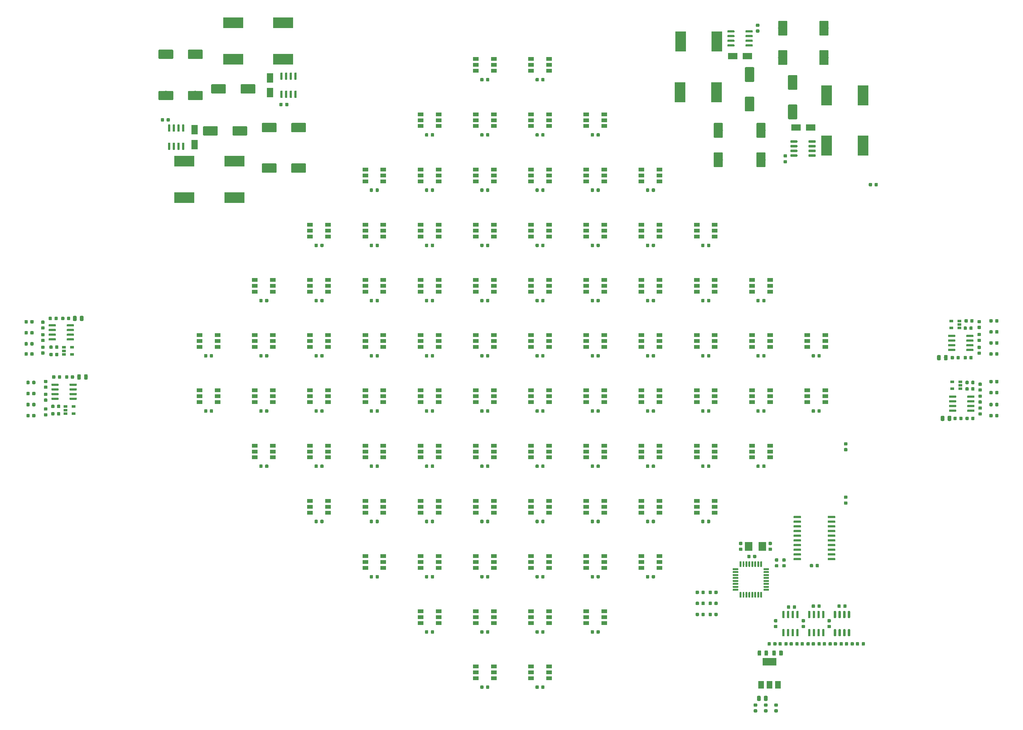
<source format=gbr>
G04 #@! TF.GenerationSoftware,KiCad,Pcbnew,(5.1.4)-1*
G04 #@! TF.CreationDate,2020-09-07T21:37:50+01:00*
G04 #@! TF.ProjectId,led-board,6c65642d-626f-4617-9264-2e6b69636164,rev?*
G04 #@! TF.SameCoordinates,Original*
G04 #@! TF.FileFunction,Paste,Top*
G04 #@! TF.FilePolarity,Positive*
%FSLAX46Y46*%
G04 Gerber Fmt 4.6, Leading zero omitted, Abs format (unit mm)*
G04 Created by KiCad (PCBNEW (5.1.4)-1) date 2020-09-07 21:37:50*
%MOMM*%
%LPD*%
G04 APERTURE LIST*
%ADD10R,1.060000X0.650000*%
%ADD11C,0.100000*%
%ADD12C,0.600000*%
%ADD13R,5.400000X2.900000*%
%ADD14C,2.500000*%
%ADD15C,0.875000*%
%ADD16R,1.500000X1.000000*%
%ADD17R,1.800000X2.500000*%
%ADD18R,2.500000X1.800000*%
%ADD19C,0.975000*%
%ADD20R,2.900000X5.400000*%
%ADD21R,1.500000X2.000000*%
%ADD22R,3.800000X2.000000*%
%ADD23R,2.000000X2.400000*%
%ADD24C,0.500000*%
G04 APERTURE END LIST*
D10*
X91150000Y-155300000D03*
X91150000Y-156250000D03*
X91150000Y-157200000D03*
X93350000Y-157200000D03*
X93350000Y-155300000D03*
D11*
G36*
X337564703Y-139605722D02*
G01*
X337579264Y-139607882D01*
X337593543Y-139611459D01*
X337607403Y-139616418D01*
X337620710Y-139622712D01*
X337633336Y-139630280D01*
X337645159Y-139639048D01*
X337656066Y-139648934D01*
X337665952Y-139659841D01*
X337674720Y-139671664D01*
X337682288Y-139684290D01*
X337688582Y-139697597D01*
X337693541Y-139711457D01*
X337697118Y-139725736D01*
X337699278Y-139740297D01*
X337700000Y-139755000D01*
X337700000Y-140055000D01*
X337699278Y-140069703D01*
X337697118Y-140084264D01*
X337693541Y-140098543D01*
X337688582Y-140112403D01*
X337682288Y-140125710D01*
X337674720Y-140138336D01*
X337665952Y-140150159D01*
X337656066Y-140161066D01*
X337645159Y-140170952D01*
X337633336Y-140179720D01*
X337620710Y-140187288D01*
X337607403Y-140193582D01*
X337593543Y-140198541D01*
X337579264Y-140202118D01*
X337564703Y-140204278D01*
X337550000Y-140205000D01*
X335900000Y-140205000D01*
X335885297Y-140204278D01*
X335870736Y-140202118D01*
X335856457Y-140198541D01*
X335842597Y-140193582D01*
X335829290Y-140187288D01*
X335816664Y-140179720D01*
X335804841Y-140170952D01*
X335793934Y-140161066D01*
X335784048Y-140150159D01*
X335775280Y-140138336D01*
X335767712Y-140125710D01*
X335761418Y-140112403D01*
X335756459Y-140098543D01*
X335752882Y-140084264D01*
X335750722Y-140069703D01*
X335750000Y-140055000D01*
X335750000Y-139755000D01*
X335750722Y-139740297D01*
X335752882Y-139725736D01*
X335756459Y-139711457D01*
X335761418Y-139697597D01*
X335767712Y-139684290D01*
X335775280Y-139671664D01*
X335784048Y-139659841D01*
X335793934Y-139648934D01*
X335804841Y-139639048D01*
X335816664Y-139630280D01*
X335829290Y-139622712D01*
X335842597Y-139616418D01*
X335856457Y-139611459D01*
X335870736Y-139607882D01*
X335885297Y-139605722D01*
X335900000Y-139605000D01*
X337550000Y-139605000D01*
X337564703Y-139605722D01*
X337564703Y-139605722D01*
G37*
D12*
X336725000Y-139905000D03*
D11*
G36*
X337564703Y-138335722D02*
G01*
X337579264Y-138337882D01*
X337593543Y-138341459D01*
X337607403Y-138346418D01*
X337620710Y-138352712D01*
X337633336Y-138360280D01*
X337645159Y-138369048D01*
X337656066Y-138378934D01*
X337665952Y-138389841D01*
X337674720Y-138401664D01*
X337682288Y-138414290D01*
X337688582Y-138427597D01*
X337693541Y-138441457D01*
X337697118Y-138455736D01*
X337699278Y-138470297D01*
X337700000Y-138485000D01*
X337700000Y-138785000D01*
X337699278Y-138799703D01*
X337697118Y-138814264D01*
X337693541Y-138828543D01*
X337688582Y-138842403D01*
X337682288Y-138855710D01*
X337674720Y-138868336D01*
X337665952Y-138880159D01*
X337656066Y-138891066D01*
X337645159Y-138900952D01*
X337633336Y-138909720D01*
X337620710Y-138917288D01*
X337607403Y-138923582D01*
X337593543Y-138928541D01*
X337579264Y-138932118D01*
X337564703Y-138934278D01*
X337550000Y-138935000D01*
X335900000Y-138935000D01*
X335885297Y-138934278D01*
X335870736Y-138932118D01*
X335856457Y-138928541D01*
X335842597Y-138923582D01*
X335829290Y-138917288D01*
X335816664Y-138909720D01*
X335804841Y-138900952D01*
X335793934Y-138891066D01*
X335784048Y-138880159D01*
X335775280Y-138868336D01*
X335767712Y-138855710D01*
X335761418Y-138842403D01*
X335756459Y-138828543D01*
X335752882Y-138814264D01*
X335750722Y-138799703D01*
X335750000Y-138785000D01*
X335750000Y-138485000D01*
X335750722Y-138470297D01*
X335752882Y-138455736D01*
X335756459Y-138441457D01*
X335761418Y-138427597D01*
X335767712Y-138414290D01*
X335775280Y-138401664D01*
X335784048Y-138389841D01*
X335793934Y-138378934D01*
X335804841Y-138369048D01*
X335816664Y-138360280D01*
X335829290Y-138352712D01*
X335842597Y-138346418D01*
X335856457Y-138341459D01*
X335870736Y-138337882D01*
X335885297Y-138335722D01*
X335900000Y-138335000D01*
X337550000Y-138335000D01*
X337564703Y-138335722D01*
X337564703Y-138335722D01*
G37*
D12*
X336725000Y-138635000D03*
D11*
G36*
X337564703Y-137065722D02*
G01*
X337579264Y-137067882D01*
X337593543Y-137071459D01*
X337607403Y-137076418D01*
X337620710Y-137082712D01*
X337633336Y-137090280D01*
X337645159Y-137099048D01*
X337656066Y-137108934D01*
X337665952Y-137119841D01*
X337674720Y-137131664D01*
X337682288Y-137144290D01*
X337688582Y-137157597D01*
X337693541Y-137171457D01*
X337697118Y-137185736D01*
X337699278Y-137200297D01*
X337700000Y-137215000D01*
X337700000Y-137515000D01*
X337699278Y-137529703D01*
X337697118Y-137544264D01*
X337693541Y-137558543D01*
X337688582Y-137572403D01*
X337682288Y-137585710D01*
X337674720Y-137598336D01*
X337665952Y-137610159D01*
X337656066Y-137621066D01*
X337645159Y-137630952D01*
X337633336Y-137639720D01*
X337620710Y-137647288D01*
X337607403Y-137653582D01*
X337593543Y-137658541D01*
X337579264Y-137662118D01*
X337564703Y-137664278D01*
X337550000Y-137665000D01*
X335900000Y-137665000D01*
X335885297Y-137664278D01*
X335870736Y-137662118D01*
X335856457Y-137658541D01*
X335842597Y-137653582D01*
X335829290Y-137647288D01*
X335816664Y-137639720D01*
X335804841Y-137630952D01*
X335793934Y-137621066D01*
X335784048Y-137610159D01*
X335775280Y-137598336D01*
X335767712Y-137585710D01*
X335761418Y-137572403D01*
X335756459Y-137558543D01*
X335752882Y-137544264D01*
X335750722Y-137529703D01*
X335750000Y-137515000D01*
X335750000Y-137215000D01*
X335750722Y-137200297D01*
X335752882Y-137185736D01*
X335756459Y-137171457D01*
X335761418Y-137157597D01*
X335767712Y-137144290D01*
X335775280Y-137131664D01*
X335784048Y-137119841D01*
X335793934Y-137108934D01*
X335804841Y-137099048D01*
X335816664Y-137090280D01*
X335829290Y-137082712D01*
X335842597Y-137076418D01*
X335856457Y-137071459D01*
X335870736Y-137067882D01*
X335885297Y-137065722D01*
X335900000Y-137065000D01*
X337550000Y-137065000D01*
X337564703Y-137065722D01*
X337564703Y-137065722D01*
G37*
D12*
X336725000Y-137365000D03*
D11*
G36*
X337564703Y-135795722D02*
G01*
X337579264Y-135797882D01*
X337593543Y-135801459D01*
X337607403Y-135806418D01*
X337620710Y-135812712D01*
X337633336Y-135820280D01*
X337645159Y-135829048D01*
X337656066Y-135838934D01*
X337665952Y-135849841D01*
X337674720Y-135861664D01*
X337682288Y-135874290D01*
X337688582Y-135887597D01*
X337693541Y-135901457D01*
X337697118Y-135915736D01*
X337699278Y-135930297D01*
X337700000Y-135945000D01*
X337700000Y-136245000D01*
X337699278Y-136259703D01*
X337697118Y-136274264D01*
X337693541Y-136288543D01*
X337688582Y-136302403D01*
X337682288Y-136315710D01*
X337674720Y-136328336D01*
X337665952Y-136340159D01*
X337656066Y-136351066D01*
X337645159Y-136360952D01*
X337633336Y-136369720D01*
X337620710Y-136377288D01*
X337607403Y-136383582D01*
X337593543Y-136388541D01*
X337579264Y-136392118D01*
X337564703Y-136394278D01*
X337550000Y-136395000D01*
X335900000Y-136395000D01*
X335885297Y-136394278D01*
X335870736Y-136392118D01*
X335856457Y-136388541D01*
X335842597Y-136383582D01*
X335829290Y-136377288D01*
X335816664Y-136369720D01*
X335804841Y-136360952D01*
X335793934Y-136351066D01*
X335784048Y-136340159D01*
X335775280Y-136328336D01*
X335767712Y-136315710D01*
X335761418Y-136302403D01*
X335756459Y-136288543D01*
X335752882Y-136274264D01*
X335750722Y-136259703D01*
X335750000Y-136245000D01*
X335750000Y-135945000D01*
X335750722Y-135930297D01*
X335752882Y-135915736D01*
X335756459Y-135901457D01*
X335761418Y-135887597D01*
X335767712Y-135874290D01*
X335775280Y-135861664D01*
X335784048Y-135849841D01*
X335793934Y-135838934D01*
X335804841Y-135829048D01*
X335816664Y-135820280D01*
X335829290Y-135812712D01*
X335842597Y-135806418D01*
X335856457Y-135801459D01*
X335870736Y-135797882D01*
X335885297Y-135795722D01*
X335900000Y-135795000D01*
X337550000Y-135795000D01*
X337564703Y-135795722D01*
X337564703Y-135795722D01*
G37*
D12*
X336725000Y-136095000D03*
D11*
G36*
X332614703Y-135795722D02*
G01*
X332629264Y-135797882D01*
X332643543Y-135801459D01*
X332657403Y-135806418D01*
X332670710Y-135812712D01*
X332683336Y-135820280D01*
X332695159Y-135829048D01*
X332706066Y-135838934D01*
X332715952Y-135849841D01*
X332724720Y-135861664D01*
X332732288Y-135874290D01*
X332738582Y-135887597D01*
X332743541Y-135901457D01*
X332747118Y-135915736D01*
X332749278Y-135930297D01*
X332750000Y-135945000D01*
X332750000Y-136245000D01*
X332749278Y-136259703D01*
X332747118Y-136274264D01*
X332743541Y-136288543D01*
X332738582Y-136302403D01*
X332732288Y-136315710D01*
X332724720Y-136328336D01*
X332715952Y-136340159D01*
X332706066Y-136351066D01*
X332695159Y-136360952D01*
X332683336Y-136369720D01*
X332670710Y-136377288D01*
X332657403Y-136383582D01*
X332643543Y-136388541D01*
X332629264Y-136392118D01*
X332614703Y-136394278D01*
X332600000Y-136395000D01*
X330950000Y-136395000D01*
X330935297Y-136394278D01*
X330920736Y-136392118D01*
X330906457Y-136388541D01*
X330892597Y-136383582D01*
X330879290Y-136377288D01*
X330866664Y-136369720D01*
X330854841Y-136360952D01*
X330843934Y-136351066D01*
X330834048Y-136340159D01*
X330825280Y-136328336D01*
X330817712Y-136315710D01*
X330811418Y-136302403D01*
X330806459Y-136288543D01*
X330802882Y-136274264D01*
X330800722Y-136259703D01*
X330800000Y-136245000D01*
X330800000Y-135945000D01*
X330800722Y-135930297D01*
X330802882Y-135915736D01*
X330806459Y-135901457D01*
X330811418Y-135887597D01*
X330817712Y-135874290D01*
X330825280Y-135861664D01*
X330834048Y-135849841D01*
X330843934Y-135838934D01*
X330854841Y-135829048D01*
X330866664Y-135820280D01*
X330879290Y-135812712D01*
X330892597Y-135806418D01*
X330906457Y-135801459D01*
X330920736Y-135797882D01*
X330935297Y-135795722D01*
X330950000Y-135795000D01*
X332600000Y-135795000D01*
X332614703Y-135795722D01*
X332614703Y-135795722D01*
G37*
D12*
X331775000Y-136095000D03*
D11*
G36*
X332614703Y-137065722D02*
G01*
X332629264Y-137067882D01*
X332643543Y-137071459D01*
X332657403Y-137076418D01*
X332670710Y-137082712D01*
X332683336Y-137090280D01*
X332695159Y-137099048D01*
X332706066Y-137108934D01*
X332715952Y-137119841D01*
X332724720Y-137131664D01*
X332732288Y-137144290D01*
X332738582Y-137157597D01*
X332743541Y-137171457D01*
X332747118Y-137185736D01*
X332749278Y-137200297D01*
X332750000Y-137215000D01*
X332750000Y-137515000D01*
X332749278Y-137529703D01*
X332747118Y-137544264D01*
X332743541Y-137558543D01*
X332738582Y-137572403D01*
X332732288Y-137585710D01*
X332724720Y-137598336D01*
X332715952Y-137610159D01*
X332706066Y-137621066D01*
X332695159Y-137630952D01*
X332683336Y-137639720D01*
X332670710Y-137647288D01*
X332657403Y-137653582D01*
X332643543Y-137658541D01*
X332629264Y-137662118D01*
X332614703Y-137664278D01*
X332600000Y-137665000D01*
X330950000Y-137665000D01*
X330935297Y-137664278D01*
X330920736Y-137662118D01*
X330906457Y-137658541D01*
X330892597Y-137653582D01*
X330879290Y-137647288D01*
X330866664Y-137639720D01*
X330854841Y-137630952D01*
X330843934Y-137621066D01*
X330834048Y-137610159D01*
X330825280Y-137598336D01*
X330817712Y-137585710D01*
X330811418Y-137572403D01*
X330806459Y-137558543D01*
X330802882Y-137544264D01*
X330800722Y-137529703D01*
X330800000Y-137515000D01*
X330800000Y-137215000D01*
X330800722Y-137200297D01*
X330802882Y-137185736D01*
X330806459Y-137171457D01*
X330811418Y-137157597D01*
X330817712Y-137144290D01*
X330825280Y-137131664D01*
X330834048Y-137119841D01*
X330843934Y-137108934D01*
X330854841Y-137099048D01*
X330866664Y-137090280D01*
X330879290Y-137082712D01*
X330892597Y-137076418D01*
X330906457Y-137071459D01*
X330920736Y-137067882D01*
X330935297Y-137065722D01*
X330950000Y-137065000D01*
X332600000Y-137065000D01*
X332614703Y-137065722D01*
X332614703Y-137065722D01*
G37*
D12*
X331775000Y-137365000D03*
D11*
G36*
X332614703Y-138335722D02*
G01*
X332629264Y-138337882D01*
X332643543Y-138341459D01*
X332657403Y-138346418D01*
X332670710Y-138352712D01*
X332683336Y-138360280D01*
X332695159Y-138369048D01*
X332706066Y-138378934D01*
X332715952Y-138389841D01*
X332724720Y-138401664D01*
X332732288Y-138414290D01*
X332738582Y-138427597D01*
X332743541Y-138441457D01*
X332747118Y-138455736D01*
X332749278Y-138470297D01*
X332750000Y-138485000D01*
X332750000Y-138785000D01*
X332749278Y-138799703D01*
X332747118Y-138814264D01*
X332743541Y-138828543D01*
X332738582Y-138842403D01*
X332732288Y-138855710D01*
X332724720Y-138868336D01*
X332715952Y-138880159D01*
X332706066Y-138891066D01*
X332695159Y-138900952D01*
X332683336Y-138909720D01*
X332670710Y-138917288D01*
X332657403Y-138923582D01*
X332643543Y-138928541D01*
X332629264Y-138932118D01*
X332614703Y-138934278D01*
X332600000Y-138935000D01*
X330950000Y-138935000D01*
X330935297Y-138934278D01*
X330920736Y-138932118D01*
X330906457Y-138928541D01*
X330892597Y-138923582D01*
X330879290Y-138917288D01*
X330866664Y-138909720D01*
X330854841Y-138900952D01*
X330843934Y-138891066D01*
X330834048Y-138880159D01*
X330825280Y-138868336D01*
X330817712Y-138855710D01*
X330811418Y-138842403D01*
X330806459Y-138828543D01*
X330802882Y-138814264D01*
X330800722Y-138799703D01*
X330800000Y-138785000D01*
X330800000Y-138485000D01*
X330800722Y-138470297D01*
X330802882Y-138455736D01*
X330806459Y-138441457D01*
X330811418Y-138427597D01*
X330817712Y-138414290D01*
X330825280Y-138401664D01*
X330834048Y-138389841D01*
X330843934Y-138378934D01*
X330854841Y-138369048D01*
X330866664Y-138360280D01*
X330879290Y-138352712D01*
X330892597Y-138346418D01*
X330906457Y-138341459D01*
X330920736Y-138337882D01*
X330935297Y-138335722D01*
X330950000Y-138335000D01*
X332600000Y-138335000D01*
X332614703Y-138335722D01*
X332614703Y-138335722D01*
G37*
D12*
X331775000Y-138635000D03*
D11*
G36*
X332614703Y-139605722D02*
G01*
X332629264Y-139607882D01*
X332643543Y-139611459D01*
X332657403Y-139616418D01*
X332670710Y-139622712D01*
X332683336Y-139630280D01*
X332695159Y-139639048D01*
X332706066Y-139648934D01*
X332715952Y-139659841D01*
X332724720Y-139671664D01*
X332732288Y-139684290D01*
X332738582Y-139697597D01*
X332743541Y-139711457D01*
X332747118Y-139725736D01*
X332749278Y-139740297D01*
X332750000Y-139755000D01*
X332750000Y-140055000D01*
X332749278Y-140069703D01*
X332747118Y-140084264D01*
X332743541Y-140098543D01*
X332738582Y-140112403D01*
X332732288Y-140125710D01*
X332724720Y-140138336D01*
X332715952Y-140150159D01*
X332706066Y-140161066D01*
X332695159Y-140170952D01*
X332683336Y-140179720D01*
X332670710Y-140187288D01*
X332657403Y-140193582D01*
X332643543Y-140198541D01*
X332629264Y-140202118D01*
X332614703Y-140204278D01*
X332600000Y-140205000D01*
X330950000Y-140205000D01*
X330935297Y-140204278D01*
X330920736Y-140202118D01*
X330906457Y-140198541D01*
X330892597Y-140193582D01*
X330879290Y-140187288D01*
X330866664Y-140179720D01*
X330854841Y-140170952D01*
X330843934Y-140161066D01*
X330834048Y-140150159D01*
X330825280Y-140138336D01*
X330817712Y-140125710D01*
X330811418Y-140112403D01*
X330806459Y-140098543D01*
X330802882Y-140084264D01*
X330800722Y-140069703D01*
X330800000Y-140055000D01*
X330800000Y-139755000D01*
X330800722Y-139740297D01*
X330802882Y-139725736D01*
X330806459Y-139711457D01*
X330811418Y-139697597D01*
X330817712Y-139684290D01*
X330825280Y-139671664D01*
X330834048Y-139659841D01*
X330843934Y-139648934D01*
X330854841Y-139639048D01*
X330866664Y-139630280D01*
X330879290Y-139622712D01*
X330892597Y-139616418D01*
X330906457Y-139611459D01*
X330920736Y-139607882D01*
X330935297Y-139605722D01*
X330950000Y-139605000D01*
X332600000Y-139605000D01*
X332614703Y-139605722D01*
X332614703Y-139605722D01*
G37*
D12*
X331775000Y-139905000D03*
D10*
X334100000Y-150450000D03*
X334100000Y-149500000D03*
X334100000Y-148550000D03*
X331900000Y-148550000D03*
X331900000Y-150450000D03*
D13*
X150200000Y-60950000D03*
X150200000Y-51050000D03*
D11*
G36*
X156224504Y-89251204D02*
G01*
X156248773Y-89254804D01*
X156272571Y-89260765D01*
X156295671Y-89269030D01*
X156317849Y-89279520D01*
X156338893Y-89292133D01*
X156358598Y-89306747D01*
X156376777Y-89323223D01*
X156393253Y-89341402D01*
X156407867Y-89361107D01*
X156420480Y-89382151D01*
X156430970Y-89404329D01*
X156439235Y-89427429D01*
X156445196Y-89451227D01*
X156448796Y-89475496D01*
X156450000Y-89500000D01*
X156450000Y-91500000D01*
X156448796Y-91524504D01*
X156445196Y-91548773D01*
X156439235Y-91572571D01*
X156430970Y-91595671D01*
X156420480Y-91617849D01*
X156407867Y-91638893D01*
X156393253Y-91658598D01*
X156376777Y-91676777D01*
X156358598Y-91693253D01*
X156338893Y-91707867D01*
X156317849Y-91720480D01*
X156295671Y-91730970D01*
X156272571Y-91739235D01*
X156248773Y-91745196D01*
X156224504Y-91748796D01*
X156200000Y-91750000D01*
X152700000Y-91750000D01*
X152675496Y-91748796D01*
X152651227Y-91745196D01*
X152627429Y-91739235D01*
X152604329Y-91730970D01*
X152582151Y-91720480D01*
X152561107Y-91707867D01*
X152541402Y-91693253D01*
X152523223Y-91676777D01*
X152506747Y-91658598D01*
X152492133Y-91638893D01*
X152479520Y-91617849D01*
X152469030Y-91595671D01*
X152460765Y-91572571D01*
X152454804Y-91548773D01*
X152451204Y-91524504D01*
X152450000Y-91500000D01*
X152450000Y-89500000D01*
X152451204Y-89475496D01*
X152454804Y-89451227D01*
X152460765Y-89427429D01*
X152469030Y-89404329D01*
X152479520Y-89382151D01*
X152492133Y-89361107D01*
X152506747Y-89341402D01*
X152523223Y-89323223D01*
X152541402Y-89306747D01*
X152561107Y-89292133D01*
X152582151Y-89279520D01*
X152604329Y-89269030D01*
X152627429Y-89260765D01*
X152651227Y-89254804D01*
X152675496Y-89251204D01*
X152700000Y-89250000D01*
X156200000Y-89250000D01*
X156224504Y-89251204D01*
X156224504Y-89251204D01*
G37*
D14*
X154450000Y-90500000D03*
D11*
G36*
X148224504Y-89251204D02*
G01*
X148248773Y-89254804D01*
X148272571Y-89260765D01*
X148295671Y-89269030D01*
X148317849Y-89279520D01*
X148338893Y-89292133D01*
X148358598Y-89306747D01*
X148376777Y-89323223D01*
X148393253Y-89341402D01*
X148407867Y-89361107D01*
X148420480Y-89382151D01*
X148430970Y-89404329D01*
X148439235Y-89427429D01*
X148445196Y-89451227D01*
X148448796Y-89475496D01*
X148450000Y-89500000D01*
X148450000Y-91500000D01*
X148448796Y-91524504D01*
X148445196Y-91548773D01*
X148439235Y-91572571D01*
X148430970Y-91595671D01*
X148420480Y-91617849D01*
X148407867Y-91638893D01*
X148393253Y-91658598D01*
X148376777Y-91676777D01*
X148358598Y-91693253D01*
X148338893Y-91707867D01*
X148317849Y-91720480D01*
X148295671Y-91730970D01*
X148272571Y-91739235D01*
X148248773Y-91745196D01*
X148224504Y-91748796D01*
X148200000Y-91750000D01*
X144700000Y-91750000D01*
X144675496Y-91748796D01*
X144651227Y-91745196D01*
X144627429Y-91739235D01*
X144604329Y-91730970D01*
X144582151Y-91720480D01*
X144561107Y-91707867D01*
X144541402Y-91693253D01*
X144523223Y-91676777D01*
X144506747Y-91658598D01*
X144492133Y-91638893D01*
X144479520Y-91617849D01*
X144469030Y-91595671D01*
X144460765Y-91572571D01*
X144454804Y-91548773D01*
X144451204Y-91524504D01*
X144450000Y-91500000D01*
X144450000Y-89500000D01*
X144451204Y-89475496D01*
X144454804Y-89451227D01*
X144460765Y-89427429D01*
X144469030Y-89404329D01*
X144479520Y-89382151D01*
X144492133Y-89361107D01*
X144506747Y-89341402D01*
X144523223Y-89323223D01*
X144541402Y-89306747D01*
X144561107Y-89292133D01*
X144582151Y-89279520D01*
X144604329Y-89269030D01*
X144627429Y-89260765D01*
X144651227Y-89254804D01*
X144675496Y-89251204D01*
X144700000Y-89250000D01*
X148200000Y-89250000D01*
X148224504Y-89251204D01*
X148224504Y-89251204D01*
G37*
D14*
X146450000Y-90500000D03*
D11*
G36*
X337814703Y-156105722D02*
G01*
X337829264Y-156107882D01*
X337843543Y-156111459D01*
X337857403Y-156116418D01*
X337870710Y-156122712D01*
X337883336Y-156130280D01*
X337895159Y-156139048D01*
X337906066Y-156148934D01*
X337915952Y-156159841D01*
X337924720Y-156171664D01*
X337932288Y-156184290D01*
X337938582Y-156197597D01*
X337943541Y-156211457D01*
X337947118Y-156225736D01*
X337949278Y-156240297D01*
X337950000Y-156255000D01*
X337950000Y-156555000D01*
X337949278Y-156569703D01*
X337947118Y-156584264D01*
X337943541Y-156598543D01*
X337938582Y-156612403D01*
X337932288Y-156625710D01*
X337924720Y-156638336D01*
X337915952Y-156650159D01*
X337906066Y-156661066D01*
X337895159Y-156670952D01*
X337883336Y-156679720D01*
X337870710Y-156687288D01*
X337857403Y-156693582D01*
X337843543Y-156698541D01*
X337829264Y-156702118D01*
X337814703Y-156704278D01*
X337800000Y-156705000D01*
X336150000Y-156705000D01*
X336135297Y-156704278D01*
X336120736Y-156702118D01*
X336106457Y-156698541D01*
X336092597Y-156693582D01*
X336079290Y-156687288D01*
X336066664Y-156679720D01*
X336054841Y-156670952D01*
X336043934Y-156661066D01*
X336034048Y-156650159D01*
X336025280Y-156638336D01*
X336017712Y-156625710D01*
X336011418Y-156612403D01*
X336006459Y-156598543D01*
X336002882Y-156584264D01*
X336000722Y-156569703D01*
X336000000Y-156555000D01*
X336000000Y-156255000D01*
X336000722Y-156240297D01*
X336002882Y-156225736D01*
X336006459Y-156211457D01*
X336011418Y-156197597D01*
X336017712Y-156184290D01*
X336025280Y-156171664D01*
X336034048Y-156159841D01*
X336043934Y-156148934D01*
X336054841Y-156139048D01*
X336066664Y-156130280D01*
X336079290Y-156122712D01*
X336092597Y-156116418D01*
X336106457Y-156111459D01*
X336120736Y-156107882D01*
X336135297Y-156105722D01*
X336150000Y-156105000D01*
X337800000Y-156105000D01*
X337814703Y-156105722D01*
X337814703Y-156105722D01*
G37*
D12*
X336975000Y-156405000D03*
D11*
G36*
X337814703Y-154835722D02*
G01*
X337829264Y-154837882D01*
X337843543Y-154841459D01*
X337857403Y-154846418D01*
X337870710Y-154852712D01*
X337883336Y-154860280D01*
X337895159Y-154869048D01*
X337906066Y-154878934D01*
X337915952Y-154889841D01*
X337924720Y-154901664D01*
X337932288Y-154914290D01*
X337938582Y-154927597D01*
X337943541Y-154941457D01*
X337947118Y-154955736D01*
X337949278Y-154970297D01*
X337950000Y-154985000D01*
X337950000Y-155285000D01*
X337949278Y-155299703D01*
X337947118Y-155314264D01*
X337943541Y-155328543D01*
X337938582Y-155342403D01*
X337932288Y-155355710D01*
X337924720Y-155368336D01*
X337915952Y-155380159D01*
X337906066Y-155391066D01*
X337895159Y-155400952D01*
X337883336Y-155409720D01*
X337870710Y-155417288D01*
X337857403Y-155423582D01*
X337843543Y-155428541D01*
X337829264Y-155432118D01*
X337814703Y-155434278D01*
X337800000Y-155435000D01*
X336150000Y-155435000D01*
X336135297Y-155434278D01*
X336120736Y-155432118D01*
X336106457Y-155428541D01*
X336092597Y-155423582D01*
X336079290Y-155417288D01*
X336066664Y-155409720D01*
X336054841Y-155400952D01*
X336043934Y-155391066D01*
X336034048Y-155380159D01*
X336025280Y-155368336D01*
X336017712Y-155355710D01*
X336011418Y-155342403D01*
X336006459Y-155328543D01*
X336002882Y-155314264D01*
X336000722Y-155299703D01*
X336000000Y-155285000D01*
X336000000Y-154985000D01*
X336000722Y-154970297D01*
X336002882Y-154955736D01*
X336006459Y-154941457D01*
X336011418Y-154927597D01*
X336017712Y-154914290D01*
X336025280Y-154901664D01*
X336034048Y-154889841D01*
X336043934Y-154878934D01*
X336054841Y-154869048D01*
X336066664Y-154860280D01*
X336079290Y-154852712D01*
X336092597Y-154846418D01*
X336106457Y-154841459D01*
X336120736Y-154837882D01*
X336135297Y-154835722D01*
X336150000Y-154835000D01*
X337800000Y-154835000D01*
X337814703Y-154835722D01*
X337814703Y-154835722D01*
G37*
D12*
X336975000Y-155135000D03*
D11*
G36*
X337814703Y-153565722D02*
G01*
X337829264Y-153567882D01*
X337843543Y-153571459D01*
X337857403Y-153576418D01*
X337870710Y-153582712D01*
X337883336Y-153590280D01*
X337895159Y-153599048D01*
X337906066Y-153608934D01*
X337915952Y-153619841D01*
X337924720Y-153631664D01*
X337932288Y-153644290D01*
X337938582Y-153657597D01*
X337943541Y-153671457D01*
X337947118Y-153685736D01*
X337949278Y-153700297D01*
X337950000Y-153715000D01*
X337950000Y-154015000D01*
X337949278Y-154029703D01*
X337947118Y-154044264D01*
X337943541Y-154058543D01*
X337938582Y-154072403D01*
X337932288Y-154085710D01*
X337924720Y-154098336D01*
X337915952Y-154110159D01*
X337906066Y-154121066D01*
X337895159Y-154130952D01*
X337883336Y-154139720D01*
X337870710Y-154147288D01*
X337857403Y-154153582D01*
X337843543Y-154158541D01*
X337829264Y-154162118D01*
X337814703Y-154164278D01*
X337800000Y-154165000D01*
X336150000Y-154165000D01*
X336135297Y-154164278D01*
X336120736Y-154162118D01*
X336106457Y-154158541D01*
X336092597Y-154153582D01*
X336079290Y-154147288D01*
X336066664Y-154139720D01*
X336054841Y-154130952D01*
X336043934Y-154121066D01*
X336034048Y-154110159D01*
X336025280Y-154098336D01*
X336017712Y-154085710D01*
X336011418Y-154072403D01*
X336006459Y-154058543D01*
X336002882Y-154044264D01*
X336000722Y-154029703D01*
X336000000Y-154015000D01*
X336000000Y-153715000D01*
X336000722Y-153700297D01*
X336002882Y-153685736D01*
X336006459Y-153671457D01*
X336011418Y-153657597D01*
X336017712Y-153644290D01*
X336025280Y-153631664D01*
X336034048Y-153619841D01*
X336043934Y-153608934D01*
X336054841Y-153599048D01*
X336066664Y-153590280D01*
X336079290Y-153582712D01*
X336092597Y-153576418D01*
X336106457Y-153571459D01*
X336120736Y-153567882D01*
X336135297Y-153565722D01*
X336150000Y-153565000D01*
X337800000Y-153565000D01*
X337814703Y-153565722D01*
X337814703Y-153565722D01*
G37*
D12*
X336975000Y-153865000D03*
D11*
G36*
X337814703Y-152295722D02*
G01*
X337829264Y-152297882D01*
X337843543Y-152301459D01*
X337857403Y-152306418D01*
X337870710Y-152312712D01*
X337883336Y-152320280D01*
X337895159Y-152329048D01*
X337906066Y-152338934D01*
X337915952Y-152349841D01*
X337924720Y-152361664D01*
X337932288Y-152374290D01*
X337938582Y-152387597D01*
X337943541Y-152401457D01*
X337947118Y-152415736D01*
X337949278Y-152430297D01*
X337950000Y-152445000D01*
X337950000Y-152745000D01*
X337949278Y-152759703D01*
X337947118Y-152774264D01*
X337943541Y-152788543D01*
X337938582Y-152802403D01*
X337932288Y-152815710D01*
X337924720Y-152828336D01*
X337915952Y-152840159D01*
X337906066Y-152851066D01*
X337895159Y-152860952D01*
X337883336Y-152869720D01*
X337870710Y-152877288D01*
X337857403Y-152883582D01*
X337843543Y-152888541D01*
X337829264Y-152892118D01*
X337814703Y-152894278D01*
X337800000Y-152895000D01*
X336150000Y-152895000D01*
X336135297Y-152894278D01*
X336120736Y-152892118D01*
X336106457Y-152888541D01*
X336092597Y-152883582D01*
X336079290Y-152877288D01*
X336066664Y-152869720D01*
X336054841Y-152860952D01*
X336043934Y-152851066D01*
X336034048Y-152840159D01*
X336025280Y-152828336D01*
X336017712Y-152815710D01*
X336011418Y-152802403D01*
X336006459Y-152788543D01*
X336002882Y-152774264D01*
X336000722Y-152759703D01*
X336000000Y-152745000D01*
X336000000Y-152445000D01*
X336000722Y-152430297D01*
X336002882Y-152415736D01*
X336006459Y-152401457D01*
X336011418Y-152387597D01*
X336017712Y-152374290D01*
X336025280Y-152361664D01*
X336034048Y-152349841D01*
X336043934Y-152338934D01*
X336054841Y-152329048D01*
X336066664Y-152320280D01*
X336079290Y-152312712D01*
X336092597Y-152306418D01*
X336106457Y-152301459D01*
X336120736Y-152297882D01*
X336135297Y-152295722D01*
X336150000Y-152295000D01*
X337800000Y-152295000D01*
X337814703Y-152295722D01*
X337814703Y-152295722D01*
G37*
D12*
X336975000Y-152595000D03*
D11*
G36*
X332864703Y-152295722D02*
G01*
X332879264Y-152297882D01*
X332893543Y-152301459D01*
X332907403Y-152306418D01*
X332920710Y-152312712D01*
X332933336Y-152320280D01*
X332945159Y-152329048D01*
X332956066Y-152338934D01*
X332965952Y-152349841D01*
X332974720Y-152361664D01*
X332982288Y-152374290D01*
X332988582Y-152387597D01*
X332993541Y-152401457D01*
X332997118Y-152415736D01*
X332999278Y-152430297D01*
X333000000Y-152445000D01*
X333000000Y-152745000D01*
X332999278Y-152759703D01*
X332997118Y-152774264D01*
X332993541Y-152788543D01*
X332988582Y-152802403D01*
X332982288Y-152815710D01*
X332974720Y-152828336D01*
X332965952Y-152840159D01*
X332956066Y-152851066D01*
X332945159Y-152860952D01*
X332933336Y-152869720D01*
X332920710Y-152877288D01*
X332907403Y-152883582D01*
X332893543Y-152888541D01*
X332879264Y-152892118D01*
X332864703Y-152894278D01*
X332850000Y-152895000D01*
X331200000Y-152895000D01*
X331185297Y-152894278D01*
X331170736Y-152892118D01*
X331156457Y-152888541D01*
X331142597Y-152883582D01*
X331129290Y-152877288D01*
X331116664Y-152869720D01*
X331104841Y-152860952D01*
X331093934Y-152851066D01*
X331084048Y-152840159D01*
X331075280Y-152828336D01*
X331067712Y-152815710D01*
X331061418Y-152802403D01*
X331056459Y-152788543D01*
X331052882Y-152774264D01*
X331050722Y-152759703D01*
X331050000Y-152745000D01*
X331050000Y-152445000D01*
X331050722Y-152430297D01*
X331052882Y-152415736D01*
X331056459Y-152401457D01*
X331061418Y-152387597D01*
X331067712Y-152374290D01*
X331075280Y-152361664D01*
X331084048Y-152349841D01*
X331093934Y-152338934D01*
X331104841Y-152329048D01*
X331116664Y-152320280D01*
X331129290Y-152312712D01*
X331142597Y-152306418D01*
X331156457Y-152301459D01*
X331170736Y-152297882D01*
X331185297Y-152295722D01*
X331200000Y-152295000D01*
X332850000Y-152295000D01*
X332864703Y-152295722D01*
X332864703Y-152295722D01*
G37*
D12*
X332025000Y-152595000D03*
D11*
G36*
X332864703Y-153565722D02*
G01*
X332879264Y-153567882D01*
X332893543Y-153571459D01*
X332907403Y-153576418D01*
X332920710Y-153582712D01*
X332933336Y-153590280D01*
X332945159Y-153599048D01*
X332956066Y-153608934D01*
X332965952Y-153619841D01*
X332974720Y-153631664D01*
X332982288Y-153644290D01*
X332988582Y-153657597D01*
X332993541Y-153671457D01*
X332997118Y-153685736D01*
X332999278Y-153700297D01*
X333000000Y-153715000D01*
X333000000Y-154015000D01*
X332999278Y-154029703D01*
X332997118Y-154044264D01*
X332993541Y-154058543D01*
X332988582Y-154072403D01*
X332982288Y-154085710D01*
X332974720Y-154098336D01*
X332965952Y-154110159D01*
X332956066Y-154121066D01*
X332945159Y-154130952D01*
X332933336Y-154139720D01*
X332920710Y-154147288D01*
X332907403Y-154153582D01*
X332893543Y-154158541D01*
X332879264Y-154162118D01*
X332864703Y-154164278D01*
X332850000Y-154165000D01*
X331200000Y-154165000D01*
X331185297Y-154164278D01*
X331170736Y-154162118D01*
X331156457Y-154158541D01*
X331142597Y-154153582D01*
X331129290Y-154147288D01*
X331116664Y-154139720D01*
X331104841Y-154130952D01*
X331093934Y-154121066D01*
X331084048Y-154110159D01*
X331075280Y-154098336D01*
X331067712Y-154085710D01*
X331061418Y-154072403D01*
X331056459Y-154058543D01*
X331052882Y-154044264D01*
X331050722Y-154029703D01*
X331050000Y-154015000D01*
X331050000Y-153715000D01*
X331050722Y-153700297D01*
X331052882Y-153685736D01*
X331056459Y-153671457D01*
X331061418Y-153657597D01*
X331067712Y-153644290D01*
X331075280Y-153631664D01*
X331084048Y-153619841D01*
X331093934Y-153608934D01*
X331104841Y-153599048D01*
X331116664Y-153590280D01*
X331129290Y-153582712D01*
X331142597Y-153576418D01*
X331156457Y-153571459D01*
X331170736Y-153567882D01*
X331185297Y-153565722D01*
X331200000Y-153565000D01*
X332850000Y-153565000D01*
X332864703Y-153565722D01*
X332864703Y-153565722D01*
G37*
D12*
X332025000Y-153865000D03*
D11*
G36*
X332864703Y-154835722D02*
G01*
X332879264Y-154837882D01*
X332893543Y-154841459D01*
X332907403Y-154846418D01*
X332920710Y-154852712D01*
X332933336Y-154860280D01*
X332945159Y-154869048D01*
X332956066Y-154878934D01*
X332965952Y-154889841D01*
X332974720Y-154901664D01*
X332982288Y-154914290D01*
X332988582Y-154927597D01*
X332993541Y-154941457D01*
X332997118Y-154955736D01*
X332999278Y-154970297D01*
X333000000Y-154985000D01*
X333000000Y-155285000D01*
X332999278Y-155299703D01*
X332997118Y-155314264D01*
X332993541Y-155328543D01*
X332988582Y-155342403D01*
X332982288Y-155355710D01*
X332974720Y-155368336D01*
X332965952Y-155380159D01*
X332956066Y-155391066D01*
X332945159Y-155400952D01*
X332933336Y-155409720D01*
X332920710Y-155417288D01*
X332907403Y-155423582D01*
X332893543Y-155428541D01*
X332879264Y-155432118D01*
X332864703Y-155434278D01*
X332850000Y-155435000D01*
X331200000Y-155435000D01*
X331185297Y-155434278D01*
X331170736Y-155432118D01*
X331156457Y-155428541D01*
X331142597Y-155423582D01*
X331129290Y-155417288D01*
X331116664Y-155409720D01*
X331104841Y-155400952D01*
X331093934Y-155391066D01*
X331084048Y-155380159D01*
X331075280Y-155368336D01*
X331067712Y-155355710D01*
X331061418Y-155342403D01*
X331056459Y-155328543D01*
X331052882Y-155314264D01*
X331050722Y-155299703D01*
X331050000Y-155285000D01*
X331050000Y-154985000D01*
X331050722Y-154970297D01*
X331052882Y-154955736D01*
X331056459Y-154941457D01*
X331061418Y-154927597D01*
X331067712Y-154914290D01*
X331075280Y-154901664D01*
X331084048Y-154889841D01*
X331093934Y-154878934D01*
X331104841Y-154869048D01*
X331116664Y-154860280D01*
X331129290Y-154852712D01*
X331142597Y-154846418D01*
X331156457Y-154841459D01*
X331170736Y-154837882D01*
X331185297Y-154835722D01*
X331200000Y-154835000D01*
X332850000Y-154835000D01*
X332864703Y-154835722D01*
X332864703Y-154835722D01*
G37*
D12*
X332025000Y-155135000D03*
D11*
G36*
X332864703Y-156105722D02*
G01*
X332879264Y-156107882D01*
X332893543Y-156111459D01*
X332907403Y-156116418D01*
X332920710Y-156122712D01*
X332933336Y-156130280D01*
X332945159Y-156139048D01*
X332956066Y-156148934D01*
X332965952Y-156159841D01*
X332974720Y-156171664D01*
X332982288Y-156184290D01*
X332988582Y-156197597D01*
X332993541Y-156211457D01*
X332997118Y-156225736D01*
X332999278Y-156240297D01*
X333000000Y-156255000D01*
X333000000Y-156555000D01*
X332999278Y-156569703D01*
X332997118Y-156584264D01*
X332993541Y-156598543D01*
X332988582Y-156612403D01*
X332982288Y-156625710D01*
X332974720Y-156638336D01*
X332965952Y-156650159D01*
X332956066Y-156661066D01*
X332945159Y-156670952D01*
X332933336Y-156679720D01*
X332920710Y-156687288D01*
X332907403Y-156693582D01*
X332893543Y-156698541D01*
X332879264Y-156702118D01*
X332864703Y-156704278D01*
X332850000Y-156705000D01*
X331200000Y-156705000D01*
X331185297Y-156704278D01*
X331170736Y-156702118D01*
X331156457Y-156698541D01*
X331142597Y-156693582D01*
X331129290Y-156687288D01*
X331116664Y-156679720D01*
X331104841Y-156670952D01*
X331093934Y-156661066D01*
X331084048Y-156650159D01*
X331075280Y-156638336D01*
X331067712Y-156625710D01*
X331061418Y-156612403D01*
X331056459Y-156598543D01*
X331052882Y-156584264D01*
X331050722Y-156569703D01*
X331050000Y-156555000D01*
X331050000Y-156255000D01*
X331050722Y-156240297D01*
X331052882Y-156225736D01*
X331056459Y-156211457D01*
X331061418Y-156197597D01*
X331067712Y-156184290D01*
X331075280Y-156171664D01*
X331084048Y-156159841D01*
X331093934Y-156148934D01*
X331104841Y-156139048D01*
X331116664Y-156130280D01*
X331129290Y-156122712D01*
X331142597Y-156116418D01*
X331156457Y-156111459D01*
X331170736Y-156107882D01*
X331185297Y-156105722D01*
X331200000Y-156105000D01*
X332850000Y-156105000D01*
X332864703Y-156105722D01*
X332864703Y-156105722D01*
G37*
D12*
X332025000Y-156405000D03*
D11*
G36*
X342702691Y-151026053D02*
G01*
X342723926Y-151029203D01*
X342744750Y-151034419D01*
X342764962Y-151041651D01*
X342784368Y-151050830D01*
X342802781Y-151061866D01*
X342820024Y-151074654D01*
X342835930Y-151089070D01*
X342850346Y-151104976D01*
X342863134Y-151122219D01*
X342874170Y-151140632D01*
X342883349Y-151160038D01*
X342890581Y-151180250D01*
X342895797Y-151201074D01*
X342898947Y-151222309D01*
X342900000Y-151243750D01*
X342900000Y-151756250D01*
X342898947Y-151777691D01*
X342895797Y-151798926D01*
X342890581Y-151819750D01*
X342883349Y-151839962D01*
X342874170Y-151859368D01*
X342863134Y-151877781D01*
X342850346Y-151895024D01*
X342835930Y-151910930D01*
X342820024Y-151925346D01*
X342802781Y-151938134D01*
X342784368Y-151949170D01*
X342764962Y-151958349D01*
X342744750Y-151965581D01*
X342723926Y-151970797D01*
X342702691Y-151973947D01*
X342681250Y-151975000D01*
X342243750Y-151975000D01*
X342222309Y-151973947D01*
X342201074Y-151970797D01*
X342180250Y-151965581D01*
X342160038Y-151958349D01*
X342140632Y-151949170D01*
X342122219Y-151938134D01*
X342104976Y-151925346D01*
X342089070Y-151910930D01*
X342074654Y-151895024D01*
X342061866Y-151877781D01*
X342050830Y-151859368D01*
X342041651Y-151839962D01*
X342034419Y-151819750D01*
X342029203Y-151798926D01*
X342026053Y-151777691D01*
X342025000Y-151756250D01*
X342025000Y-151243750D01*
X342026053Y-151222309D01*
X342029203Y-151201074D01*
X342034419Y-151180250D01*
X342041651Y-151160038D01*
X342050830Y-151140632D01*
X342061866Y-151122219D01*
X342074654Y-151104976D01*
X342089070Y-151089070D01*
X342104976Y-151074654D01*
X342122219Y-151061866D01*
X342140632Y-151050830D01*
X342160038Y-151041651D01*
X342180250Y-151034419D01*
X342201074Y-151029203D01*
X342222309Y-151026053D01*
X342243750Y-151025000D01*
X342681250Y-151025000D01*
X342702691Y-151026053D01*
X342702691Y-151026053D01*
G37*
D15*
X342462500Y-151500000D03*
D11*
G36*
X344277691Y-151026053D02*
G01*
X344298926Y-151029203D01*
X344319750Y-151034419D01*
X344339962Y-151041651D01*
X344359368Y-151050830D01*
X344377781Y-151061866D01*
X344395024Y-151074654D01*
X344410930Y-151089070D01*
X344425346Y-151104976D01*
X344438134Y-151122219D01*
X344449170Y-151140632D01*
X344458349Y-151160038D01*
X344465581Y-151180250D01*
X344470797Y-151201074D01*
X344473947Y-151222309D01*
X344475000Y-151243750D01*
X344475000Y-151756250D01*
X344473947Y-151777691D01*
X344470797Y-151798926D01*
X344465581Y-151819750D01*
X344458349Y-151839962D01*
X344449170Y-151859368D01*
X344438134Y-151877781D01*
X344425346Y-151895024D01*
X344410930Y-151910930D01*
X344395024Y-151925346D01*
X344377781Y-151938134D01*
X344359368Y-151949170D01*
X344339962Y-151958349D01*
X344319750Y-151965581D01*
X344298926Y-151970797D01*
X344277691Y-151973947D01*
X344256250Y-151975000D01*
X343818750Y-151975000D01*
X343797309Y-151973947D01*
X343776074Y-151970797D01*
X343755250Y-151965581D01*
X343735038Y-151958349D01*
X343715632Y-151949170D01*
X343697219Y-151938134D01*
X343679976Y-151925346D01*
X343664070Y-151910930D01*
X343649654Y-151895024D01*
X343636866Y-151877781D01*
X343625830Y-151859368D01*
X343616651Y-151839962D01*
X343609419Y-151819750D01*
X343604203Y-151798926D01*
X343601053Y-151777691D01*
X343600000Y-151756250D01*
X343600000Y-151243750D01*
X343601053Y-151222309D01*
X343604203Y-151201074D01*
X343609419Y-151180250D01*
X343616651Y-151160038D01*
X343625830Y-151140632D01*
X343636866Y-151122219D01*
X343649654Y-151104976D01*
X343664070Y-151089070D01*
X343679976Y-151074654D01*
X343697219Y-151061866D01*
X343715632Y-151050830D01*
X343735038Y-151041651D01*
X343755250Y-151034419D01*
X343776074Y-151029203D01*
X343797309Y-151026053D01*
X343818750Y-151025000D01*
X344256250Y-151025000D01*
X344277691Y-151026053D01*
X344277691Y-151026053D01*
G37*
D15*
X344037500Y-151500000D03*
D16*
X192450000Y-154100000D03*
X192450000Y-152500000D03*
X192450000Y-150900000D03*
X187550000Y-154100000D03*
X187550000Y-152500000D03*
X187550000Y-150900000D03*
X187550000Y-165900000D03*
X187550000Y-167500000D03*
X187550000Y-169100000D03*
X192450000Y-165900000D03*
X192450000Y-167500000D03*
X192450000Y-169100000D03*
X147450000Y-169100000D03*
X147450000Y-167500000D03*
X147450000Y-165900000D03*
X142550000Y-169100000D03*
X142550000Y-167500000D03*
X142550000Y-165900000D03*
X207450000Y-169100000D03*
X207450000Y-167500000D03*
X207450000Y-165900000D03*
X202550000Y-169100000D03*
X202550000Y-167500000D03*
X202550000Y-165900000D03*
X157550000Y-165900000D03*
X157550000Y-167500000D03*
X157550000Y-169100000D03*
X162450000Y-165900000D03*
X162450000Y-167500000D03*
X162450000Y-169100000D03*
X157550000Y-180900000D03*
X157550000Y-182500000D03*
X157550000Y-184100000D03*
X162450000Y-180900000D03*
X162450000Y-182500000D03*
X162450000Y-184100000D03*
X177450000Y-169100000D03*
X177450000Y-167500000D03*
X177450000Y-165900000D03*
X172550000Y-169100000D03*
X172550000Y-167500000D03*
X172550000Y-165900000D03*
X202550000Y-150900000D03*
X202550000Y-152500000D03*
X202550000Y-154100000D03*
X207450000Y-150900000D03*
X207450000Y-152500000D03*
X207450000Y-154100000D03*
X172550000Y-195900000D03*
X172550000Y-197500000D03*
X172550000Y-199100000D03*
X177450000Y-195900000D03*
X177450000Y-197500000D03*
X177450000Y-199100000D03*
X202550000Y-225900000D03*
X202550000Y-227500000D03*
X202550000Y-229100000D03*
X207450000Y-225900000D03*
X207450000Y-227500000D03*
X207450000Y-229100000D03*
X187550000Y-210900000D03*
X187550000Y-212500000D03*
X187550000Y-214100000D03*
X192450000Y-210900000D03*
X192450000Y-212500000D03*
X192450000Y-214100000D03*
X192450000Y-199100000D03*
X192450000Y-197500000D03*
X192450000Y-195900000D03*
X187550000Y-199100000D03*
X187550000Y-197500000D03*
X187550000Y-195900000D03*
X177450000Y-184100000D03*
X177450000Y-182500000D03*
X177450000Y-180900000D03*
X172550000Y-184100000D03*
X172550000Y-182500000D03*
X172550000Y-180900000D03*
X202550000Y-210900000D03*
X202550000Y-212500000D03*
X202550000Y-214100000D03*
X207450000Y-210900000D03*
X207450000Y-212500000D03*
X207450000Y-214100000D03*
X207450000Y-199100000D03*
X207450000Y-197500000D03*
X207450000Y-195900000D03*
X202550000Y-199100000D03*
X202550000Y-197500000D03*
X202550000Y-195900000D03*
X207450000Y-184100000D03*
X207450000Y-182500000D03*
X207450000Y-180900000D03*
X202550000Y-184100000D03*
X202550000Y-182500000D03*
X202550000Y-180900000D03*
X187550000Y-180900000D03*
X187550000Y-182500000D03*
X187550000Y-184100000D03*
X192450000Y-180900000D03*
X192450000Y-182500000D03*
X192450000Y-184100000D03*
X172550000Y-150900000D03*
X172550000Y-152500000D03*
X172550000Y-154100000D03*
X177450000Y-150900000D03*
X177450000Y-152500000D03*
X177450000Y-154100000D03*
D11*
G36*
X293952691Y-198026053D02*
G01*
X293973926Y-198029203D01*
X293994750Y-198034419D01*
X294014962Y-198041651D01*
X294034368Y-198050830D01*
X294052781Y-198061866D01*
X294070024Y-198074654D01*
X294085930Y-198089070D01*
X294100346Y-198104976D01*
X294113134Y-198122219D01*
X294124170Y-198140632D01*
X294133349Y-198160038D01*
X294140581Y-198180250D01*
X294145797Y-198201074D01*
X294148947Y-198222309D01*
X294150000Y-198243750D01*
X294150000Y-198756250D01*
X294148947Y-198777691D01*
X294145797Y-198798926D01*
X294140581Y-198819750D01*
X294133349Y-198839962D01*
X294124170Y-198859368D01*
X294113134Y-198877781D01*
X294100346Y-198895024D01*
X294085930Y-198910930D01*
X294070024Y-198925346D01*
X294052781Y-198938134D01*
X294034368Y-198949170D01*
X294014962Y-198958349D01*
X293994750Y-198965581D01*
X293973926Y-198970797D01*
X293952691Y-198973947D01*
X293931250Y-198975000D01*
X293493750Y-198975000D01*
X293472309Y-198973947D01*
X293451074Y-198970797D01*
X293430250Y-198965581D01*
X293410038Y-198958349D01*
X293390632Y-198949170D01*
X293372219Y-198938134D01*
X293354976Y-198925346D01*
X293339070Y-198910930D01*
X293324654Y-198895024D01*
X293311866Y-198877781D01*
X293300830Y-198859368D01*
X293291651Y-198839962D01*
X293284419Y-198819750D01*
X293279203Y-198798926D01*
X293276053Y-198777691D01*
X293275000Y-198756250D01*
X293275000Y-198243750D01*
X293276053Y-198222309D01*
X293279203Y-198201074D01*
X293284419Y-198180250D01*
X293291651Y-198160038D01*
X293300830Y-198140632D01*
X293311866Y-198122219D01*
X293324654Y-198104976D01*
X293339070Y-198089070D01*
X293354976Y-198074654D01*
X293372219Y-198061866D01*
X293390632Y-198050830D01*
X293410038Y-198041651D01*
X293430250Y-198034419D01*
X293451074Y-198029203D01*
X293472309Y-198026053D01*
X293493750Y-198025000D01*
X293931250Y-198025000D01*
X293952691Y-198026053D01*
X293952691Y-198026053D01*
G37*
D15*
X293712500Y-198500000D03*
D11*
G36*
X295527691Y-198026053D02*
G01*
X295548926Y-198029203D01*
X295569750Y-198034419D01*
X295589962Y-198041651D01*
X295609368Y-198050830D01*
X295627781Y-198061866D01*
X295645024Y-198074654D01*
X295660930Y-198089070D01*
X295675346Y-198104976D01*
X295688134Y-198122219D01*
X295699170Y-198140632D01*
X295708349Y-198160038D01*
X295715581Y-198180250D01*
X295720797Y-198201074D01*
X295723947Y-198222309D01*
X295725000Y-198243750D01*
X295725000Y-198756250D01*
X295723947Y-198777691D01*
X295720797Y-198798926D01*
X295715581Y-198819750D01*
X295708349Y-198839962D01*
X295699170Y-198859368D01*
X295688134Y-198877781D01*
X295675346Y-198895024D01*
X295660930Y-198910930D01*
X295645024Y-198925346D01*
X295627781Y-198938134D01*
X295609368Y-198949170D01*
X295589962Y-198958349D01*
X295569750Y-198965581D01*
X295548926Y-198970797D01*
X295527691Y-198973947D01*
X295506250Y-198975000D01*
X295068750Y-198975000D01*
X295047309Y-198973947D01*
X295026074Y-198970797D01*
X295005250Y-198965581D01*
X294985038Y-198958349D01*
X294965632Y-198949170D01*
X294947219Y-198938134D01*
X294929976Y-198925346D01*
X294914070Y-198910930D01*
X294899654Y-198895024D01*
X294886866Y-198877781D01*
X294875830Y-198859368D01*
X294866651Y-198839962D01*
X294859419Y-198819750D01*
X294854203Y-198798926D01*
X294851053Y-198777691D01*
X294850000Y-198756250D01*
X294850000Y-198243750D01*
X294851053Y-198222309D01*
X294854203Y-198201074D01*
X294859419Y-198180250D01*
X294866651Y-198160038D01*
X294875830Y-198140632D01*
X294886866Y-198122219D01*
X294899654Y-198104976D01*
X294914070Y-198089070D01*
X294929976Y-198074654D01*
X294947219Y-198061866D01*
X294965632Y-198050830D01*
X294985038Y-198041651D01*
X295005250Y-198034419D01*
X295026074Y-198029203D01*
X295047309Y-198026053D01*
X295068750Y-198025000D01*
X295506250Y-198025000D01*
X295527691Y-198026053D01*
X295527691Y-198026053D01*
G37*
D15*
X295287500Y-198500000D03*
D11*
G36*
X303277691Y-179488553D02*
G01*
X303298926Y-179491703D01*
X303319750Y-179496919D01*
X303339962Y-179504151D01*
X303359368Y-179513330D01*
X303377781Y-179524366D01*
X303395024Y-179537154D01*
X303410930Y-179551570D01*
X303425346Y-179567476D01*
X303438134Y-179584719D01*
X303449170Y-179603132D01*
X303458349Y-179622538D01*
X303465581Y-179642750D01*
X303470797Y-179663574D01*
X303473947Y-179684809D01*
X303475000Y-179706250D01*
X303475000Y-180143750D01*
X303473947Y-180165191D01*
X303470797Y-180186426D01*
X303465581Y-180207250D01*
X303458349Y-180227462D01*
X303449170Y-180246868D01*
X303438134Y-180265281D01*
X303425346Y-180282524D01*
X303410930Y-180298430D01*
X303395024Y-180312846D01*
X303377781Y-180325634D01*
X303359368Y-180336670D01*
X303339962Y-180345849D01*
X303319750Y-180353081D01*
X303298926Y-180358297D01*
X303277691Y-180361447D01*
X303256250Y-180362500D01*
X302743750Y-180362500D01*
X302722309Y-180361447D01*
X302701074Y-180358297D01*
X302680250Y-180353081D01*
X302660038Y-180345849D01*
X302640632Y-180336670D01*
X302622219Y-180325634D01*
X302604976Y-180312846D01*
X302589070Y-180298430D01*
X302574654Y-180282524D01*
X302561866Y-180265281D01*
X302550830Y-180246868D01*
X302541651Y-180227462D01*
X302534419Y-180207250D01*
X302529203Y-180186426D01*
X302526053Y-180165191D01*
X302525000Y-180143750D01*
X302525000Y-179706250D01*
X302526053Y-179684809D01*
X302529203Y-179663574D01*
X302534419Y-179642750D01*
X302541651Y-179622538D01*
X302550830Y-179603132D01*
X302561866Y-179584719D01*
X302574654Y-179567476D01*
X302589070Y-179551570D01*
X302604976Y-179537154D01*
X302622219Y-179524366D01*
X302640632Y-179513330D01*
X302660038Y-179504151D01*
X302680250Y-179496919D01*
X302701074Y-179491703D01*
X302722309Y-179488553D01*
X302743750Y-179487500D01*
X303256250Y-179487500D01*
X303277691Y-179488553D01*
X303277691Y-179488553D01*
G37*
D15*
X303000000Y-179925000D03*
D11*
G36*
X303277691Y-181063553D02*
G01*
X303298926Y-181066703D01*
X303319750Y-181071919D01*
X303339962Y-181079151D01*
X303359368Y-181088330D01*
X303377781Y-181099366D01*
X303395024Y-181112154D01*
X303410930Y-181126570D01*
X303425346Y-181142476D01*
X303438134Y-181159719D01*
X303449170Y-181178132D01*
X303458349Y-181197538D01*
X303465581Y-181217750D01*
X303470797Y-181238574D01*
X303473947Y-181259809D01*
X303475000Y-181281250D01*
X303475000Y-181718750D01*
X303473947Y-181740191D01*
X303470797Y-181761426D01*
X303465581Y-181782250D01*
X303458349Y-181802462D01*
X303449170Y-181821868D01*
X303438134Y-181840281D01*
X303425346Y-181857524D01*
X303410930Y-181873430D01*
X303395024Y-181887846D01*
X303377781Y-181900634D01*
X303359368Y-181911670D01*
X303339962Y-181920849D01*
X303319750Y-181928081D01*
X303298926Y-181933297D01*
X303277691Y-181936447D01*
X303256250Y-181937500D01*
X302743750Y-181937500D01*
X302722309Y-181936447D01*
X302701074Y-181933297D01*
X302680250Y-181928081D01*
X302660038Y-181920849D01*
X302640632Y-181911670D01*
X302622219Y-181900634D01*
X302604976Y-181887846D01*
X302589070Y-181873430D01*
X302574654Y-181857524D01*
X302561866Y-181840281D01*
X302550830Y-181821868D01*
X302541651Y-181802462D01*
X302534419Y-181782250D01*
X302529203Y-181761426D01*
X302526053Y-181740191D01*
X302525000Y-181718750D01*
X302525000Y-181281250D01*
X302526053Y-181259809D01*
X302529203Y-181238574D01*
X302534419Y-181217750D01*
X302541651Y-181197538D01*
X302550830Y-181178132D01*
X302561866Y-181159719D01*
X302574654Y-181142476D01*
X302589070Y-181126570D01*
X302604976Y-181112154D01*
X302622219Y-181099366D01*
X302640632Y-181088330D01*
X302660038Y-181079151D01*
X302680250Y-181071919D01*
X302701074Y-181066703D01*
X302722309Y-181063553D01*
X302743750Y-181062500D01*
X303256250Y-181062500D01*
X303277691Y-181063553D01*
X303277691Y-181063553D01*
G37*
D15*
X303000000Y-181500000D03*
D11*
G36*
X282777691Y-193601053D02*
G01*
X282798926Y-193604203D01*
X282819750Y-193609419D01*
X282839962Y-193616651D01*
X282859368Y-193625830D01*
X282877781Y-193636866D01*
X282895024Y-193649654D01*
X282910930Y-193664070D01*
X282925346Y-193679976D01*
X282938134Y-193697219D01*
X282949170Y-193715632D01*
X282958349Y-193735038D01*
X282965581Y-193755250D01*
X282970797Y-193776074D01*
X282973947Y-193797309D01*
X282975000Y-193818750D01*
X282975000Y-194256250D01*
X282973947Y-194277691D01*
X282970797Y-194298926D01*
X282965581Y-194319750D01*
X282958349Y-194339962D01*
X282949170Y-194359368D01*
X282938134Y-194377781D01*
X282925346Y-194395024D01*
X282910930Y-194410930D01*
X282895024Y-194425346D01*
X282877781Y-194438134D01*
X282859368Y-194449170D01*
X282839962Y-194458349D01*
X282819750Y-194465581D01*
X282798926Y-194470797D01*
X282777691Y-194473947D01*
X282756250Y-194475000D01*
X282243750Y-194475000D01*
X282222309Y-194473947D01*
X282201074Y-194470797D01*
X282180250Y-194465581D01*
X282160038Y-194458349D01*
X282140632Y-194449170D01*
X282122219Y-194438134D01*
X282104976Y-194425346D01*
X282089070Y-194410930D01*
X282074654Y-194395024D01*
X282061866Y-194377781D01*
X282050830Y-194359368D01*
X282041651Y-194339962D01*
X282034419Y-194319750D01*
X282029203Y-194298926D01*
X282026053Y-194277691D01*
X282025000Y-194256250D01*
X282025000Y-193818750D01*
X282026053Y-193797309D01*
X282029203Y-193776074D01*
X282034419Y-193755250D01*
X282041651Y-193735038D01*
X282050830Y-193715632D01*
X282061866Y-193697219D01*
X282074654Y-193679976D01*
X282089070Y-193664070D01*
X282104976Y-193649654D01*
X282122219Y-193636866D01*
X282140632Y-193625830D01*
X282160038Y-193616651D01*
X282180250Y-193609419D01*
X282201074Y-193604203D01*
X282222309Y-193601053D01*
X282243750Y-193600000D01*
X282756250Y-193600000D01*
X282777691Y-193601053D01*
X282777691Y-193601053D01*
G37*
D15*
X282500000Y-194037500D03*
D11*
G36*
X282777691Y-192026053D02*
G01*
X282798926Y-192029203D01*
X282819750Y-192034419D01*
X282839962Y-192041651D01*
X282859368Y-192050830D01*
X282877781Y-192061866D01*
X282895024Y-192074654D01*
X282910930Y-192089070D01*
X282925346Y-192104976D01*
X282938134Y-192122219D01*
X282949170Y-192140632D01*
X282958349Y-192160038D01*
X282965581Y-192180250D01*
X282970797Y-192201074D01*
X282973947Y-192222309D01*
X282975000Y-192243750D01*
X282975000Y-192681250D01*
X282973947Y-192702691D01*
X282970797Y-192723926D01*
X282965581Y-192744750D01*
X282958349Y-192764962D01*
X282949170Y-192784368D01*
X282938134Y-192802781D01*
X282925346Y-192820024D01*
X282910930Y-192835930D01*
X282895024Y-192850346D01*
X282877781Y-192863134D01*
X282859368Y-192874170D01*
X282839962Y-192883349D01*
X282819750Y-192890581D01*
X282798926Y-192895797D01*
X282777691Y-192898947D01*
X282756250Y-192900000D01*
X282243750Y-192900000D01*
X282222309Y-192898947D01*
X282201074Y-192895797D01*
X282180250Y-192890581D01*
X282160038Y-192883349D01*
X282140632Y-192874170D01*
X282122219Y-192863134D01*
X282104976Y-192850346D01*
X282089070Y-192835930D01*
X282074654Y-192820024D01*
X282061866Y-192802781D01*
X282050830Y-192784368D01*
X282041651Y-192764962D01*
X282034419Y-192744750D01*
X282029203Y-192723926D01*
X282026053Y-192702691D01*
X282025000Y-192681250D01*
X282025000Y-192243750D01*
X282026053Y-192222309D01*
X282029203Y-192201074D01*
X282034419Y-192180250D01*
X282041651Y-192160038D01*
X282050830Y-192140632D01*
X282061866Y-192122219D01*
X282074654Y-192104976D01*
X282089070Y-192089070D01*
X282104976Y-192074654D01*
X282122219Y-192061866D01*
X282140632Y-192050830D01*
X282160038Y-192041651D01*
X282180250Y-192034419D01*
X282201074Y-192029203D01*
X282222309Y-192026053D01*
X282243750Y-192025000D01*
X282756250Y-192025000D01*
X282777691Y-192026053D01*
X282777691Y-192026053D01*
G37*
D15*
X282500000Y-192462500D03*
D11*
G36*
X274777691Y-192026053D02*
G01*
X274798926Y-192029203D01*
X274819750Y-192034419D01*
X274839962Y-192041651D01*
X274859368Y-192050830D01*
X274877781Y-192061866D01*
X274895024Y-192074654D01*
X274910930Y-192089070D01*
X274925346Y-192104976D01*
X274938134Y-192122219D01*
X274949170Y-192140632D01*
X274958349Y-192160038D01*
X274965581Y-192180250D01*
X274970797Y-192201074D01*
X274973947Y-192222309D01*
X274975000Y-192243750D01*
X274975000Y-192681250D01*
X274973947Y-192702691D01*
X274970797Y-192723926D01*
X274965581Y-192744750D01*
X274958349Y-192764962D01*
X274949170Y-192784368D01*
X274938134Y-192802781D01*
X274925346Y-192820024D01*
X274910930Y-192835930D01*
X274895024Y-192850346D01*
X274877781Y-192863134D01*
X274859368Y-192874170D01*
X274839962Y-192883349D01*
X274819750Y-192890581D01*
X274798926Y-192895797D01*
X274777691Y-192898947D01*
X274756250Y-192900000D01*
X274243750Y-192900000D01*
X274222309Y-192898947D01*
X274201074Y-192895797D01*
X274180250Y-192890581D01*
X274160038Y-192883349D01*
X274140632Y-192874170D01*
X274122219Y-192863134D01*
X274104976Y-192850346D01*
X274089070Y-192835930D01*
X274074654Y-192820024D01*
X274061866Y-192802781D01*
X274050830Y-192784368D01*
X274041651Y-192764962D01*
X274034419Y-192744750D01*
X274029203Y-192723926D01*
X274026053Y-192702691D01*
X274025000Y-192681250D01*
X274025000Y-192243750D01*
X274026053Y-192222309D01*
X274029203Y-192201074D01*
X274034419Y-192180250D01*
X274041651Y-192160038D01*
X274050830Y-192140632D01*
X274061866Y-192122219D01*
X274074654Y-192104976D01*
X274089070Y-192089070D01*
X274104976Y-192074654D01*
X274122219Y-192061866D01*
X274140632Y-192050830D01*
X274160038Y-192041651D01*
X274180250Y-192034419D01*
X274201074Y-192029203D01*
X274222309Y-192026053D01*
X274243750Y-192025000D01*
X274756250Y-192025000D01*
X274777691Y-192026053D01*
X274777691Y-192026053D01*
G37*
D15*
X274500000Y-192462500D03*
D11*
G36*
X274777691Y-193601053D02*
G01*
X274798926Y-193604203D01*
X274819750Y-193609419D01*
X274839962Y-193616651D01*
X274859368Y-193625830D01*
X274877781Y-193636866D01*
X274895024Y-193649654D01*
X274910930Y-193664070D01*
X274925346Y-193679976D01*
X274938134Y-193697219D01*
X274949170Y-193715632D01*
X274958349Y-193735038D01*
X274965581Y-193755250D01*
X274970797Y-193776074D01*
X274973947Y-193797309D01*
X274975000Y-193818750D01*
X274975000Y-194256250D01*
X274973947Y-194277691D01*
X274970797Y-194298926D01*
X274965581Y-194319750D01*
X274958349Y-194339962D01*
X274949170Y-194359368D01*
X274938134Y-194377781D01*
X274925346Y-194395024D01*
X274910930Y-194410930D01*
X274895024Y-194425346D01*
X274877781Y-194438134D01*
X274859368Y-194449170D01*
X274839962Y-194458349D01*
X274819750Y-194465581D01*
X274798926Y-194470797D01*
X274777691Y-194473947D01*
X274756250Y-194475000D01*
X274243750Y-194475000D01*
X274222309Y-194473947D01*
X274201074Y-194470797D01*
X274180250Y-194465581D01*
X274160038Y-194458349D01*
X274140632Y-194449170D01*
X274122219Y-194438134D01*
X274104976Y-194425346D01*
X274089070Y-194410930D01*
X274074654Y-194395024D01*
X274061866Y-194377781D01*
X274050830Y-194359368D01*
X274041651Y-194339962D01*
X274034419Y-194319750D01*
X274029203Y-194298926D01*
X274026053Y-194277691D01*
X274025000Y-194256250D01*
X274025000Y-193818750D01*
X274026053Y-193797309D01*
X274029203Y-193776074D01*
X274034419Y-193755250D01*
X274041651Y-193735038D01*
X274050830Y-193715632D01*
X274061866Y-193697219D01*
X274074654Y-193679976D01*
X274089070Y-193664070D01*
X274104976Y-193649654D01*
X274122219Y-193636866D01*
X274140632Y-193625830D01*
X274160038Y-193616651D01*
X274180250Y-193609419D01*
X274201074Y-193604203D01*
X274222309Y-193601053D01*
X274243750Y-193600000D01*
X274756250Y-193600000D01*
X274777691Y-193601053D01*
X274777691Y-193601053D01*
G37*
D15*
X274500000Y-194037500D03*
D11*
G36*
X286527691Y-196526053D02*
G01*
X286548926Y-196529203D01*
X286569750Y-196534419D01*
X286589962Y-196541651D01*
X286609368Y-196550830D01*
X286627781Y-196561866D01*
X286645024Y-196574654D01*
X286660930Y-196589070D01*
X286675346Y-196604976D01*
X286688134Y-196622219D01*
X286699170Y-196640632D01*
X286708349Y-196660038D01*
X286715581Y-196680250D01*
X286720797Y-196701074D01*
X286723947Y-196722309D01*
X286725000Y-196743750D01*
X286725000Y-197181250D01*
X286723947Y-197202691D01*
X286720797Y-197223926D01*
X286715581Y-197244750D01*
X286708349Y-197264962D01*
X286699170Y-197284368D01*
X286688134Y-197302781D01*
X286675346Y-197320024D01*
X286660930Y-197335930D01*
X286645024Y-197350346D01*
X286627781Y-197363134D01*
X286609368Y-197374170D01*
X286589962Y-197383349D01*
X286569750Y-197390581D01*
X286548926Y-197395797D01*
X286527691Y-197398947D01*
X286506250Y-197400000D01*
X285993750Y-197400000D01*
X285972309Y-197398947D01*
X285951074Y-197395797D01*
X285930250Y-197390581D01*
X285910038Y-197383349D01*
X285890632Y-197374170D01*
X285872219Y-197363134D01*
X285854976Y-197350346D01*
X285839070Y-197335930D01*
X285824654Y-197320024D01*
X285811866Y-197302781D01*
X285800830Y-197284368D01*
X285791651Y-197264962D01*
X285784419Y-197244750D01*
X285779203Y-197223926D01*
X285776053Y-197202691D01*
X285775000Y-197181250D01*
X285775000Y-196743750D01*
X285776053Y-196722309D01*
X285779203Y-196701074D01*
X285784419Y-196680250D01*
X285791651Y-196660038D01*
X285800830Y-196640632D01*
X285811866Y-196622219D01*
X285824654Y-196604976D01*
X285839070Y-196589070D01*
X285854976Y-196574654D01*
X285872219Y-196561866D01*
X285890632Y-196550830D01*
X285910038Y-196541651D01*
X285930250Y-196534419D01*
X285951074Y-196529203D01*
X285972309Y-196526053D01*
X285993750Y-196525000D01*
X286506250Y-196525000D01*
X286527691Y-196526053D01*
X286527691Y-196526053D01*
G37*
D15*
X286250000Y-196962500D03*
D11*
G36*
X286527691Y-198101053D02*
G01*
X286548926Y-198104203D01*
X286569750Y-198109419D01*
X286589962Y-198116651D01*
X286609368Y-198125830D01*
X286627781Y-198136866D01*
X286645024Y-198149654D01*
X286660930Y-198164070D01*
X286675346Y-198179976D01*
X286688134Y-198197219D01*
X286699170Y-198215632D01*
X286708349Y-198235038D01*
X286715581Y-198255250D01*
X286720797Y-198276074D01*
X286723947Y-198297309D01*
X286725000Y-198318750D01*
X286725000Y-198756250D01*
X286723947Y-198777691D01*
X286720797Y-198798926D01*
X286715581Y-198819750D01*
X286708349Y-198839962D01*
X286699170Y-198859368D01*
X286688134Y-198877781D01*
X286675346Y-198895024D01*
X286660930Y-198910930D01*
X286645024Y-198925346D01*
X286627781Y-198938134D01*
X286609368Y-198949170D01*
X286589962Y-198958349D01*
X286569750Y-198965581D01*
X286548926Y-198970797D01*
X286527691Y-198973947D01*
X286506250Y-198975000D01*
X285993750Y-198975000D01*
X285972309Y-198973947D01*
X285951074Y-198970797D01*
X285930250Y-198965581D01*
X285910038Y-198958349D01*
X285890632Y-198949170D01*
X285872219Y-198938134D01*
X285854976Y-198925346D01*
X285839070Y-198910930D01*
X285824654Y-198895024D01*
X285811866Y-198877781D01*
X285800830Y-198859368D01*
X285791651Y-198839962D01*
X285784419Y-198819750D01*
X285779203Y-198798926D01*
X285776053Y-198777691D01*
X285775000Y-198756250D01*
X285775000Y-198318750D01*
X285776053Y-198297309D01*
X285779203Y-198276074D01*
X285784419Y-198255250D01*
X285791651Y-198235038D01*
X285800830Y-198215632D01*
X285811866Y-198197219D01*
X285824654Y-198179976D01*
X285839070Y-198164070D01*
X285854976Y-198149654D01*
X285872219Y-198136866D01*
X285890632Y-198125830D01*
X285910038Y-198116651D01*
X285930250Y-198109419D01*
X285951074Y-198104203D01*
X285972309Y-198101053D01*
X285993750Y-198100000D01*
X286506250Y-198100000D01*
X286527691Y-198101053D01*
X286527691Y-198101053D01*
G37*
D15*
X286250000Y-198537500D03*
D11*
G36*
X284527691Y-198101053D02*
G01*
X284548926Y-198104203D01*
X284569750Y-198109419D01*
X284589962Y-198116651D01*
X284609368Y-198125830D01*
X284627781Y-198136866D01*
X284645024Y-198149654D01*
X284660930Y-198164070D01*
X284675346Y-198179976D01*
X284688134Y-198197219D01*
X284699170Y-198215632D01*
X284708349Y-198235038D01*
X284715581Y-198255250D01*
X284720797Y-198276074D01*
X284723947Y-198297309D01*
X284725000Y-198318750D01*
X284725000Y-198756250D01*
X284723947Y-198777691D01*
X284720797Y-198798926D01*
X284715581Y-198819750D01*
X284708349Y-198839962D01*
X284699170Y-198859368D01*
X284688134Y-198877781D01*
X284675346Y-198895024D01*
X284660930Y-198910930D01*
X284645024Y-198925346D01*
X284627781Y-198938134D01*
X284609368Y-198949170D01*
X284589962Y-198958349D01*
X284569750Y-198965581D01*
X284548926Y-198970797D01*
X284527691Y-198973947D01*
X284506250Y-198975000D01*
X283993750Y-198975000D01*
X283972309Y-198973947D01*
X283951074Y-198970797D01*
X283930250Y-198965581D01*
X283910038Y-198958349D01*
X283890632Y-198949170D01*
X283872219Y-198938134D01*
X283854976Y-198925346D01*
X283839070Y-198910930D01*
X283824654Y-198895024D01*
X283811866Y-198877781D01*
X283800830Y-198859368D01*
X283791651Y-198839962D01*
X283784419Y-198819750D01*
X283779203Y-198798926D01*
X283776053Y-198777691D01*
X283775000Y-198756250D01*
X283775000Y-198318750D01*
X283776053Y-198297309D01*
X283779203Y-198276074D01*
X283784419Y-198255250D01*
X283791651Y-198235038D01*
X283800830Y-198215632D01*
X283811866Y-198197219D01*
X283824654Y-198179976D01*
X283839070Y-198164070D01*
X283854976Y-198149654D01*
X283872219Y-198136866D01*
X283890632Y-198125830D01*
X283910038Y-198116651D01*
X283930250Y-198109419D01*
X283951074Y-198104203D01*
X283972309Y-198101053D01*
X283993750Y-198100000D01*
X284506250Y-198100000D01*
X284527691Y-198101053D01*
X284527691Y-198101053D01*
G37*
D15*
X284250000Y-198537500D03*
D11*
G36*
X284527691Y-196526053D02*
G01*
X284548926Y-196529203D01*
X284569750Y-196534419D01*
X284589962Y-196541651D01*
X284609368Y-196550830D01*
X284627781Y-196561866D01*
X284645024Y-196574654D01*
X284660930Y-196589070D01*
X284675346Y-196604976D01*
X284688134Y-196622219D01*
X284699170Y-196640632D01*
X284708349Y-196660038D01*
X284715581Y-196680250D01*
X284720797Y-196701074D01*
X284723947Y-196722309D01*
X284725000Y-196743750D01*
X284725000Y-197181250D01*
X284723947Y-197202691D01*
X284720797Y-197223926D01*
X284715581Y-197244750D01*
X284708349Y-197264962D01*
X284699170Y-197284368D01*
X284688134Y-197302781D01*
X284675346Y-197320024D01*
X284660930Y-197335930D01*
X284645024Y-197350346D01*
X284627781Y-197363134D01*
X284609368Y-197374170D01*
X284589962Y-197383349D01*
X284569750Y-197390581D01*
X284548926Y-197395797D01*
X284527691Y-197398947D01*
X284506250Y-197400000D01*
X283993750Y-197400000D01*
X283972309Y-197398947D01*
X283951074Y-197395797D01*
X283930250Y-197390581D01*
X283910038Y-197383349D01*
X283890632Y-197374170D01*
X283872219Y-197363134D01*
X283854976Y-197350346D01*
X283839070Y-197335930D01*
X283824654Y-197320024D01*
X283811866Y-197302781D01*
X283800830Y-197284368D01*
X283791651Y-197264962D01*
X283784419Y-197244750D01*
X283779203Y-197223926D01*
X283776053Y-197202691D01*
X283775000Y-197181250D01*
X283775000Y-196743750D01*
X283776053Y-196722309D01*
X283779203Y-196701074D01*
X283784419Y-196680250D01*
X283791651Y-196660038D01*
X283800830Y-196640632D01*
X283811866Y-196622219D01*
X283824654Y-196604976D01*
X283839070Y-196589070D01*
X283854976Y-196574654D01*
X283872219Y-196561866D01*
X283890632Y-196550830D01*
X283910038Y-196541651D01*
X283930250Y-196534419D01*
X283951074Y-196529203D01*
X283972309Y-196526053D01*
X283993750Y-196525000D01*
X284506250Y-196525000D01*
X284527691Y-196526053D01*
X284527691Y-196526053D01*
G37*
D15*
X284250000Y-196962500D03*
D11*
G36*
X204452691Y-66026053D02*
G01*
X204473926Y-66029203D01*
X204494750Y-66034419D01*
X204514962Y-66041651D01*
X204534368Y-66050830D01*
X204552781Y-66061866D01*
X204570024Y-66074654D01*
X204585930Y-66089070D01*
X204600346Y-66104976D01*
X204613134Y-66122219D01*
X204624170Y-66140632D01*
X204633349Y-66160038D01*
X204640581Y-66180250D01*
X204645797Y-66201074D01*
X204648947Y-66222309D01*
X204650000Y-66243750D01*
X204650000Y-66756250D01*
X204648947Y-66777691D01*
X204645797Y-66798926D01*
X204640581Y-66819750D01*
X204633349Y-66839962D01*
X204624170Y-66859368D01*
X204613134Y-66877781D01*
X204600346Y-66895024D01*
X204585930Y-66910930D01*
X204570024Y-66925346D01*
X204552781Y-66938134D01*
X204534368Y-66949170D01*
X204514962Y-66958349D01*
X204494750Y-66965581D01*
X204473926Y-66970797D01*
X204452691Y-66973947D01*
X204431250Y-66975000D01*
X203993750Y-66975000D01*
X203972309Y-66973947D01*
X203951074Y-66970797D01*
X203930250Y-66965581D01*
X203910038Y-66958349D01*
X203890632Y-66949170D01*
X203872219Y-66938134D01*
X203854976Y-66925346D01*
X203839070Y-66910930D01*
X203824654Y-66895024D01*
X203811866Y-66877781D01*
X203800830Y-66859368D01*
X203791651Y-66839962D01*
X203784419Y-66819750D01*
X203779203Y-66798926D01*
X203776053Y-66777691D01*
X203775000Y-66756250D01*
X203775000Y-66243750D01*
X203776053Y-66222309D01*
X203779203Y-66201074D01*
X203784419Y-66180250D01*
X203791651Y-66160038D01*
X203800830Y-66140632D01*
X203811866Y-66122219D01*
X203824654Y-66104976D01*
X203839070Y-66089070D01*
X203854976Y-66074654D01*
X203872219Y-66061866D01*
X203890632Y-66050830D01*
X203910038Y-66041651D01*
X203930250Y-66034419D01*
X203951074Y-66029203D01*
X203972309Y-66026053D01*
X203993750Y-66025000D01*
X204431250Y-66025000D01*
X204452691Y-66026053D01*
X204452691Y-66026053D01*
G37*
D15*
X204212500Y-66500000D03*
D11*
G36*
X206027691Y-66026053D02*
G01*
X206048926Y-66029203D01*
X206069750Y-66034419D01*
X206089962Y-66041651D01*
X206109368Y-66050830D01*
X206127781Y-66061866D01*
X206145024Y-66074654D01*
X206160930Y-66089070D01*
X206175346Y-66104976D01*
X206188134Y-66122219D01*
X206199170Y-66140632D01*
X206208349Y-66160038D01*
X206215581Y-66180250D01*
X206220797Y-66201074D01*
X206223947Y-66222309D01*
X206225000Y-66243750D01*
X206225000Y-66756250D01*
X206223947Y-66777691D01*
X206220797Y-66798926D01*
X206215581Y-66819750D01*
X206208349Y-66839962D01*
X206199170Y-66859368D01*
X206188134Y-66877781D01*
X206175346Y-66895024D01*
X206160930Y-66910930D01*
X206145024Y-66925346D01*
X206127781Y-66938134D01*
X206109368Y-66949170D01*
X206089962Y-66958349D01*
X206069750Y-66965581D01*
X206048926Y-66970797D01*
X206027691Y-66973947D01*
X206006250Y-66975000D01*
X205568750Y-66975000D01*
X205547309Y-66973947D01*
X205526074Y-66970797D01*
X205505250Y-66965581D01*
X205485038Y-66958349D01*
X205465632Y-66949170D01*
X205447219Y-66938134D01*
X205429976Y-66925346D01*
X205414070Y-66910930D01*
X205399654Y-66895024D01*
X205386866Y-66877781D01*
X205375830Y-66859368D01*
X205366651Y-66839962D01*
X205359419Y-66819750D01*
X205354203Y-66798926D01*
X205351053Y-66777691D01*
X205350000Y-66756250D01*
X205350000Y-66243750D01*
X205351053Y-66222309D01*
X205354203Y-66201074D01*
X205359419Y-66180250D01*
X205366651Y-66160038D01*
X205375830Y-66140632D01*
X205386866Y-66122219D01*
X205399654Y-66104976D01*
X205414070Y-66089070D01*
X205429976Y-66074654D01*
X205447219Y-66061866D01*
X205465632Y-66050830D01*
X205485038Y-66041651D01*
X205505250Y-66034419D01*
X205526074Y-66029203D01*
X205547309Y-66026053D01*
X205568750Y-66025000D01*
X206006250Y-66025000D01*
X206027691Y-66026053D01*
X206027691Y-66026053D01*
G37*
D15*
X205787500Y-66500000D03*
D11*
G36*
X204452691Y-231026053D02*
G01*
X204473926Y-231029203D01*
X204494750Y-231034419D01*
X204514962Y-231041651D01*
X204534368Y-231050830D01*
X204552781Y-231061866D01*
X204570024Y-231074654D01*
X204585930Y-231089070D01*
X204600346Y-231104976D01*
X204613134Y-231122219D01*
X204624170Y-231140632D01*
X204633349Y-231160038D01*
X204640581Y-231180250D01*
X204645797Y-231201074D01*
X204648947Y-231222309D01*
X204650000Y-231243750D01*
X204650000Y-231756250D01*
X204648947Y-231777691D01*
X204645797Y-231798926D01*
X204640581Y-231819750D01*
X204633349Y-231839962D01*
X204624170Y-231859368D01*
X204613134Y-231877781D01*
X204600346Y-231895024D01*
X204585930Y-231910930D01*
X204570024Y-231925346D01*
X204552781Y-231938134D01*
X204534368Y-231949170D01*
X204514962Y-231958349D01*
X204494750Y-231965581D01*
X204473926Y-231970797D01*
X204452691Y-231973947D01*
X204431250Y-231975000D01*
X203993750Y-231975000D01*
X203972309Y-231973947D01*
X203951074Y-231970797D01*
X203930250Y-231965581D01*
X203910038Y-231958349D01*
X203890632Y-231949170D01*
X203872219Y-231938134D01*
X203854976Y-231925346D01*
X203839070Y-231910930D01*
X203824654Y-231895024D01*
X203811866Y-231877781D01*
X203800830Y-231859368D01*
X203791651Y-231839962D01*
X203784419Y-231819750D01*
X203779203Y-231798926D01*
X203776053Y-231777691D01*
X203775000Y-231756250D01*
X203775000Y-231243750D01*
X203776053Y-231222309D01*
X203779203Y-231201074D01*
X203784419Y-231180250D01*
X203791651Y-231160038D01*
X203800830Y-231140632D01*
X203811866Y-231122219D01*
X203824654Y-231104976D01*
X203839070Y-231089070D01*
X203854976Y-231074654D01*
X203872219Y-231061866D01*
X203890632Y-231050830D01*
X203910038Y-231041651D01*
X203930250Y-231034419D01*
X203951074Y-231029203D01*
X203972309Y-231026053D01*
X203993750Y-231025000D01*
X204431250Y-231025000D01*
X204452691Y-231026053D01*
X204452691Y-231026053D01*
G37*
D15*
X204212500Y-231500000D03*
D11*
G36*
X206027691Y-231026053D02*
G01*
X206048926Y-231029203D01*
X206069750Y-231034419D01*
X206089962Y-231041651D01*
X206109368Y-231050830D01*
X206127781Y-231061866D01*
X206145024Y-231074654D01*
X206160930Y-231089070D01*
X206175346Y-231104976D01*
X206188134Y-231122219D01*
X206199170Y-231140632D01*
X206208349Y-231160038D01*
X206215581Y-231180250D01*
X206220797Y-231201074D01*
X206223947Y-231222309D01*
X206225000Y-231243750D01*
X206225000Y-231756250D01*
X206223947Y-231777691D01*
X206220797Y-231798926D01*
X206215581Y-231819750D01*
X206208349Y-231839962D01*
X206199170Y-231859368D01*
X206188134Y-231877781D01*
X206175346Y-231895024D01*
X206160930Y-231910930D01*
X206145024Y-231925346D01*
X206127781Y-231938134D01*
X206109368Y-231949170D01*
X206089962Y-231958349D01*
X206069750Y-231965581D01*
X206048926Y-231970797D01*
X206027691Y-231973947D01*
X206006250Y-231975000D01*
X205568750Y-231975000D01*
X205547309Y-231973947D01*
X205526074Y-231970797D01*
X205505250Y-231965581D01*
X205485038Y-231958349D01*
X205465632Y-231949170D01*
X205447219Y-231938134D01*
X205429976Y-231925346D01*
X205414070Y-231910930D01*
X205399654Y-231895024D01*
X205386866Y-231877781D01*
X205375830Y-231859368D01*
X205366651Y-231839962D01*
X205359419Y-231819750D01*
X205354203Y-231798926D01*
X205351053Y-231777691D01*
X205350000Y-231756250D01*
X205350000Y-231243750D01*
X205351053Y-231222309D01*
X205354203Y-231201074D01*
X205359419Y-231180250D01*
X205366651Y-231160038D01*
X205375830Y-231140632D01*
X205386866Y-231122219D01*
X205399654Y-231104976D01*
X205414070Y-231089070D01*
X205429976Y-231074654D01*
X205447219Y-231061866D01*
X205465632Y-231050830D01*
X205485038Y-231041651D01*
X205505250Y-231034419D01*
X205526074Y-231029203D01*
X205547309Y-231026053D01*
X205568750Y-231025000D01*
X206006250Y-231025000D01*
X206027691Y-231026053D01*
X206027691Y-231026053D01*
G37*
D15*
X205787500Y-231500000D03*
D11*
G36*
X219452691Y-66026053D02*
G01*
X219473926Y-66029203D01*
X219494750Y-66034419D01*
X219514962Y-66041651D01*
X219534368Y-66050830D01*
X219552781Y-66061866D01*
X219570024Y-66074654D01*
X219585930Y-66089070D01*
X219600346Y-66104976D01*
X219613134Y-66122219D01*
X219624170Y-66140632D01*
X219633349Y-66160038D01*
X219640581Y-66180250D01*
X219645797Y-66201074D01*
X219648947Y-66222309D01*
X219650000Y-66243750D01*
X219650000Y-66756250D01*
X219648947Y-66777691D01*
X219645797Y-66798926D01*
X219640581Y-66819750D01*
X219633349Y-66839962D01*
X219624170Y-66859368D01*
X219613134Y-66877781D01*
X219600346Y-66895024D01*
X219585930Y-66910930D01*
X219570024Y-66925346D01*
X219552781Y-66938134D01*
X219534368Y-66949170D01*
X219514962Y-66958349D01*
X219494750Y-66965581D01*
X219473926Y-66970797D01*
X219452691Y-66973947D01*
X219431250Y-66975000D01*
X218993750Y-66975000D01*
X218972309Y-66973947D01*
X218951074Y-66970797D01*
X218930250Y-66965581D01*
X218910038Y-66958349D01*
X218890632Y-66949170D01*
X218872219Y-66938134D01*
X218854976Y-66925346D01*
X218839070Y-66910930D01*
X218824654Y-66895024D01*
X218811866Y-66877781D01*
X218800830Y-66859368D01*
X218791651Y-66839962D01*
X218784419Y-66819750D01*
X218779203Y-66798926D01*
X218776053Y-66777691D01*
X218775000Y-66756250D01*
X218775000Y-66243750D01*
X218776053Y-66222309D01*
X218779203Y-66201074D01*
X218784419Y-66180250D01*
X218791651Y-66160038D01*
X218800830Y-66140632D01*
X218811866Y-66122219D01*
X218824654Y-66104976D01*
X218839070Y-66089070D01*
X218854976Y-66074654D01*
X218872219Y-66061866D01*
X218890632Y-66050830D01*
X218910038Y-66041651D01*
X218930250Y-66034419D01*
X218951074Y-66029203D01*
X218972309Y-66026053D01*
X218993750Y-66025000D01*
X219431250Y-66025000D01*
X219452691Y-66026053D01*
X219452691Y-66026053D01*
G37*
D15*
X219212500Y-66500000D03*
D11*
G36*
X221027691Y-66026053D02*
G01*
X221048926Y-66029203D01*
X221069750Y-66034419D01*
X221089962Y-66041651D01*
X221109368Y-66050830D01*
X221127781Y-66061866D01*
X221145024Y-66074654D01*
X221160930Y-66089070D01*
X221175346Y-66104976D01*
X221188134Y-66122219D01*
X221199170Y-66140632D01*
X221208349Y-66160038D01*
X221215581Y-66180250D01*
X221220797Y-66201074D01*
X221223947Y-66222309D01*
X221225000Y-66243750D01*
X221225000Y-66756250D01*
X221223947Y-66777691D01*
X221220797Y-66798926D01*
X221215581Y-66819750D01*
X221208349Y-66839962D01*
X221199170Y-66859368D01*
X221188134Y-66877781D01*
X221175346Y-66895024D01*
X221160930Y-66910930D01*
X221145024Y-66925346D01*
X221127781Y-66938134D01*
X221109368Y-66949170D01*
X221089962Y-66958349D01*
X221069750Y-66965581D01*
X221048926Y-66970797D01*
X221027691Y-66973947D01*
X221006250Y-66975000D01*
X220568750Y-66975000D01*
X220547309Y-66973947D01*
X220526074Y-66970797D01*
X220505250Y-66965581D01*
X220485038Y-66958349D01*
X220465632Y-66949170D01*
X220447219Y-66938134D01*
X220429976Y-66925346D01*
X220414070Y-66910930D01*
X220399654Y-66895024D01*
X220386866Y-66877781D01*
X220375830Y-66859368D01*
X220366651Y-66839962D01*
X220359419Y-66819750D01*
X220354203Y-66798926D01*
X220351053Y-66777691D01*
X220350000Y-66756250D01*
X220350000Y-66243750D01*
X220351053Y-66222309D01*
X220354203Y-66201074D01*
X220359419Y-66180250D01*
X220366651Y-66160038D01*
X220375830Y-66140632D01*
X220386866Y-66122219D01*
X220399654Y-66104976D01*
X220414070Y-66089070D01*
X220429976Y-66074654D01*
X220447219Y-66061866D01*
X220465632Y-66050830D01*
X220485038Y-66041651D01*
X220505250Y-66034419D01*
X220526074Y-66029203D01*
X220547309Y-66026053D01*
X220568750Y-66025000D01*
X221006250Y-66025000D01*
X221027691Y-66026053D01*
X221027691Y-66026053D01*
G37*
D15*
X220787500Y-66500000D03*
D11*
G36*
X221027691Y-231026053D02*
G01*
X221048926Y-231029203D01*
X221069750Y-231034419D01*
X221089962Y-231041651D01*
X221109368Y-231050830D01*
X221127781Y-231061866D01*
X221145024Y-231074654D01*
X221160930Y-231089070D01*
X221175346Y-231104976D01*
X221188134Y-231122219D01*
X221199170Y-231140632D01*
X221208349Y-231160038D01*
X221215581Y-231180250D01*
X221220797Y-231201074D01*
X221223947Y-231222309D01*
X221225000Y-231243750D01*
X221225000Y-231756250D01*
X221223947Y-231777691D01*
X221220797Y-231798926D01*
X221215581Y-231819750D01*
X221208349Y-231839962D01*
X221199170Y-231859368D01*
X221188134Y-231877781D01*
X221175346Y-231895024D01*
X221160930Y-231910930D01*
X221145024Y-231925346D01*
X221127781Y-231938134D01*
X221109368Y-231949170D01*
X221089962Y-231958349D01*
X221069750Y-231965581D01*
X221048926Y-231970797D01*
X221027691Y-231973947D01*
X221006250Y-231975000D01*
X220568750Y-231975000D01*
X220547309Y-231973947D01*
X220526074Y-231970797D01*
X220505250Y-231965581D01*
X220485038Y-231958349D01*
X220465632Y-231949170D01*
X220447219Y-231938134D01*
X220429976Y-231925346D01*
X220414070Y-231910930D01*
X220399654Y-231895024D01*
X220386866Y-231877781D01*
X220375830Y-231859368D01*
X220366651Y-231839962D01*
X220359419Y-231819750D01*
X220354203Y-231798926D01*
X220351053Y-231777691D01*
X220350000Y-231756250D01*
X220350000Y-231243750D01*
X220351053Y-231222309D01*
X220354203Y-231201074D01*
X220359419Y-231180250D01*
X220366651Y-231160038D01*
X220375830Y-231140632D01*
X220386866Y-231122219D01*
X220399654Y-231104976D01*
X220414070Y-231089070D01*
X220429976Y-231074654D01*
X220447219Y-231061866D01*
X220465632Y-231050830D01*
X220485038Y-231041651D01*
X220505250Y-231034419D01*
X220526074Y-231029203D01*
X220547309Y-231026053D01*
X220568750Y-231025000D01*
X221006250Y-231025000D01*
X221027691Y-231026053D01*
X221027691Y-231026053D01*
G37*
D15*
X220787500Y-231500000D03*
D11*
G36*
X219452691Y-231026053D02*
G01*
X219473926Y-231029203D01*
X219494750Y-231034419D01*
X219514962Y-231041651D01*
X219534368Y-231050830D01*
X219552781Y-231061866D01*
X219570024Y-231074654D01*
X219585930Y-231089070D01*
X219600346Y-231104976D01*
X219613134Y-231122219D01*
X219624170Y-231140632D01*
X219633349Y-231160038D01*
X219640581Y-231180250D01*
X219645797Y-231201074D01*
X219648947Y-231222309D01*
X219650000Y-231243750D01*
X219650000Y-231756250D01*
X219648947Y-231777691D01*
X219645797Y-231798926D01*
X219640581Y-231819750D01*
X219633349Y-231839962D01*
X219624170Y-231859368D01*
X219613134Y-231877781D01*
X219600346Y-231895024D01*
X219585930Y-231910930D01*
X219570024Y-231925346D01*
X219552781Y-231938134D01*
X219534368Y-231949170D01*
X219514962Y-231958349D01*
X219494750Y-231965581D01*
X219473926Y-231970797D01*
X219452691Y-231973947D01*
X219431250Y-231975000D01*
X218993750Y-231975000D01*
X218972309Y-231973947D01*
X218951074Y-231970797D01*
X218930250Y-231965581D01*
X218910038Y-231958349D01*
X218890632Y-231949170D01*
X218872219Y-231938134D01*
X218854976Y-231925346D01*
X218839070Y-231910930D01*
X218824654Y-231895024D01*
X218811866Y-231877781D01*
X218800830Y-231859368D01*
X218791651Y-231839962D01*
X218784419Y-231819750D01*
X218779203Y-231798926D01*
X218776053Y-231777691D01*
X218775000Y-231756250D01*
X218775000Y-231243750D01*
X218776053Y-231222309D01*
X218779203Y-231201074D01*
X218784419Y-231180250D01*
X218791651Y-231160038D01*
X218800830Y-231140632D01*
X218811866Y-231122219D01*
X218824654Y-231104976D01*
X218839070Y-231089070D01*
X218854976Y-231074654D01*
X218872219Y-231061866D01*
X218890632Y-231050830D01*
X218910038Y-231041651D01*
X218930250Y-231034419D01*
X218951074Y-231029203D01*
X218972309Y-231026053D01*
X218993750Y-231025000D01*
X219431250Y-231025000D01*
X219452691Y-231026053D01*
X219452691Y-231026053D01*
G37*
D15*
X219212500Y-231500000D03*
D11*
G36*
X278777691Y-237501053D02*
G01*
X278798926Y-237504203D01*
X278819750Y-237509419D01*
X278839962Y-237516651D01*
X278859368Y-237525830D01*
X278877781Y-237536866D01*
X278895024Y-237549654D01*
X278910930Y-237564070D01*
X278925346Y-237579976D01*
X278938134Y-237597219D01*
X278949170Y-237615632D01*
X278958349Y-237635038D01*
X278965581Y-237655250D01*
X278970797Y-237676074D01*
X278973947Y-237697309D01*
X278975000Y-237718750D01*
X278975000Y-238156250D01*
X278973947Y-238177691D01*
X278970797Y-238198926D01*
X278965581Y-238219750D01*
X278958349Y-238239962D01*
X278949170Y-238259368D01*
X278938134Y-238277781D01*
X278925346Y-238295024D01*
X278910930Y-238310930D01*
X278895024Y-238325346D01*
X278877781Y-238338134D01*
X278859368Y-238349170D01*
X278839962Y-238358349D01*
X278819750Y-238365581D01*
X278798926Y-238370797D01*
X278777691Y-238373947D01*
X278756250Y-238375000D01*
X278243750Y-238375000D01*
X278222309Y-238373947D01*
X278201074Y-238370797D01*
X278180250Y-238365581D01*
X278160038Y-238358349D01*
X278140632Y-238349170D01*
X278122219Y-238338134D01*
X278104976Y-238325346D01*
X278089070Y-238310930D01*
X278074654Y-238295024D01*
X278061866Y-238277781D01*
X278050830Y-238259368D01*
X278041651Y-238239962D01*
X278034419Y-238219750D01*
X278029203Y-238198926D01*
X278026053Y-238177691D01*
X278025000Y-238156250D01*
X278025000Y-237718750D01*
X278026053Y-237697309D01*
X278029203Y-237676074D01*
X278034419Y-237655250D01*
X278041651Y-237635038D01*
X278050830Y-237615632D01*
X278061866Y-237597219D01*
X278074654Y-237579976D01*
X278089070Y-237564070D01*
X278104976Y-237549654D01*
X278122219Y-237536866D01*
X278140632Y-237525830D01*
X278160038Y-237516651D01*
X278180250Y-237509419D01*
X278201074Y-237504203D01*
X278222309Y-237501053D01*
X278243750Y-237500000D01*
X278756250Y-237500000D01*
X278777691Y-237501053D01*
X278777691Y-237501053D01*
G37*
D15*
X278500000Y-237937500D03*
D11*
G36*
X278777691Y-235926053D02*
G01*
X278798926Y-235929203D01*
X278819750Y-235934419D01*
X278839962Y-235941651D01*
X278859368Y-235950830D01*
X278877781Y-235961866D01*
X278895024Y-235974654D01*
X278910930Y-235989070D01*
X278925346Y-236004976D01*
X278938134Y-236022219D01*
X278949170Y-236040632D01*
X278958349Y-236060038D01*
X278965581Y-236080250D01*
X278970797Y-236101074D01*
X278973947Y-236122309D01*
X278975000Y-236143750D01*
X278975000Y-236581250D01*
X278973947Y-236602691D01*
X278970797Y-236623926D01*
X278965581Y-236644750D01*
X278958349Y-236664962D01*
X278949170Y-236684368D01*
X278938134Y-236702781D01*
X278925346Y-236720024D01*
X278910930Y-236735930D01*
X278895024Y-236750346D01*
X278877781Y-236763134D01*
X278859368Y-236774170D01*
X278839962Y-236783349D01*
X278819750Y-236790581D01*
X278798926Y-236795797D01*
X278777691Y-236798947D01*
X278756250Y-236800000D01*
X278243750Y-236800000D01*
X278222309Y-236798947D01*
X278201074Y-236795797D01*
X278180250Y-236790581D01*
X278160038Y-236783349D01*
X278140632Y-236774170D01*
X278122219Y-236763134D01*
X278104976Y-236750346D01*
X278089070Y-236735930D01*
X278074654Y-236720024D01*
X278061866Y-236702781D01*
X278050830Y-236684368D01*
X278041651Y-236664962D01*
X278034419Y-236644750D01*
X278029203Y-236623926D01*
X278026053Y-236602691D01*
X278025000Y-236581250D01*
X278025000Y-236143750D01*
X278026053Y-236122309D01*
X278029203Y-236101074D01*
X278034419Y-236080250D01*
X278041651Y-236060038D01*
X278050830Y-236040632D01*
X278061866Y-236022219D01*
X278074654Y-236004976D01*
X278089070Y-235989070D01*
X278104976Y-235974654D01*
X278122219Y-235961866D01*
X278140632Y-235950830D01*
X278160038Y-235941651D01*
X278180250Y-235934419D01*
X278201074Y-235929203D01*
X278222309Y-235926053D01*
X278243750Y-235925000D01*
X278756250Y-235925000D01*
X278777691Y-235926053D01*
X278777691Y-235926053D01*
G37*
D15*
X278500000Y-236362500D03*
D11*
G36*
X281577691Y-237501053D02*
G01*
X281598926Y-237504203D01*
X281619750Y-237509419D01*
X281639962Y-237516651D01*
X281659368Y-237525830D01*
X281677781Y-237536866D01*
X281695024Y-237549654D01*
X281710930Y-237564070D01*
X281725346Y-237579976D01*
X281738134Y-237597219D01*
X281749170Y-237615632D01*
X281758349Y-237635038D01*
X281765581Y-237655250D01*
X281770797Y-237676074D01*
X281773947Y-237697309D01*
X281775000Y-237718750D01*
X281775000Y-238156250D01*
X281773947Y-238177691D01*
X281770797Y-238198926D01*
X281765581Y-238219750D01*
X281758349Y-238239962D01*
X281749170Y-238259368D01*
X281738134Y-238277781D01*
X281725346Y-238295024D01*
X281710930Y-238310930D01*
X281695024Y-238325346D01*
X281677781Y-238338134D01*
X281659368Y-238349170D01*
X281639962Y-238358349D01*
X281619750Y-238365581D01*
X281598926Y-238370797D01*
X281577691Y-238373947D01*
X281556250Y-238375000D01*
X281043750Y-238375000D01*
X281022309Y-238373947D01*
X281001074Y-238370797D01*
X280980250Y-238365581D01*
X280960038Y-238358349D01*
X280940632Y-238349170D01*
X280922219Y-238338134D01*
X280904976Y-238325346D01*
X280889070Y-238310930D01*
X280874654Y-238295024D01*
X280861866Y-238277781D01*
X280850830Y-238259368D01*
X280841651Y-238239962D01*
X280834419Y-238219750D01*
X280829203Y-238198926D01*
X280826053Y-238177691D01*
X280825000Y-238156250D01*
X280825000Y-237718750D01*
X280826053Y-237697309D01*
X280829203Y-237676074D01*
X280834419Y-237655250D01*
X280841651Y-237635038D01*
X280850830Y-237615632D01*
X280861866Y-237597219D01*
X280874654Y-237579976D01*
X280889070Y-237564070D01*
X280904976Y-237549654D01*
X280922219Y-237536866D01*
X280940632Y-237525830D01*
X280960038Y-237516651D01*
X280980250Y-237509419D01*
X281001074Y-237504203D01*
X281022309Y-237501053D01*
X281043750Y-237500000D01*
X281556250Y-237500000D01*
X281577691Y-237501053D01*
X281577691Y-237501053D01*
G37*
D15*
X281300000Y-237937500D03*
D11*
G36*
X281577691Y-235926053D02*
G01*
X281598926Y-235929203D01*
X281619750Y-235934419D01*
X281639962Y-235941651D01*
X281659368Y-235950830D01*
X281677781Y-235961866D01*
X281695024Y-235974654D01*
X281710930Y-235989070D01*
X281725346Y-236004976D01*
X281738134Y-236022219D01*
X281749170Y-236040632D01*
X281758349Y-236060038D01*
X281765581Y-236080250D01*
X281770797Y-236101074D01*
X281773947Y-236122309D01*
X281775000Y-236143750D01*
X281775000Y-236581250D01*
X281773947Y-236602691D01*
X281770797Y-236623926D01*
X281765581Y-236644750D01*
X281758349Y-236664962D01*
X281749170Y-236684368D01*
X281738134Y-236702781D01*
X281725346Y-236720024D01*
X281710930Y-236735930D01*
X281695024Y-236750346D01*
X281677781Y-236763134D01*
X281659368Y-236774170D01*
X281639962Y-236783349D01*
X281619750Y-236790581D01*
X281598926Y-236795797D01*
X281577691Y-236798947D01*
X281556250Y-236800000D01*
X281043750Y-236800000D01*
X281022309Y-236798947D01*
X281001074Y-236795797D01*
X280980250Y-236790581D01*
X280960038Y-236783349D01*
X280940632Y-236774170D01*
X280922219Y-236763134D01*
X280904976Y-236750346D01*
X280889070Y-236735930D01*
X280874654Y-236720024D01*
X280861866Y-236702781D01*
X280850830Y-236684368D01*
X280841651Y-236664962D01*
X280834419Y-236644750D01*
X280829203Y-236623926D01*
X280826053Y-236602691D01*
X280825000Y-236581250D01*
X280825000Y-236143750D01*
X280826053Y-236122309D01*
X280829203Y-236101074D01*
X280834419Y-236080250D01*
X280841651Y-236060038D01*
X280850830Y-236040632D01*
X280861866Y-236022219D01*
X280874654Y-236004976D01*
X280889070Y-235989070D01*
X280904976Y-235974654D01*
X280922219Y-235961866D01*
X280940632Y-235950830D01*
X280960038Y-235941651D01*
X280980250Y-235934419D01*
X281001074Y-235929203D01*
X281022309Y-235926053D01*
X281043750Y-235925000D01*
X281556250Y-235925000D01*
X281577691Y-235926053D01*
X281577691Y-235926053D01*
G37*
D15*
X281300000Y-236362500D03*
D11*
G36*
X189452691Y-81026053D02*
G01*
X189473926Y-81029203D01*
X189494750Y-81034419D01*
X189514962Y-81041651D01*
X189534368Y-81050830D01*
X189552781Y-81061866D01*
X189570024Y-81074654D01*
X189585930Y-81089070D01*
X189600346Y-81104976D01*
X189613134Y-81122219D01*
X189624170Y-81140632D01*
X189633349Y-81160038D01*
X189640581Y-81180250D01*
X189645797Y-81201074D01*
X189648947Y-81222309D01*
X189650000Y-81243750D01*
X189650000Y-81756250D01*
X189648947Y-81777691D01*
X189645797Y-81798926D01*
X189640581Y-81819750D01*
X189633349Y-81839962D01*
X189624170Y-81859368D01*
X189613134Y-81877781D01*
X189600346Y-81895024D01*
X189585930Y-81910930D01*
X189570024Y-81925346D01*
X189552781Y-81938134D01*
X189534368Y-81949170D01*
X189514962Y-81958349D01*
X189494750Y-81965581D01*
X189473926Y-81970797D01*
X189452691Y-81973947D01*
X189431250Y-81975000D01*
X188993750Y-81975000D01*
X188972309Y-81973947D01*
X188951074Y-81970797D01*
X188930250Y-81965581D01*
X188910038Y-81958349D01*
X188890632Y-81949170D01*
X188872219Y-81938134D01*
X188854976Y-81925346D01*
X188839070Y-81910930D01*
X188824654Y-81895024D01*
X188811866Y-81877781D01*
X188800830Y-81859368D01*
X188791651Y-81839962D01*
X188784419Y-81819750D01*
X188779203Y-81798926D01*
X188776053Y-81777691D01*
X188775000Y-81756250D01*
X188775000Y-81243750D01*
X188776053Y-81222309D01*
X188779203Y-81201074D01*
X188784419Y-81180250D01*
X188791651Y-81160038D01*
X188800830Y-81140632D01*
X188811866Y-81122219D01*
X188824654Y-81104976D01*
X188839070Y-81089070D01*
X188854976Y-81074654D01*
X188872219Y-81061866D01*
X188890632Y-81050830D01*
X188910038Y-81041651D01*
X188930250Y-81034419D01*
X188951074Y-81029203D01*
X188972309Y-81026053D01*
X188993750Y-81025000D01*
X189431250Y-81025000D01*
X189452691Y-81026053D01*
X189452691Y-81026053D01*
G37*
D15*
X189212500Y-81500000D03*
D11*
G36*
X191027691Y-81026053D02*
G01*
X191048926Y-81029203D01*
X191069750Y-81034419D01*
X191089962Y-81041651D01*
X191109368Y-81050830D01*
X191127781Y-81061866D01*
X191145024Y-81074654D01*
X191160930Y-81089070D01*
X191175346Y-81104976D01*
X191188134Y-81122219D01*
X191199170Y-81140632D01*
X191208349Y-81160038D01*
X191215581Y-81180250D01*
X191220797Y-81201074D01*
X191223947Y-81222309D01*
X191225000Y-81243750D01*
X191225000Y-81756250D01*
X191223947Y-81777691D01*
X191220797Y-81798926D01*
X191215581Y-81819750D01*
X191208349Y-81839962D01*
X191199170Y-81859368D01*
X191188134Y-81877781D01*
X191175346Y-81895024D01*
X191160930Y-81910930D01*
X191145024Y-81925346D01*
X191127781Y-81938134D01*
X191109368Y-81949170D01*
X191089962Y-81958349D01*
X191069750Y-81965581D01*
X191048926Y-81970797D01*
X191027691Y-81973947D01*
X191006250Y-81975000D01*
X190568750Y-81975000D01*
X190547309Y-81973947D01*
X190526074Y-81970797D01*
X190505250Y-81965581D01*
X190485038Y-81958349D01*
X190465632Y-81949170D01*
X190447219Y-81938134D01*
X190429976Y-81925346D01*
X190414070Y-81910930D01*
X190399654Y-81895024D01*
X190386866Y-81877781D01*
X190375830Y-81859368D01*
X190366651Y-81839962D01*
X190359419Y-81819750D01*
X190354203Y-81798926D01*
X190351053Y-81777691D01*
X190350000Y-81756250D01*
X190350000Y-81243750D01*
X190351053Y-81222309D01*
X190354203Y-81201074D01*
X190359419Y-81180250D01*
X190366651Y-81160038D01*
X190375830Y-81140632D01*
X190386866Y-81122219D01*
X190399654Y-81104976D01*
X190414070Y-81089070D01*
X190429976Y-81074654D01*
X190447219Y-81061866D01*
X190465632Y-81050830D01*
X190485038Y-81041651D01*
X190505250Y-81034419D01*
X190526074Y-81029203D01*
X190547309Y-81026053D01*
X190568750Y-81025000D01*
X191006250Y-81025000D01*
X191027691Y-81026053D01*
X191027691Y-81026053D01*
G37*
D15*
X190787500Y-81500000D03*
D11*
G36*
X206027691Y-216026053D02*
G01*
X206048926Y-216029203D01*
X206069750Y-216034419D01*
X206089962Y-216041651D01*
X206109368Y-216050830D01*
X206127781Y-216061866D01*
X206145024Y-216074654D01*
X206160930Y-216089070D01*
X206175346Y-216104976D01*
X206188134Y-216122219D01*
X206199170Y-216140632D01*
X206208349Y-216160038D01*
X206215581Y-216180250D01*
X206220797Y-216201074D01*
X206223947Y-216222309D01*
X206225000Y-216243750D01*
X206225000Y-216756250D01*
X206223947Y-216777691D01*
X206220797Y-216798926D01*
X206215581Y-216819750D01*
X206208349Y-216839962D01*
X206199170Y-216859368D01*
X206188134Y-216877781D01*
X206175346Y-216895024D01*
X206160930Y-216910930D01*
X206145024Y-216925346D01*
X206127781Y-216938134D01*
X206109368Y-216949170D01*
X206089962Y-216958349D01*
X206069750Y-216965581D01*
X206048926Y-216970797D01*
X206027691Y-216973947D01*
X206006250Y-216975000D01*
X205568750Y-216975000D01*
X205547309Y-216973947D01*
X205526074Y-216970797D01*
X205505250Y-216965581D01*
X205485038Y-216958349D01*
X205465632Y-216949170D01*
X205447219Y-216938134D01*
X205429976Y-216925346D01*
X205414070Y-216910930D01*
X205399654Y-216895024D01*
X205386866Y-216877781D01*
X205375830Y-216859368D01*
X205366651Y-216839962D01*
X205359419Y-216819750D01*
X205354203Y-216798926D01*
X205351053Y-216777691D01*
X205350000Y-216756250D01*
X205350000Y-216243750D01*
X205351053Y-216222309D01*
X205354203Y-216201074D01*
X205359419Y-216180250D01*
X205366651Y-216160038D01*
X205375830Y-216140632D01*
X205386866Y-216122219D01*
X205399654Y-216104976D01*
X205414070Y-216089070D01*
X205429976Y-216074654D01*
X205447219Y-216061866D01*
X205465632Y-216050830D01*
X205485038Y-216041651D01*
X205505250Y-216034419D01*
X205526074Y-216029203D01*
X205547309Y-216026053D01*
X205568750Y-216025000D01*
X206006250Y-216025000D01*
X206027691Y-216026053D01*
X206027691Y-216026053D01*
G37*
D15*
X205787500Y-216500000D03*
D11*
G36*
X204452691Y-216026053D02*
G01*
X204473926Y-216029203D01*
X204494750Y-216034419D01*
X204514962Y-216041651D01*
X204534368Y-216050830D01*
X204552781Y-216061866D01*
X204570024Y-216074654D01*
X204585930Y-216089070D01*
X204600346Y-216104976D01*
X204613134Y-216122219D01*
X204624170Y-216140632D01*
X204633349Y-216160038D01*
X204640581Y-216180250D01*
X204645797Y-216201074D01*
X204648947Y-216222309D01*
X204650000Y-216243750D01*
X204650000Y-216756250D01*
X204648947Y-216777691D01*
X204645797Y-216798926D01*
X204640581Y-216819750D01*
X204633349Y-216839962D01*
X204624170Y-216859368D01*
X204613134Y-216877781D01*
X204600346Y-216895024D01*
X204585930Y-216910930D01*
X204570024Y-216925346D01*
X204552781Y-216938134D01*
X204534368Y-216949170D01*
X204514962Y-216958349D01*
X204494750Y-216965581D01*
X204473926Y-216970797D01*
X204452691Y-216973947D01*
X204431250Y-216975000D01*
X203993750Y-216975000D01*
X203972309Y-216973947D01*
X203951074Y-216970797D01*
X203930250Y-216965581D01*
X203910038Y-216958349D01*
X203890632Y-216949170D01*
X203872219Y-216938134D01*
X203854976Y-216925346D01*
X203839070Y-216910930D01*
X203824654Y-216895024D01*
X203811866Y-216877781D01*
X203800830Y-216859368D01*
X203791651Y-216839962D01*
X203784419Y-216819750D01*
X203779203Y-216798926D01*
X203776053Y-216777691D01*
X203775000Y-216756250D01*
X203775000Y-216243750D01*
X203776053Y-216222309D01*
X203779203Y-216201074D01*
X203784419Y-216180250D01*
X203791651Y-216160038D01*
X203800830Y-216140632D01*
X203811866Y-216122219D01*
X203824654Y-216104976D01*
X203839070Y-216089070D01*
X203854976Y-216074654D01*
X203872219Y-216061866D01*
X203890632Y-216050830D01*
X203910038Y-216041651D01*
X203930250Y-216034419D01*
X203951074Y-216029203D01*
X203972309Y-216026053D01*
X203993750Y-216025000D01*
X204431250Y-216025000D01*
X204452691Y-216026053D01*
X204452691Y-216026053D01*
G37*
D15*
X204212500Y-216500000D03*
D11*
G36*
X236027691Y-81026053D02*
G01*
X236048926Y-81029203D01*
X236069750Y-81034419D01*
X236089962Y-81041651D01*
X236109368Y-81050830D01*
X236127781Y-81061866D01*
X236145024Y-81074654D01*
X236160930Y-81089070D01*
X236175346Y-81104976D01*
X236188134Y-81122219D01*
X236199170Y-81140632D01*
X236208349Y-81160038D01*
X236215581Y-81180250D01*
X236220797Y-81201074D01*
X236223947Y-81222309D01*
X236225000Y-81243750D01*
X236225000Y-81756250D01*
X236223947Y-81777691D01*
X236220797Y-81798926D01*
X236215581Y-81819750D01*
X236208349Y-81839962D01*
X236199170Y-81859368D01*
X236188134Y-81877781D01*
X236175346Y-81895024D01*
X236160930Y-81910930D01*
X236145024Y-81925346D01*
X236127781Y-81938134D01*
X236109368Y-81949170D01*
X236089962Y-81958349D01*
X236069750Y-81965581D01*
X236048926Y-81970797D01*
X236027691Y-81973947D01*
X236006250Y-81975000D01*
X235568750Y-81975000D01*
X235547309Y-81973947D01*
X235526074Y-81970797D01*
X235505250Y-81965581D01*
X235485038Y-81958349D01*
X235465632Y-81949170D01*
X235447219Y-81938134D01*
X235429976Y-81925346D01*
X235414070Y-81910930D01*
X235399654Y-81895024D01*
X235386866Y-81877781D01*
X235375830Y-81859368D01*
X235366651Y-81839962D01*
X235359419Y-81819750D01*
X235354203Y-81798926D01*
X235351053Y-81777691D01*
X235350000Y-81756250D01*
X235350000Y-81243750D01*
X235351053Y-81222309D01*
X235354203Y-81201074D01*
X235359419Y-81180250D01*
X235366651Y-81160038D01*
X235375830Y-81140632D01*
X235386866Y-81122219D01*
X235399654Y-81104976D01*
X235414070Y-81089070D01*
X235429976Y-81074654D01*
X235447219Y-81061866D01*
X235465632Y-81050830D01*
X235485038Y-81041651D01*
X235505250Y-81034419D01*
X235526074Y-81029203D01*
X235547309Y-81026053D01*
X235568750Y-81025000D01*
X236006250Y-81025000D01*
X236027691Y-81026053D01*
X236027691Y-81026053D01*
G37*
D15*
X235787500Y-81500000D03*
D11*
G36*
X234452691Y-81026053D02*
G01*
X234473926Y-81029203D01*
X234494750Y-81034419D01*
X234514962Y-81041651D01*
X234534368Y-81050830D01*
X234552781Y-81061866D01*
X234570024Y-81074654D01*
X234585930Y-81089070D01*
X234600346Y-81104976D01*
X234613134Y-81122219D01*
X234624170Y-81140632D01*
X234633349Y-81160038D01*
X234640581Y-81180250D01*
X234645797Y-81201074D01*
X234648947Y-81222309D01*
X234650000Y-81243750D01*
X234650000Y-81756250D01*
X234648947Y-81777691D01*
X234645797Y-81798926D01*
X234640581Y-81819750D01*
X234633349Y-81839962D01*
X234624170Y-81859368D01*
X234613134Y-81877781D01*
X234600346Y-81895024D01*
X234585930Y-81910930D01*
X234570024Y-81925346D01*
X234552781Y-81938134D01*
X234534368Y-81949170D01*
X234514962Y-81958349D01*
X234494750Y-81965581D01*
X234473926Y-81970797D01*
X234452691Y-81973947D01*
X234431250Y-81975000D01*
X233993750Y-81975000D01*
X233972309Y-81973947D01*
X233951074Y-81970797D01*
X233930250Y-81965581D01*
X233910038Y-81958349D01*
X233890632Y-81949170D01*
X233872219Y-81938134D01*
X233854976Y-81925346D01*
X233839070Y-81910930D01*
X233824654Y-81895024D01*
X233811866Y-81877781D01*
X233800830Y-81859368D01*
X233791651Y-81839962D01*
X233784419Y-81819750D01*
X233779203Y-81798926D01*
X233776053Y-81777691D01*
X233775000Y-81756250D01*
X233775000Y-81243750D01*
X233776053Y-81222309D01*
X233779203Y-81201074D01*
X233784419Y-81180250D01*
X233791651Y-81160038D01*
X233800830Y-81140632D01*
X233811866Y-81122219D01*
X233824654Y-81104976D01*
X233839070Y-81089070D01*
X233854976Y-81074654D01*
X233872219Y-81061866D01*
X233890632Y-81050830D01*
X233910038Y-81041651D01*
X233930250Y-81034419D01*
X233951074Y-81029203D01*
X233972309Y-81026053D01*
X233993750Y-81025000D01*
X234431250Y-81025000D01*
X234452691Y-81026053D01*
X234452691Y-81026053D01*
G37*
D15*
X234212500Y-81500000D03*
D11*
G36*
X236027691Y-216026053D02*
G01*
X236048926Y-216029203D01*
X236069750Y-216034419D01*
X236089962Y-216041651D01*
X236109368Y-216050830D01*
X236127781Y-216061866D01*
X236145024Y-216074654D01*
X236160930Y-216089070D01*
X236175346Y-216104976D01*
X236188134Y-216122219D01*
X236199170Y-216140632D01*
X236208349Y-216160038D01*
X236215581Y-216180250D01*
X236220797Y-216201074D01*
X236223947Y-216222309D01*
X236225000Y-216243750D01*
X236225000Y-216756250D01*
X236223947Y-216777691D01*
X236220797Y-216798926D01*
X236215581Y-216819750D01*
X236208349Y-216839962D01*
X236199170Y-216859368D01*
X236188134Y-216877781D01*
X236175346Y-216895024D01*
X236160930Y-216910930D01*
X236145024Y-216925346D01*
X236127781Y-216938134D01*
X236109368Y-216949170D01*
X236089962Y-216958349D01*
X236069750Y-216965581D01*
X236048926Y-216970797D01*
X236027691Y-216973947D01*
X236006250Y-216975000D01*
X235568750Y-216975000D01*
X235547309Y-216973947D01*
X235526074Y-216970797D01*
X235505250Y-216965581D01*
X235485038Y-216958349D01*
X235465632Y-216949170D01*
X235447219Y-216938134D01*
X235429976Y-216925346D01*
X235414070Y-216910930D01*
X235399654Y-216895024D01*
X235386866Y-216877781D01*
X235375830Y-216859368D01*
X235366651Y-216839962D01*
X235359419Y-216819750D01*
X235354203Y-216798926D01*
X235351053Y-216777691D01*
X235350000Y-216756250D01*
X235350000Y-216243750D01*
X235351053Y-216222309D01*
X235354203Y-216201074D01*
X235359419Y-216180250D01*
X235366651Y-216160038D01*
X235375830Y-216140632D01*
X235386866Y-216122219D01*
X235399654Y-216104976D01*
X235414070Y-216089070D01*
X235429976Y-216074654D01*
X235447219Y-216061866D01*
X235465632Y-216050830D01*
X235485038Y-216041651D01*
X235505250Y-216034419D01*
X235526074Y-216029203D01*
X235547309Y-216026053D01*
X235568750Y-216025000D01*
X236006250Y-216025000D01*
X236027691Y-216026053D01*
X236027691Y-216026053D01*
G37*
D15*
X235787500Y-216500000D03*
D11*
G36*
X234452691Y-216026053D02*
G01*
X234473926Y-216029203D01*
X234494750Y-216034419D01*
X234514962Y-216041651D01*
X234534368Y-216050830D01*
X234552781Y-216061866D01*
X234570024Y-216074654D01*
X234585930Y-216089070D01*
X234600346Y-216104976D01*
X234613134Y-216122219D01*
X234624170Y-216140632D01*
X234633349Y-216160038D01*
X234640581Y-216180250D01*
X234645797Y-216201074D01*
X234648947Y-216222309D01*
X234650000Y-216243750D01*
X234650000Y-216756250D01*
X234648947Y-216777691D01*
X234645797Y-216798926D01*
X234640581Y-216819750D01*
X234633349Y-216839962D01*
X234624170Y-216859368D01*
X234613134Y-216877781D01*
X234600346Y-216895024D01*
X234585930Y-216910930D01*
X234570024Y-216925346D01*
X234552781Y-216938134D01*
X234534368Y-216949170D01*
X234514962Y-216958349D01*
X234494750Y-216965581D01*
X234473926Y-216970797D01*
X234452691Y-216973947D01*
X234431250Y-216975000D01*
X233993750Y-216975000D01*
X233972309Y-216973947D01*
X233951074Y-216970797D01*
X233930250Y-216965581D01*
X233910038Y-216958349D01*
X233890632Y-216949170D01*
X233872219Y-216938134D01*
X233854976Y-216925346D01*
X233839070Y-216910930D01*
X233824654Y-216895024D01*
X233811866Y-216877781D01*
X233800830Y-216859368D01*
X233791651Y-216839962D01*
X233784419Y-216819750D01*
X233779203Y-216798926D01*
X233776053Y-216777691D01*
X233775000Y-216756250D01*
X233775000Y-216243750D01*
X233776053Y-216222309D01*
X233779203Y-216201074D01*
X233784419Y-216180250D01*
X233791651Y-216160038D01*
X233800830Y-216140632D01*
X233811866Y-216122219D01*
X233824654Y-216104976D01*
X233839070Y-216089070D01*
X233854976Y-216074654D01*
X233872219Y-216061866D01*
X233890632Y-216050830D01*
X233910038Y-216041651D01*
X233930250Y-216034419D01*
X233951074Y-216029203D01*
X233972309Y-216026053D01*
X233993750Y-216025000D01*
X234431250Y-216025000D01*
X234452691Y-216026053D01*
X234452691Y-216026053D01*
G37*
D15*
X234212500Y-216500000D03*
D11*
G36*
X284377691Y-237501053D02*
G01*
X284398926Y-237504203D01*
X284419750Y-237509419D01*
X284439962Y-237516651D01*
X284459368Y-237525830D01*
X284477781Y-237536866D01*
X284495024Y-237549654D01*
X284510930Y-237564070D01*
X284525346Y-237579976D01*
X284538134Y-237597219D01*
X284549170Y-237615632D01*
X284558349Y-237635038D01*
X284565581Y-237655250D01*
X284570797Y-237676074D01*
X284573947Y-237697309D01*
X284575000Y-237718750D01*
X284575000Y-238156250D01*
X284573947Y-238177691D01*
X284570797Y-238198926D01*
X284565581Y-238219750D01*
X284558349Y-238239962D01*
X284549170Y-238259368D01*
X284538134Y-238277781D01*
X284525346Y-238295024D01*
X284510930Y-238310930D01*
X284495024Y-238325346D01*
X284477781Y-238338134D01*
X284459368Y-238349170D01*
X284439962Y-238358349D01*
X284419750Y-238365581D01*
X284398926Y-238370797D01*
X284377691Y-238373947D01*
X284356250Y-238375000D01*
X283843750Y-238375000D01*
X283822309Y-238373947D01*
X283801074Y-238370797D01*
X283780250Y-238365581D01*
X283760038Y-238358349D01*
X283740632Y-238349170D01*
X283722219Y-238338134D01*
X283704976Y-238325346D01*
X283689070Y-238310930D01*
X283674654Y-238295024D01*
X283661866Y-238277781D01*
X283650830Y-238259368D01*
X283641651Y-238239962D01*
X283634419Y-238219750D01*
X283629203Y-238198926D01*
X283626053Y-238177691D01*
X283625000Y-238156250D01*
X283625000Y-237718750D01*
X283626053Y-237697309D01*
X283629203Y-237676074D01*
X283634419Y-237655250D01*
X283641651Y-237635038D01*
X283650830Y-237615632D01*
X283661866Y-237597219D01*
X283674654Y-237579976D01*
X283689070Y-237564070D01*
X283704976Y-237549654D01*
X283722219Y-237536866D01*
X283740632Y-237525830D01*
X283760038Y-237516651D01*
X283780250Y-237509419D01*
X283801074Y-237504203D01*
X283822309Y-237501053D01*
X283843750Y-237500000D01*
X284356250Y-237500000D01*
X284377691Y-237501053D01*
X284377691Y-237501053D01*
G37*
D15*
X284100000Y-237937500D03*
D11*
G36*
X284377691Y-235926053D02*
G01*
X284398926Y-235929203D01*
X284419750Y-235934419D01*
X284439962Y-235941651D01*
X284459368Y-235950830D01*
X284477781Y-235961866D01*
X284495024Y-235974654D01*
X284510930Y-235989070D01*
X284525346Y-236004976D01*
X284538134Y-236022219D01*
X284549170Y-236040632D01*
X284558349Y-236060038D01*
X284565581Y-236080250D01*
X284570797Y-236101074D01*
X284573947Y-236122309D01*
X284575000Y-236143750D01*
X284575000Y-236581250D01*
X284573947Y-236602691D01*
X284570797Y-236623926D01*
X284565581Y-236644750D01*
X284558349Y-236664962D01*
X284549170Y-236684368D01*
X284538134Y-236702781D01*
X284525346Y-236720024D01*
X284510930Y-236735930D01*
X284495024Y-236750346D01*
X284477781Y-236763134D01*
X284459368Y-236774170D01*
X284439962Y-236783349D01*
X284419750Y-236790581D01*
X284398926Y-236795797D01*
X284377691Y-236798947D01*
X284356250Y-236800000D01*
X283843750Y-236800000D01*
X283822309Y-236798947D01*
X283801074Y-236795797D01*
X283780250Y-236790581D01*
X283760038Y-236783349D01*
X283740632Y-236774170D01*
X283722219Y-236763134D01*
X283704976Y-236750346D01*
X283689070Y-236735930D01*
X283674654Y-236720024D01*
X283661866Y-236702781D01*
X283650830Y-236684368D01*
X283641651Y-236664962D01*
X283634419Y-236644750D01*
X283629203Y-236623926D01*
X283626053Y-236602691D01*
X283625000Y-236581250D01*
X283625000Y-236143750D01*
X283626053Y-236122309D01*
X283629203Y-236101074D01*
X283634419Y-236080250D01*
X283641651Y-236060038D01*
X283650830Y-236040632D01*
X283661866Y-236022219D01*
X283674654Y-236004976D01*
X283689070Y-235989070D01*
X283704976Y-235974654D01*
X283722219Y-235961866D01*
X283740632Y-235950830D01*
X283760038Y-235941651D01*
X283780250Y-235934419D01*
X283801074Y-235929203D01*
X283822309Y-235926053D01*
X283843750Y-235925000D01*
X284356250Y-235925000D01*
X284377691Y-235926053D01*
X284377691Y-235926053D01*
G37*
D15*
X284100000Y-236362500D03*
D11*
G36*
X206027691Y-81026053D02*
G01*
X206048926Y-81029203D01*
X206069750Y-81034419D01*
X206089962Y-81041651D01*
X206109368Y-81050830D01*
X206127781Y-81061866D01*
X206145024Y-81074654D01*
X206160930Y-81089070D01*
X206175346Y-81104976D01*
X206188134Y-81122219D01*
X206199170Y-81140632D01*
X206208349Y-81160038D01*
X206215581Y-81180250D01*
X206220797Y-81201074D01*
X206223947Y-81222309D01*
X206225000Y-81243750D01*
X206225000Y-81756250D01*
X206223947Y-81777691D01*
X206220797Y-81798926D01*
X206215581Y-81819750D01*
X206208349Y-81839962D01*
X206199170Y-81859368D01*
X206188134Y-81877781D01*
X206175346Y-81895024D01*
X206160930Y-81910930D01*
X206145024Y-81925346D01*
X206127781Y-81938134D01*
X206109368Y-81949170D01*
X206089962Y-81958349D01*
X206069750Y-81965581D01*
X206048926Y-81970797D01*
X206027691Y-81973947D01*
X206006250Y-81975000D01*
X205568750Y-81975000D01*
X205547309Y-81973947D01*
X205526074Y-81970797D01*
X205505250Y-81965581D01*
X205485038Y-81958349D01*
X205465632Y-81949170D01*
X205447219Y-81938134D01*
X205429976Y-81925346D01*
X205414070Y-81910930D01*
X205399654Y-81895024D01*
X205386866Y-81877781D01*
X205375830Y-81859368D01*
X205366651Y-81839962D01*
X205359419Y-81819750D01*
X205354203Y-81798926D01*
X205351053Y-81777691D01*
X205350000Y-81756250D01*
X205350000Y-81243750D01*
X205351053Y-81222309D01*
X205354203Y-81201074D01*
X205359419Y-81180250D01*
X205366651Y-81160038D01*
X205375830Y-81140632D01*
X205386866Y-81122219D01*
X205399654Y-81104976D01*
X205414070Y-81089070D01*
X205429976Y-81074654D01*
X205447219Y-81061866D01*
X205465632Y-81050830D01*
X205485038Y-81041651D01*
X205505250Y-81034419D01*
X205526074Y-81029203D01*
X205547309Y-81026053D01*
X205568750Y-81025000D01*
X206006250Y-81025000D01*
X206027691Y-81026053D01*
X206027691Y-81026053D01*
G37*
D15*
X205787500Y-81500000D03*
D11*
G36*
X204452691Y-81026053D02*
G01*
X204473926Y-81029203D01*
X204494750Y-81034419D01*
X204514962Y-81041651D01*
X204534368Y-81050830D01*
X204552781Y-81061866D01*
X204570024Y-81074654D01*
X204585930Y-81089070D01*
X204600346Y-81104976D01*
X204613134Y-81122219D01*
X204624170Y-81140632D01*
X204633349Y-81160038D01*
X204640581Y-81180250D01*
X204645797Y-81201074D01*
X204648947Y-81222309D01*
X204650000Y-81243750D01*
X204650000Y-81756250D01*
X204648947Y-81777691D01*
X204645797Y-81798926D01*
X204640581Y-81819750D01*
X204633349Y-81839962D01*
X204624170Y-81859368D01*
X204613134Y-81877781D01*
X204600346Y-81895024D01*
X204585930Y-81910930D01*
X204570024Y-81925346D01*
X204552781Y-81938134D01*
X204534368Y-81949170D01*
X204514962Y-81958349D01*
X204494750Y-81965581D01*
X204473926Y-81970797D01*
X204452691Y-81973947D01*
X204431250Y-81975000D01*
X203993750Y-81975000D01*
X203972309Y-81973947D01*
X203951074Y-81970797D01*
X203930250Y-81965581D01*
X203910038Y-81958349D01*
X203890632Y-81949170D01*
X203872219Y-81938134D01*
X203854976Y-81925346D01*
X203839070Y-81910930D01*
X203824654Y-81895024D01*
X203811866Y-81877781D01*
X203800830Y-81859368D01*
X203791651Y-81839962D01*
X203784419Y-81819750D01*
X203779203Y-81798926D01*
X203776053Y-81777691D01*
X203775000Y-81756250D01*
X203775000Y-81243750D01*
X203776053Y-81222309D01*
X203779203Y-81201074D01*
X203784419Y-81180250D01*
X203791651Y-81160038D01*
X203800830Y-81140632D01*
X203811866Y-81122219D01*
X203824654Y-81104976D01*
X203839070Y-81089070D01*
X203854976Y-81074654D01*
X203872219Y-81061866D01*
X203890632Y-81050830D01*
X203910038Y-81041651D01*
X203930250Y-81034419D01*
X203951074Y-81029203D01*
X203972309Y-81026053D01*
X203993750Y-81025000D01*
X204431250Y-81025000D01*
X204452691Y-81026053D01*
X204452691Y-81026053D01*
G37*
D15*
X204212500Y-81500000D03*
D11*
G36*
X189452691Y-216026053D02*
G01*
X189473926Y-216029203D01*
X189494750Y-216034419D01*
X189514962Y-216041651D01*
X189534368Y-216050830D01*
X189552781Y-216061866D01*
X189570024Y-216074654D01*
X189585930Y-216089070D01*
X189600346Y-216104976D01*
X189613134Y-216122219D01*
X189624170Y-216140632D01*
X189633349Y-216160038D01*
X189640581Y-216180250D01*
X189645797Y-216201074D01*
X189648947Y-216222309D01*
X189650000Y-216243750D01*
X189650000Y-216756250D01*
X189648947Y-216777691D01*
X189645797Y-216798926D01*
X189640581Y-216819750D01*
X189633349Y-216839962D01*
X189624170Y-216859368D01*
X189613134Y-216877781D01*
X189600346Y-216895024D01*
X189585930Y-216910930D01*
X189570024Y-216925346D01*
X189552781Y-216938134D01*
X189534368Y-216949170D01*
X189514962Y-216958349D01*
X189494750Y-216965581D01*
X189473926Y-216970797D01*
X189452691Y-216973947D01*
X189431250Y-216975000D01*
X188993750Y-216975000D01*
X188972309Y-216973947D01*
X188951074Y-216970797D01*
X188930250Y-216965581D01*
X188910038Y-216958349D01*
X188890632Y-216949170D01*
X188872219Y-216938134D01*
X188854976Y-216925346D01*
X188839070Y-216910930D01*
X188824654Y-216895024D01*
X188811866Y-216877781D01*
X188800830Y-216859368D01*
X188791651Y-216839962D01*
X188784419Y-216819750D01*
X188779203Y-216798926D01*
X188776053Y-216777691D01*
X188775000Y-216756250D01*
X188775000Y-216243750D01*
X188776053Y-216222309D01*
X188779203Y-216201074D01*
X188784419Y-216180250D01*
X188791651Y-216160038D01*
X188800830Y-216140632D01*
X188811866Y-216122219D01*
X188824654Y-216104976D01*
X188839070Y-216089070D01*
X188854976Y-216074654D01*
X188872219Y-216061866D01*
X188890632Y-216050830D01*
X188910038Y-216041651D01*
X188930250Y-216034419D01*
X188951074Y-216029203D01*
X188972309Y-216026053D01*
X188993750Y-216025000D01*
X189431250Y-216025000D01*
X189452691Y-216026053D01*
X189452691Y-216026053D01*
G37*
D15*
X189212500Y-216500000D03*
D11*
G36*
X191027691Y-216026053D02*
G01*
X191048926Y-216029203D01*
X191069750Y-216034419D01*
X191089962Y-216041651D01*
X191109368Y-216050830D01*
X191127781Y-216061866D01*
X191145024Y-216074654D01*
X191160930Y-216089070D01*
X191175346Y-216104976D01*
X191188134Y-216122219D01*
X191199170Y-216140632D01*
X191208349Y-216160038D01*
X191215581Y-216180250D01*
X191220797Y-216201074D01*
X191223947Y-216222309D01*
X191225000Y-216243750D01*
X191225000Y-216756250D01*
X191223947Y-216777691D01*
X191220797Y-216798926D01*
X191215581Y-216819750D01*
X191208349Y-216839962D01*
X191199170Y-216859368D01*
X191188134Y-216877781D01*
X191175346Y-216895024D01*
X191160930Y-216910930D01*
X191145024Y-216925346D01*
X191127781Y-216938134D01*
X191109368Y-216949170D01*
X191089962Y-216958349D01*
X191069750Y-216965581D01*
X191048926Y-216970797D01*
X191027691Y-216973947D01*
X191006250Y-216975000D01*
X190568750Y-216975000D01*
X190547309Y-216973947D01*
X190526074Y-216970797D01*
X190505250Y-216965581D01*
X190485038Y-216958349D01*
X190465632Y-216949170D01*
X190447219Y-216938134D01*
X190429976Y-216925346D01*
X190414070Y-216910930D01*
X190399654Y-216895024D01*
X190386866Y-216877781D01*
X190375830Y-216859368D01*
X190366651Y-216839962D01*
X190359419Y-216819750D01*
X190354203Y-216798926D01*
X190351053Y-216777691D01*
X190350000Y-216756250D01*
X190350000Y-216243750D01*
X190351053Y-216222309D01*
X190354203Y-216201074D01*
X190359419Y-216180250D01*
X190366651Y-216160038D01*
X190375830Y-216140632D01*
X190386866Y-216122219D01*
X190399654Y-216104976D01*
X190414070Y-216089070D01*
X190429976Y-216074654D01*
X190447219Y-216061866D01*
X190465632Y-216050830D01*
X190485038Y-216041651D01*
X190505250Y-216034419D01*
X190526074Y-216029203D01*
X190547309Y-216026053D01*
X190568750Y-216025000D01*
X191006250Y-216025000D01*
X191027691Y-216026053D01*
X191027691Y-216026053D01*
G37*
D15*
X190787500Y-216500000D03*
D11*
G36*
X221027691Y-81026053D02*
G01*
X221048926Y-81029203D01*
X221069750Y-81034419D01*
X221089962Y-81041651D01*
X221109368Y-81050830D01*
X221127781Y-81061866D01*
X221145024Y-81074654D01*
X221160930Y-81089070D01*
X221175346Y-81104976D01*
X221188134Y-81122219D01*
X221199170Y-81140632D01*
X221208349Y-81160038D01*
X221215581Y-81180250D01*
X221220797Y-81201074D01*
X221223947Y-81222309D01*
X221225000Y-81243750D01*
X221225000Y-81756250D01*
X221223947Y-81777691D01*
X221220797Y-81798926D01*
X221215581Y-81819750D01*
X221208349Y-81839962D01*
X221199170Y-81859368D01*
X221188134Y-81877781D01*
X221175346Y-81895024D01*
X221160930Y-81910930D01*
X221145024Y-81925346D01*
X221127781Y-81938134D01*
X221109368Y-81949170D01*
X221089962Y-81958349D01*
X221069750Y-81965581D01*
X221048926Y-81970797D01*
X221027691Y-81973947D01*
X221006250Y-81975000D01*
X220568750Y-81975000D01*
X220547309Y-81973947D01*
X220526074Y-81970797D01*
X220505250Y-81965581D01*
X220485038Y-81958349D01*
X220465632Y-81949170D01*
X220447219Y-81938134D01*
X220429976Y-81925346D01*
X220414070Y-81910930D01*
X220399654Y-81895024D01*
X220386866Y-81877781D01*
X220375830Y-81859368D01*
X220366651Y-81839962D01*
X220359419Y-81819750D01*
X220354203Y-81798926D01*
X220351053Y-81777691D01*
X220350000Y-81756250D01*
X220350000Y-81243750D01*
X220351053Y-81222309D01*
X220354203Y-81201074D01*
X220359419Y-81180250D01*
X220366651Y-81160038D01*
X220375830Y-81140632D01*
X220386866Y-81122219D01*
X220399654Y-81104976D01*
X220414070Y-81089070D01*
X220429976Y-81074654D01*
X220447219Y-81061866D01*
X220465632Y-81050830D01*
X220485038Y-81041651D01*
X220505250Y-81034419D01*
X220526074Y-81029203D01*
X220547309Y-81026053D01*
X220568750Y-81025000D01*
X221006250Y-81025000D01*
X221027691Y-81026053D01*
X221027691Y-81026053D01*
G37*
D15*
X220787500Y-81500000D03*
D11*
G36*
X219452691Y-81026053D02*
G01*
X219473926Y-81029203D01*
X219494750Y-81034419D01*
X219514962Y-81041651D01*
X219534368Y-81050830D01*
X219552781Y-81061866D01*
X219570024Y-81074654D01*
X219585930Y-81089070D01*
X219600346Y-81104976D01*
X219613134Y-81122219D01*
X219624170Y-81140632D01*
X219633349Y-81160038D01*
X219640581Y-81180250D01*
X219645797Y-81201074D01*
X219648947Y-81222309D01*
X219650000Y-81243750D01*
X219650000Y-81756250D01*
X219648947Y-81777691D01*
X219645797Y-81798926D01*
X219640581Y-81819750D01*
X219633349Y-81839962D01*
X219624170Y-81859368D01*
X219613134Y-81877781D01*
X219600346Y-81895024D01*
X219585930Y-81910930D01*
X219570024Y-81925346D01*
X219552781Y-81938134D01*
X219534368Y-81949170D01*
X219514962Y-81958349D01*
X219494750Y-81965581D01*
X219473926Y-81970797D01*
X219452691Y-81973947D01*
X219431250Y-81975000D01*
X218993750Y-81975000D01*
X218972309Y-81973947D01*
X218951074Y-81970797D01*
X218930250Y-81965581D01*
X218910038Y-81958349D01*
X218890632Y-81949170D01*
X218872219Y-81938134D01*
X218854976Y-81925346D01*
X218839070Y-81910930D01*
X218824654Y-81895024D01*
X218811866Y-81877781D01*
X218800830Y-81859368D01*
X218791651Y-81839962D01*
X218784419Y-81819750D01*
X218779203Y-81798926D01*
X218776053Y-81777691D01*
X218775000Y-81756250D01*
X218775000Y-81243750D01*
X218776053Y-81222309D01*
X218779203Y-81201074D01*
X218784419Y-81180250D01*
X218791651Y-81160038D01*
X218800830Y-81140632D01*
X218811866Y-81122219D01*
X218824654Y-81104976D01*
X218839070Y-81089070D01*
X218854976Y-81074654D01*
X218872219Y-81061866D01*
X218890632Y-81050830D01*
X218910038Y-81041651D01*
X218930250Y-81034419D01*
X218951074Y-81029203D01*
X218972309Y-81026053D01*
X218993750Y-81025000D01*
X219431250Y-81025000D01*
X219452691Y-81026053D01*
X219452691Y-81026053D01*
G37*
D15*
X219212500Y-81500000D03*
D11*
G36*
X219452691Y-216026053D02*
G01*
X219473926Y-216029203D01*
X219494750Y-216034419D01*
X219514962Y-216041651D01*
X219534368Y-216050830D01*
X219552781Y-216061866D01*
X219570024Y-216074654D01*
X219585930Y-216089070D01*
X219600346Y-216104976D01*
X219613134Y-216122219D01*
X219624170Y-216140632D01*
X219633349Y-216160038D01*
X219640581Y-216180250D01*
X219645797Y-216201074D01*
X219648947Y-216222309D01*
X219650000Y-216243750D01*
X219650000Y-216756250D01*
X219648947Y-216777691D01*
X219645797Y-216798926D01*
X219640581Y-216819750D01*
X219633349Y-216839962D01*
X219624170Y-216859368D01*
X219613134Y-216877781D01*
X219600346Y-216895024D01*
X219585930Y-216910930D01*
X219570024Y-216925346D01*
X219552781Y-216938134D01*
X219534368Y-216949170D01*
X219514962Y-216958349D01*
X219494750Y-216965581D01*
X219473926Y-216970797D01*
X219452691Y-216973947D01*
X219431250Y-216975000D01*
X218993750Y-216975000D01*
X218972309Y-216973947D01*
X218951074Y-216970797D01*
X218930250Y-216965581D01*
X218910038Y-216958349D01*
X218890632Y-216949170D01*
X218872219Y-216938134D01*
X218854976Y-216925346D01*
X218839070Y-216910930D01*
X218824654Y-216895024D01*
X218811866Y-216877781D01*
X218800830Y-216859368D01*
X218791651Y-216839962D01*
X218784419Y-216819750D01*
X218779203Y-216798926D01*
X218776053Y-216777691D01*
X218775000Y-216756250D01*
X218775000Y-216243750D01*
X218776053Y-216222309D01*
X218779203Y-216201074D01*
X218784419Y-216180250D01*
X218791651Y-216160038D01*
X218800830Y-216140632D01*
X218811866Y-216122219D01*
X218824654Y-216104976D01*
X218839070Y-216089070D01*
X218854976Y-216074654D01*
X218872219Y-216061866D01*
X218890632Y-216050830D01*
X218910038Y-216041651D01*
X218930250Y-216034419D01*
X218951074Y-216029203D01*
X218972309Y-216026053D01*
X218993750Y-216025000D01*
X219431250Y-216025000D01*
X219452691Y-216026053D01*
X219452691Y-216026053D01*
G37*
D15*
X219212500Y-216500000D03*
D11*
G36*
X221027691Y-216026053D02*
G01*
X221048926Y-216029203D01*
X221069750Y-216034419D01*
X221089962Y-216041651D01*
X221109368Y-216050830D01*
X221127781Y-216061866D01*
X221145024Y-216074654D01*
X221160930Y-216089070D01*
X221175346Y-216104976D01*
X221188134Y-216122219D01*
X221199170Y-216140632D01*
X221208349Y-216160038D01*
X221215581Y-216180250D01*
X221220797Y-216201074D01*
X221223947Y-216222309D01*
X221225000Y-216243750D01*
X221225000Y-216756250D01*
X221223947Y-216777691D01*
X221220797Y-216798926D01*
X221215581Y-216819750D01*
X221208349Y-216839962D01*
X221199170Y-216859368D01*
X221188134Y-216877781D01*
X221175346Y-216895024D01*
X221160930Y-216910930D01*
X221145024Y-216925346D01*
X221127781Y-216938134D01*
X221109368Y-216949170D01*
X221089962Y-216958349D01*
X221069750Y-216965581D01*
X221048926Y-216970797D01*
X221027691Y-216973947D01*
X221006250Y-216975000D01*
X220568750Y-216975000D01*
X220547309Y-216973947D01*
X220526074Y-216970797D01*
X220505250Y-216965581D01*
X220485038Y-216958349D01*
X220465632Y-216949170D01*
X220447219Y-216938134D01*
X220429976Y-216925346D01*
X220414070Y-216910930D01*
X220399654Y-216895024D01*
X220386866Y-216877781D01*
X220375830Y-216859368D01*
X220366651Y-216839962D01*
X220359419Y-216819750D01*
X220354203Y-216798926D01*
X220351053Y-216777691D01*
X220350000Y-216756250D01*
X220350000Y-216243750D01*
X220351053Y-216222309D01*
X220354203Y-216201074D01*
X220359419Y-216180250D01*
X220366651Y-216160038D01*
X220375830Y-216140632D01*
X220386866Y-216122219D01*
X220399654Y-216104976D01*
X220414070Y-216089070D01*
X220429976Y-216074654D01*
X220447219Y-216061866D01*
X220465632Y-216050830D01*
X220485038Y-216041651D01*
X220505250Y-216034419D01*
X220526074Y-216029203D01*
X220547309Y-216026053D01*
X220568750Y-216025000D01*
X221006250Y-216025000D01*
X221027691Y-216026053D01*
X221027691Y-216026053D01*
G37*
D15*
X220787500Y-216500000D03*
D11*
G36*
X204452691Y-96026053D02*
G01*
X204473926Y-96029203D01*
X204494750Y-96034419D01*
X204514962Y-96041651D01*
X204534368Y-96050830D01*
X204552781Y-96061866D01*
X204570024Y-96074654D01*
X204585930Y-96089070D01*
X204600346Y-96104976D01*
X204613134Y-96122219D01*
X204624170Y-96140632D01*
X204633349Y-96160038D01*
X204640581Y-96180250D01*
X204645797Y-96201074D01*
X204648947Y-96222309D01*
X204650000Y-96243750D01*
X204650000Y-96756250D01*
X204648947Y-96777691D01*
X204645797Y-96798926D01*
X204640581Y-96819750D01*
X204633349Y-96839962D01*
X204624170Y-96859368D01*
X204613134Y-96877781D01*
X204600346Y-96895024D01*
X204585930Y-96910930D01*
X204570024Y-96925346D01*
X204552781Y-96938134D01*
X204534368Y-96949170D01*
X204514962Y-96958349D01*
X204494750Y-96965581D01*
X204473926Y-96970797D01*
X204452691Y-96973947D01*
X204431250Y-96975000D01*
X203993750Y-96975000D01*
X203972309Y-96973947D01*
X203951074Y-96970797D01*
X203930250Y-96965581D01*
X203910038Y-96958349D01*
X203890632Y-96949170D01*
X203872219Y-96938134D01*
X203854976Y-96925346D01*
X203839070Y-96910930D01*
X203824654Y-96895024D01*
X203811866Y-96877781D01*
X203800830Y-96859368D01*
X203791651Y-96839962D01*
X203784419Y-96819750D01*
X203779203Y-96798926D01*
X203776053Y-96777691D01*
X203775000Y-96756250D01*
X203775000Y-96243750D01*
X203776053Y-96222309D01*
X203779203Y-96201074D01*
X203784419Y-96180250D01*
X203791651Y-96160038D01*
X203800830Y-96140632D01*
X203811866Y-96122219D01*
X203824654Y-96104976D01*
X203839070Y-96089070D01*
X203854976Y-96074654D01*
X203872219Y-96061866D01*
X203890632Y-96050830D01*
X203910038Y-96041651D01*
X203930250Y-96034419D01*
X203951074Y-96029203D01*
X203972309Y-96026053D01*
X203993750Y-96025000D01*
X204431250Y-96025000D01*
X204452691Y-96026053D01*
X204452691Y-96026053D01*
G37*
D15*
X204212500Y-96500000D03*
D11*
G36*
X206027691Y-96026053D02*
G01*
X206048926Y-96029203D01*
X206069750Y-96034419D01*
X206089962Y-96041651D01*
X206109368Y-96050830D01*
X206127781Y-96061866D01*
X206145024Y-96074654D01*
X206160930Y-96089070D01*
X206175346Y-96104976D01*
X206188134Y-96122219D01*
X206199170Y-96140632D01*
X206208349Y-96160038D01*
X206215581Y-96180250D01*
X206220797Y-96201074D01*
X206223947Y-96222309D01*
X206225000Y-96243750D01*
X206225000Y-96756250D01*
X206223947Y-96777691D01*
X206220797Y-96798926D01*
X206215581Y-96819750D01*
X206208349Y-96839962D01*
X206199170Y-96859368D01*
X206188134Y-96877781D01*
X206175346Y-96895024D01*
X206160930Y-96910930D01*
X206145024Y-96925346D01*
X206127781Y-96938134D01*
X206109368Y-96949170D01*
X206089962Y-96958349D01*
X206069750Y-96965581D01*
X206048926Y-96970797D01*
X206027691Y-96973947D01*
X206006250Y-96975000D01*
X205568750Y-96975000D01*
X205547309Y-96973947D01*
X205526074Y-96970797D01*
X205505250Y-96965581D01*
X205485038Y-96958349D01*
X205465632Y-96949170D01*
X205447219Y-96938134D01*
X205429976Y-96925346D01*
X205414070Y-96910930D01*
X205399654Y-96895024D01*
X205386866Y-96877781D01*
X205375830Y-96859368D01*
X205366651Y-96839962D01*
X205359419Y-96819750D01*
X205354203Y-96798926D01*
X205351053Y-96777691D01*
X205350000Y-96756250D01*
X205350000Y-96243750D01*
X205351053Y-96222309D01*
X205354203Y-96201074D01*
X205359419Y-96180250D01*
X205366651Y-96160038D01*
X205375830Y-96140632D01*
X205386866Y-96122219D01*
X205399654Y-96104976D01*
X205414070Y-96089070D01*
X205429976Y-96074654D01*
X205447219Y-96061866D01*
X205465632Y-96050830D01*
X205485038Y-96041651D01*
X205505250Y-96034419D01*
X205526074Y-96029203D01*
X205547309Y-96026053D01*
X205568750Y-96025000D01*
X206006250Y-96025000D01*
X206027691Y-96026053D01*
X206027691Y-96026053D01*
G37*
D15*
X205787500Y-96500000D03*
D11*
G36*
X206027691Y-201026053D02*
G01*
X206048926Y-201029203D01*
X206069750Y-201034419D01*
X206089962Y-201041651D01*
X206109368Y-201050830D01*
X206127781Y-201061866D01*
X206145024Y-201074654D01*
X206160930Y-201089070D01*
X206175346Y-201104976D01*
X206188134Y-201122219D01*
X206199170Y-201140632D01*
X206208349Y-201160038D01*
X206215581Y-201180250D01*
X206220797Y-201201074D01*
X206223947Y-201222309D01*
X206225000Y-201243750D01*
X206225000Y-201756250D01*
X206223947Y-201777691D01*
X206220797Y-201798926D01*
X206215581Y-201819750D01*
X206208349Y-201839962D01*
X206199170Y-201859368D01*
X206188134Y-201877781D01*
X206175346Y-201895024D01*
X206160930Y-201910930D01*
X206145024Y-201925346D01*
X206127781Y-201938134D01*
X206109368Y-201949170D01*
X206089962Y-201958349D01*
X206069750Y-201965581D01*
X206048926Y-201970797D01*
X206027691Y-201973947D01*
X206006250Y-201975000D01*
X205568750Y-201975000D01*
X205547309Y-201973947D01*
X205526074Y-201970797D01*
X205505250Y-201965581D01*
X205485038Y-201958349D01*
X205465632Y-201949170D01*
X205447219Y-201938134D01*
X205429976Y-201925346D01*
X205414070Y-201910930D01*
X205399654Y-201895024D01*
X205386866Y-201877781D01*
X205375830Y-201859368D01*
X205366651Y-201839962D01*
X205359419Y-201819750D01*
X205354203Y-201798926D01*
X205351053Y-201777691D01*
X205350000Y-201756250D01*
X205350000Y-201243750D01*
X205351053Y-201222309D01*
X205354203Y-201201074D01*
X205359419Y-201180250D01*
X205366651Y-201160038D01*
X205375830Y-201140632D01*
X205386866Y-201122219D01*
X205399654Y-201104976D01*
X205414070Y-201089070D01*
X205429976Y-201074654D01*
X205447219Y-201061866D01*
X205465632Y-201050830D01*
X205485038Y-201041651D01*
X205505250Y-201034419D01*
X205526074Y-201029203D01*
X205547309Y-201026053D01*
X205568750Y-201025000D01*
X206006250Y-201025000D01*
X206027691Y-201026053D01*
X206027691Y-201026053D01*
G37*
D15*
X205787500Y-201500000D03*
D11*
G36*
X204452691Y-201026053D02*
G01*
X204473926Y-201029203D01*
X204494750Y-201034419D01*
X204514962Y-201041651D01*
X204534368Y-201050830D01*
X204552781Y-201061866D01*
X204570024Y-201074654D01*
X204585930Y-201089070D01*
X204600346Y-201104976D01*
X204613134Y-201122219D01*
X204624170Y-201140632D01*
X204633349Y-201160038D01*
X204640581Y-201180250D01*
X204645797Y-201201074D01*
X204648947Y-201222309D01*
X204650000Y-201243750D01*
X204650000Y-201756250D01*
X204648947Y-201777691D01*
X204645797Y-201798926D01*
X204640581Y-201819750D01*
X204633349Y-201839962D01*
X204624170Y-201859368D01*
X204613134Y-201877781D01*
X204600346Y-201895024D01*
X204585930Y-201910930D01*
X204570024Y-201925346D01*
X204552781Y-201938134D01*
X204534368Y-201949170D01*
X204514962Y-201958349D01*
X204494750Y-201965581D01*
X204473926Y-201970797D01*
X204452691Y-201973947D01*
X204431250Y-201975000D01*
X203993750Y-201975000D01*
X203972309Y-201973947D01*
X203951074Y-201970797D01*
X203930250Y-201965581D01*
X203910038Y-201958349D01*
X203890632Y-201949170D01*
X203872219Y-201938134D01*
X203854976Y-201925346D01*
X203839070Y-201910930D01*
X203824654Y-201895024D01*
X203811866Y-201877781D01*
X203800830Y-201859368D01*
X203791651Y-201839962D01*
X203784419Y-201819750D01*
X203779203Y-201798926D01*
X203776053Y-201777691D01*
X203775000Y-201756250D01*
X203775000Y-201243750D01*
X203776053Y-201222309D01*
X203779203Y-201201074D01*
X203784419Y-201180250D01*
X203791651Y-201160038D01*
X203800830Y-201140632D01*
X203811866Y-201122219D01*
X203824654Y-201104976D01*
X203839070Y-201089070D01*
X203854976Y-201074654D01*
X203872219Y-201061866D01*
X203890632Y-201050830D01*
X203910038Y-201041651D01*
X203930250Y-201034419D01*
X203951074Y-201029203D01*
X203972309Y-201026053D01*
X203993750Y-201025000D01*
X204431250Y-201025000D01*
X204452691Y-201026053D01*
X204452691Y-201026053D01*
G37*
D15*
X204212500Y-201500000D03*
D11*
G36*
X249452691Y-96026053D02*
G01*
X249473926Y-96029203D01*
X249494750Y-96034419D01*
X249514962Y-96041651D01*
X249534368Y-96050830D01*
X249552781Y-96061866D01*
X249570024Y-96074654D01*
X249585930Y-96089070D01*
X249600346Y-96104976D01*
X249613134Y-96122219D01*
X249624170Y-96140632D01*
X249633349Y-96160038D01*
X249640581Y-96180250D01*
X249645797Y-96201074D01*
X249648947Y-96222309D01*
X249650000Y-96243750D01*
X249650000Y-96756250D01*
X249648947Y-96777691D01*
X249645797Y-96798926D01*
X249640581Y-96819750D01*
X249633349Y-96839962D01*
X249624170Y-96859368D01*
X249613134Y-96877781D01*
X249600346Y-96895024D01*
X249585930Y-96910930D01*
X249570024Y-96925346D01*
X249552781Y-96938134D01*
X249534368Y-96949170D01*
X249514962Y-96958349D01*
X249494750Y-96965581D01*
X249473926Y-96970797D01*
X249452691Y-96973947D01*
X249431250Y-96975000D01*
X248993750Y-96975000D01*
X248972309Y-96973947D01*
X248951074Y-96970797D01*
X248930250Y-96965581D01*
X248910038Y-96958349D01*
X248890632Y-96949170D01*
X248872219Y-96938134D01*
X248854976Y-96925346D01*
X248839070Y-96910930D01*
X248824654Y-96895024D01*
X248811866Y-96877781D01*
X248800830Y-96859368D01*
X248791651Y-96839962D01*
X248784419Y-96819750D01*
X248779203Y-96798926D01*
X248776053Y-96777691D01*
X248775000Y-96756250D01*
X248775000Y-96243750D01*
X248776053Y-96222309D01*
X248779203Y-96201074D01*
X248784419Y-96180250D01*
X248791651Y-96160038D01*
X248800830Y-96140632D01*
X248811866Y-96122219D01*
X248824654Y-96104976D01*
X248839070Y-96089070D01*
X248854976Y-96074654D01*
X248872219Y-96061866D01*
X248890632Y-96050830D01*
X248910038Y-96041651D01*
X248930250Y-96034419D01*
X248951074Y-96029203D01*
X248972309Y-96026053D01*
X248993750Y-96025000D01*
X249431250Y-96025000D01*
X249452691Y-96026053D01*
X249452691Y-96026053D01*
G37*
D15*
X249212500Y-96500000D03*
D11*
G36*
X251027691Y-96026053D02*
G01*
X251048926Y-96029203D01*
X251069750Y-96034419D01*
X251089962Y-96041651D01*
X251109368Y-96050830D01*
X251127781Y-96061866D01*
X251145024Y-96074654D01*
X251160930Y-96089070D01*
X251175346Y-96104976D01*
X251188134Y-96122219D01*
X251199170Y-96140632D01*
X251208349Y-96160038D01*
X251215581Y-96180250D01*
X251220797Y-96201074D01*
X251223947Y-96222309D01*
X251225000Y-96243750D01*
X251225000Y-96756250D01*
X251223947Y-96777691D01*
X251220797Y-96798926D01*
X251215581Y-96819750D01*
X251208349Y-96839962D01*
X251199170Y-96859368D01*
X251188134Y-96877781D01*
X251175346Y-96895024D01*
X251160930Y-96910930D01*
X251145024Y-96925346D01*
X251127781Y-96938134D01*
X251109368Y-96949170D01*
X251089962Y-96958349D01*
X251069750Y-96965581D01*
X251048926Y-96970797D01*
X251027691Y-96973947D01*
X251006250Y-96975000D01*
X250568750Y-96975000D01*
X250547309Y-96973947D01*
X250526074Y-96970797D01*
X250505250Y-96965581D01*
X250485038Y-96958349D01*
X250465632Y-96949170D01*
X250447219Y-96938134D01*
X250429976Y-96925346D01*
X250414070Y-96910930D01*
X250399654Y-96895024D01*
X250386866Y-96877781D01*
X250375830Y-96859368D01*
X250366651Y-96839962D01*
X250359419Y-96819750D01*
X250354203Y-96798926D01*
X250351053Y-96777691D01*
X250350000Y-96756250D01*
X250350000Y-96243750D01*
X250351053Y-96222309D01*
X250354203Y-96201074D01*
X250359419Y-96180250D01*
X250366651Y-96160038D01*
X250375830Y-96140632D01*
X250386866Y-96122219D01*
X250399654Y-96104976D01*
X250414070Y-96089070D01*
X250429976Y-96074654D01*
X250447219Y-96061866D01*
X250465632Y-96050830D01*
X250485038Y-96041651D01*
X250505250Y-96034419D01*
X250526074Y-96029203D01*
X250547309Y-96026053D01*
X250568750Y-96025000D01*
X251006250Y-96025000D01*
X251027691Y-96026053D01*
X251027691Y-96026053D01*
G37*
D15*
X250787500Y-96500000D03*
D11*
G36*
X249452691Y-201026053D02*
G01*
X249473926Y-201029203D01*
X249494750Y-201034419D01*
X249514962Y-201041651D01*
X249534368Y-201050830D01*
X249552781Y-201061866D01*
X249570024Y-201074654D01*
X249585930Y-201089070D01*
X249600346Y-201104976D01*
X249613134Y-201122219D01*
X249624170Y-201140632D01*
X249633349Y-201160038D01*
X249640581Y-201180250D01*
X249645797Y-201201074D01*
X249648947Y-201222309D01*
X249650000Y-201243750D01*
X249650000Y-201756250D01*
X249648947Y-201777691D01*
X249645797Y-201798926D01*
X249640581Y-201819750D01*
X249633349Y-201839962D01*
X249624170Y-201859368D01*
X249613134Y-201877781D01*
X249600346Y-201895024D01*
X249585930Y-201910930D01*
X249570024Y-201925346D01*
X249552781Y-201938134D01*
X249534368Y-201949170D01*
X249514962Y-201958349D01*
X249494750Y-201965581D01*
X249473926Y-201970797D01*
X249452691Y-201973947D01*
X249431250Y-201975000D01*
X248993750Y-201975000D01*
X248972309Y-201973947D01*
X248951074Y-201970797D01*
X248930250Y-201965581D01*
X248910038Y-201958349D01*
X248890632Y-201949170D01*
X248872219Y-201938134D01*
X248854976Y-201925346D01*
X248839070Y-201910930D01*
X248824654Y-201895024D01*
X248811866Y-201877781D01*
X248800830Y-201859368D01*
X248791651Y-201839962D01*
X248784419Y-201819750D01*
X248779203Y-201798926D01*
X248776053Y-201777691D01*
X248775000Y-201756250D01*
X248775000Y-201243750D01*
X248776053Y-201222309D01*
X248779203Y-201201074D01*
X248784419Y-201180250D01*
X248791651Y-201160038D01*
X248800830Y-201140632D01*
X248811866Y-201122219D01*
X248824654Y-201104976D01*
X248839070Y-201089070D01*
X248854976Y-201074654D01*
X248872219Y-201061866D01*
X248890632Y-201050830D01*
X248910038Y-201041651D01*
X248930250Y-201034419D01*
X248951074Y-201029203D01*
X248972309Y-201026053D01*
X248993750Y-201025000D01*
X249431250Y-201025000D01*
X249452691Y-201026053D01*
X249452691Y-201026053D01*
G37*
D15*
X249212500Y-201500000D03*
D11*
G36*
X251027691Y-201026053D02*
G01*
X251048926Y-201029203D01*
X251069750Y-201034419D01*
X251089962Y-201041651D01*
X251109368Y-201050830D01*
X251127781Y-201061866D01*
X251145024Y-201074654D01*
X251160930Y-201089070D01*
X251175346Y-201104976D01*
X251188134Y-201122219D01*
X251199170Y-201140632D01*
X251208349Y-201160038D01*
X251215581Y-201180250D01*
X251220797Y-201201074D01*
X251223947Y-201222309D01*
X251225000Y-201243750D01*
X251225000Y-201756250D01*
X251223947Y-201777691D01*
X251220797Y-201798926D01*
X251215581Y-201819750D01*
X251208349Y-201839962D01*
X251199170Y-201859368D01*
X251188134Y-201877781D01*
X251175346Y-201895024D01*
X251160930Y-201910930D01*
X251145024Y-201925346D01*
X251127781Y-201938134D01*
X251109368Y-201949170D01*
X251089962Y-201958349D01*
X251069750Y-201965581D01*
X251048926Y-201970797D01*
X251027691Y-201973947D01*
X251006250Y-201975000D01*
X250568750Y-201975000D01*
X250547309Y-201973947D01*
X250526074Y-201970797D01*
X250505250Y-201965581D01*
X250485038Y-201958349D01*
X250465632Y-201949170D01*
X250447219Y-201938134D01*
X250429976Y-201925346D01*
X250414070Y-201910930D01*
X250399654Y-201895024D01*
X250386866Y-201877781D01*
X250375830Y-201859368D01*
X250366651Y-201839962D01*
X250359419Y-201819750D01*
X250354203Y-201798926D01*
X250351053Y-201777691D01*
X250350000Y-201756250D01*
X250350000Y-201243750D01*
X250351053Y-201222309D01*
X250354203Y-201201074D01*
X250359419Y-201180250D01*
X250366651Y-201160038D01*
X250375830Y-201140632D01*
X250386866Y-201122219D01*
X250399654Y-201104976D01*
X250414070Y-201089070D01*
X250429976Y-201074654D01*
X250447219Y-201061866D01*
X250465632Y-201050830D01*
X250485038Y-201041651D01*
X250505250Y-201034419D01*
X250526074Y-201029203D01*
X250547309Y-201026053D01*
X250568750Y-201025000D01*
X251006250Y-201025000D01*
X251027691Y-201026053D01*
X251027691Y-201026053D01*
G37*
D15*
X250787500Y-201500000D03*
D11*
G36*
X191027691Y-96026053D02*
G01*
X191048926Y-96029203D01*
X191069750Y-96034419D01*
X191089962Y-96041651D01*
X191109368Y-96050830D01*
X191127781Y-96061866D01*
X191145024Y-96074654D01*
X191160930Y-96089070D01*
X191175346Y-96104976D01*
X191188134Y-96122219D01*
X191199170Y-96140632D01*
X191208349Y-96160038D01*
X191215581Y-96180250D01*
X191220797Y-96201074D01*
X191223947Y-96222309D01*
X191225000Y-96243750D01*
X191225000Y-96756250D01*
X191223947Y-96777691D01*
X191220797Y-96798926D01*
X191215581Y-96819750D01*
X191208349Y-96839962D01*
X191199170Y-96859368D01*
X191188134Y-96877781D01*
X191175346Y-96895024D01*
X191160930Y-96910930D01*
X191145024Y-96925346D01*
X191127781Y-96938134D01*
X191109368Y-96949170D01*
X191089962Y-96958349D01*
X191069750Y-96965581D01*
X191048926Y-96970797D01*
X191027691Y-96973947D01*
X191006250Y-96975000D01*
X190568750Y-96975000D01*
X190547309Y-96973947D01*
X190526074Y-96970797D01*
X190505250Y-96965581D01*
X190485038Y-96958349D01*
X190465632Y-96949170D01*
X190447219Y-96938134D01*
X190429976Y-96925346D01*
X190414070Y-96910930D01*
X190399654Y-96895024D01*
X190386866Y-96877781D01*
X190375830Y-96859368D01*
X190366651Y-96839962D01*
X190359419Y-96819750D01*
X190354203Y-96798926D01*
X190351053Y-96777691D01*
X190350000Y-96756250D01*
X190350000Y-96243750D01*
X190351053Y-96222309D01*
X190354203Y-96201074D01*
X190359419Y-96180250D01*
X190366651Y-96160038D01*
X190375830Y-96140632D01*
X190386866Y-96122219D01*
X190399654Y-96104976D01*
X190414070Y-96089070D01*
X190429976Y-96074654D01*
X190447219Y-96061866D01*
X190465632Y-96050830D01*
X190485038Y-96041651D01*
X190505250Y-96034419D01*
X190526074Y-96029203D01*
X190547309Y-96026053D01*
X190568750Y-96025000D01*
X191006250Y-96025000D01*
X191027691Y-96026053D01*
X191027691Y-96026053D01*
G37*
D15*
X190787500Y-96500000D03*
D11*
G36*
X189452691Y-96026053D02*
G01*
X189473926Y-96029203D01*
X189494750Y-96034419D01*
X189514962Y-96041651D01*
X189534368Y-96050830D01*
X189552781Y-96061866D01*
X189570024Y-96074654D01*
X189585930Y-96089070D01*
X189600346Y-96104976D01*
X189613134Y-96122219D01*
X189624170Y-96140632D01*
X189633349Y-96160038D01*
X189640581Y-96180250D01*
X189645797Y-96201074D01*
X189648947Y-96222309D01*
X189650000Y-96243750D01*
X189650000Y-96756250D01*
X189648947Y-96777691D01*
X189645797Y-96798926D01*
X189640581Y-96819750D01*
X189633349Y-96839962D01*
X189624170Y-96859368D01*
X189613134Y-96877781D01*
X189600346Y-96895024D01*
X189585930Y-96910930D01*
X189570024Y-96925346D01*
X189552781Y-96938134D01*
X189534368Y-96949170D01*
X189514962Y-96958349D01*
X189494750Y-96965581D01*
X189473926Y-96970797D01*
X189452691Y-96973947D01*
X189431250Y-96975000D01*
X188993750Y-96975000D01*
X188972309Y-96973947D01*
X188951074Y-96970797D01*
X188930250Y-96965581D01*
X188910038Y-96958349D01*
X188890632Y-96949170D01*
X188872219Y-96938134D01*
X188854976Y-96925346D01*
X188839070Y-96910930D01*
X188824654Y-96895024D01*
X188811866Y-96877781D01*
X188800830Y-96859368D01*
X188791651Y-96839962D01*
X188784419Y-96819750D01*
X188779203Y-96798926D01*
X188776053Y-96777691D01*
X188775000Y-96756250D01*
X188775000Y-96243750D01*
X188776053Y-96222309D01*
X188779203Y-96201074D01*
X188784419Y-96180250D01*
X188791651Y-96160038D01*
X188800830Y-96140632D01*
X188811866Y-96122219D01*
X188824654Y-96104976D01*
X188839070Y-96089070D01*
X188854976Y-96074654D01*
X188872219Y-96061866D01*
X188890632Y-96050830D01*
X188910038Y-96041651D01*
X188930250Y-96034419D01*
X188951074Y-96029203D01*
X188972309Y-96026053D01*
X188993750Y-96025000D01*
X189431250Y-96025000D01*
X189452691Y-96026053D01*
X189452691Y-96026053D01*
G37*
D15*
X189212500Y-96500000D03*
D11*
G36*
X189452691Y-201026053D02*
G01*
X189473926Y-201029203D01*
X189494750Y-201034419D01*
X189514962Y-201041651D01*
X189534368Y-201050830D01*
X189552781Y-201061866D01*
X189570024Y-201074654D01*
X189585930Y-201089070D01*
X189600346Y-201104976D01*
X189613134Y-201122219D01*
X189624170Y-201140632D01*
X189633349Y-201160038D01*
X189640581Y-201180250D01*
X189645797Y-201201074D01*
X189648947Y-201222309D01*
X189650000Y-201243750D01*
X189650000Y-201756250D01*
X189648947Y-201777691D01*
X189645797Y-201798926D01*
X189640581Y-201819750D01*
X189633349Y-201839962D01*
X189624170Y-201859368D01*
X189613134Y-201877781D01*
X189600346Y-201895024D01*
X189585930Y-201910930D01*
X189570024Y-201925346D01*
X189552781Y-201938134D01*
X189534368Y-201949170D01*
X189514962Y-201958349D01*
X189494750Y-201965581D01*
X189473926Y-201970797D01*
X189452691Y-201973947D01*
X189431250Y-201975000D01*
X188993750Y-201975000D01*
X188972309Y-201973947D01*
X188951074Y-201970797D01*
X188930250Y-201965581D01*
X188910038Y-201958349D01*
X188890632Y-201949170D01*
X188872219Y-201938134D01*
X188854976Y-201925346D01*
X188839070Y-201910930D01*
X188824654Y-201895024D01*
X188811866Y-201877781D01*
X188800830Y-201859368D01*
X188791651Y-201839962D01*
X188784419Y-201819750D01*
X188779203Y-201798926D01*
X188776053Y-201777691D01*
X188775000Y-201756250D01*
X188775000Y-201243750D01*
X188776053Y-201222309D01*
X188779203Y-201201074D01*
X188784419Y-201180250D01*
X188791651Y-201160038D01*
X188800830Y-201140632D01*
X188811866Y-201122219D01*
X188824654Y-201104976D01*
X188839070Y-201089070D01*
X188854976Y-201074654D01*
X188872219Y-201061866D01*
X188890632Y-201050830D01*
X188910038Y-201041651D01*
X188930250Y-201034419D01*
X188951074Y-201029203D01*
X188972309Y-201026053D01*
X188993750Y-201025000D01*
X189431250Y-201025000D01*
X189452691Y-201026053D01*
X189452691Y-201026053D01*
G37*
D15*
X189212500Y-201500000D03*
D11*
G36*
X191027691Y-201026053D02*
G01*
X191048926Y-201029203D01*
X191069750Y-201034419D01*
X191089962Y-201041651D01*
X191109368Y-201050830D01*
X191127781Y-201061866D01*
X191145024Y-201074654D01*
X191160930Y-201089070D01*
X191175346Y-201104976D01*
X191188134Y-201122219D01*
X191199170Y-201140632D01*
X191208349Y-201160038D01*
X191215581Y-201180250D01*
X191220797Y-201201074D01*
X191223947Y-201222309D01*
X191225000Y-201243750D01*
X191225000Y-201756250D01*
X191223947Y-201777691D01*
X191220797Y-201798926D01*
X191215581Y-201819750D01*
X191208349Y-201839962D01*
X191199170Y-201859368D01*
X191188134Y-201877781D01*
X191175346Y-201895024D01*
X191160930Y-201910930D01*
X191145024Y-201925346D01*
X191127781Y-201938134D01*
X191109368Y-201949170D01*
X191089962Y-201958349D01*
X191069750Y-201965581D01*
X191048926Y-201970797D01*
X191027691Y-201973947D01*
X191006250Y-201975000D01*
X190568750Y-201975000D01*
X190547309Y-201973947D01*
X190526074Y-201970797D01*
X190505250Y-201965581D01*
X190485038Y-201958349D01*
X190465632Y-201949170D01*
X190447219Y-201938134D01*
X190429976Y-201925346D01*
X190414070Y-201910930D01*
X190399654Y-201895024D01*
X190386866Y-201877781D01*
X190375830Y-201859368D01*
X190366651Y-201839962D01*
X190359419Y-201819750D01*
X190354203Y-201798926D01*
X190351053Y-201777691D01*
X190350000Y-201756250D01*
X190350000Y-201243750D01*
X190351053Y-201222309D01*
X190354203Y-201201074D01*
X190359419Y-201180250D01*
X190366651Y-201160038D01*
X190375830Y-201140632D01*
X190386866Y-201122219D01*
X190399654Y-201104976D01*
X190414070Y-201089070D01*
X190429976Y-201074654D01*
X190447219Y-201061866D01*
X190465632Y-201050830D01*
X190485038Y-201041651D01*
X190505250Y-201034419D01*
X190526074Y-201029203D01*
X190547309Y-201026053D01*
X190568750Y-201025000D01*
X191006250Y-201025000D01*
X191027691Y-201026053D01*
X191027691Y-201026053D01*
G37*
D15*
X190787500Y-201500000D03*
D11*
G36*
X234452691Y-96026053D02*
G01*
X234473926Y-96029203D01*
X234494750Y-96034419D01*
X234514962Y-96041651D01*
X234534368Y-96050830D01*
X234552781Y-96061866D01*
X234570024Y-96074654D01*
X234585930Y-96089070D01*
X234600346Y-96104976D01*
X234613134Y-96122219D01*
X234624170Y-96140632D01*
X234633349Y-96160038D01*
X234640581Y-96180250D01*
X234645797Y-96201074D01*
X234648947Y-96222309D01*
X234650000Y-96243750D01*
X234650000Y-96756250D01*
X234648947Y-96777691D01*
X234645797Y-96798926D01*
X234640581Y-96819750D01*
X234633349Y-96839962D01*
X234624170Y-96859368D01*
X234613134Y-96877781D01*
X234600346Y-96895024D01*
X234585930Y-96910930D01*
X234570024Y-96925346D01*
X234552781Y-96938134D01*
X234534368Y-96949170D01*
X234514962Y-96958349D01*
X234494750Y-96965581D01*
X234473926Y-96970797D01*
X234452691Y-96973947D01*
X234431250Y-96975000D01*
X233993750Y-96975000D01*
X233972309Y-96973947D01*
X233951074Y-96970797D01*
X233930250Y-96965581D01*
X233910038Y-96958349D01*
X233890632Y-96949170D01*
X233872219Y-96938134D01*
X233854976Y-96925346D01*
X233839070Y-96910930D01*
X233824654Y-96895024D01*
X233811866Y-96877781D01*
X233800830Y-96859368D01*
X233791651Y-96839962D01*
X233784419Y-96819750D01*
X233779203Y-96798926D01*
X233776053Y-96777691D01*
X233775000Y-96756250D01*
X233775000Y-96243750D01*
X233776053Y-96222309D01*
X233779203Y-96201074D01*
X233784419Y-96180250D01*
X233791651Y-96160038D01*
X233800830Y-96140632D01*
X233811866Y-96122219D01*
X233824654Y-96104976D01*
X233839070Y-96089070D01*
X233854976Y-96074654D01*
X233872219Y-96061866D01*
X233890632Y-96050830D01*
X233910038Y-96041651D01*
X233930250Y-96034419D01*
X233951074Y-96029203D01*
X233972309Y-96026053D01*
X233993750Y-96025000D01*
X234431250Y-96025000D01*
X234452691Y-96026053D01*
X234452691Y-96026053D01*
G37*
D15*
X234212500Y-96500000D03*
D11*
G36*
X236027691Y-96026053D02*
G01*
X236048926Y-96029203D01*
X236069750Y-96034419D01*
X236089962Y-96041651D01*
X236109368Y-96050830D01*
X236127781Y-96061866D01*
X236145024Y-96074654D01*
X236160930Y-96089070D01*
X236175346Y-96104976D01*
X236188134Y-96122219D01*
X236199170Y-96140632D01*
X236208349Y-96160038D01*
X236215581Y-96180250D01*
X236220797Y-96201074D01*
X236223947Y-96222309D01*
X236225000Y-96243750D01*
X236225000Y-96756250D01*
X236223947Y-96777691D01*
X236220797Y-96798926D01*
X236215581Y-96819750D01*
X236208349Y-96839962D01*
X236199170Y-96859368D01*
X236188134Y-96877781D01*
X236175346Y-96895024D01*
X236160930Y-96910930D01*
X236145024Y-96925346D01*
X236127781Y-96938134D01*
X236109368Y-96949170D01*
X236089962Y-96958349D01*
X236069750Y-96965581D01*
X236048926Y-96970797D01*
X236027691Y-96973947D01*
X236006250Y-96975000D01*
X235568750Y-96975000D01*
X235547309Y-96973947D01*
X235526074Y-96970797D01*
X235505250Y-96965581D01*
X235485038Y-96958349D01*
X235465632Y-96949170D01*
X235447219Y-96938134D01*
X235429976Y-96925346D01*
X235414070Y-96910930D01*
X235399654Y-96895024D01*
X235386866Y-96877781D01*
X235375830Y-96859368D01*
X235366651Y-96839962D01*
X235359419Y-96819750D01*
X235354203Y-96798926D01*
X235351053Y-96777691D01*
X235350000Y-96756250D01*
X235350000Y-96243750D01*
X235351053Y-96222309D01*
X235354203Y-96201074D01*
X235359419Y-96180250D01*
X235366651Y-96160038D01*
X235375830Y-96140632D01*
X235386866Y-96122219D01*
X235399654Y-96104976D01*
X235414070Y-96089070D01*
X235429976Y-96074654D01*
X235447219Y-96061866D01*
X235465632Y-96050830D01*
X235485038Y-96041651D01*
X235505250Y-96034419D01*
X235526074Y-96029203D01*
X235547309Y-96026053D01*
X235568750Y-96025000D01*
X236006250Y-96025000D01*
X236027691Y-96026053D01*
X236027691Y-96026053D01*
G37*
D15*
X235787500Y-96500000D03*
D11*
G36*
X234452691Y-201026053D02*
G01*
X234473926Y-201029203D01*
X234494750Y-201034419D01*
X234514962Y-201041651D01*
X234534368Y-201050830D01*
X234552781Y-201061866D01*
X234570024Y-201074654D01*
X234585930Y-201089070D01*
X234600346Y-201104976D01*
X234613134Y-201122219D01*
X234624170Y-201140632D01*
X234633349Y-201160038D01*
X234640581Y-201180250D01*
X234645797Y-201201074D01*
X234648947Y-201222309D01*
X234650000Y-201243750D01*
X234650000Y-201756250D01*
X234648947Y-201777691D01*
X234645797Y-201798926D01*
X234640581Y-201819750D01*
X234633349Y-201839962D01*
X234624170Y-201859368D01*
X234613134Y-201877781D01*
X234600346Y-201895024D01*
X234585930Y-201910930D01*
X234570024Y-201925346D01*
X234552781Y-201938134D01*
X234534368Y-201949170D01*
X234514962Y-201958349D01*
X234494750Y-201965581D01*
X234473926Y-201970797D01*
X234452691Y-201973947D01*
X234431250Y-201975000D01*
X233993750Y-201975000D01*
X233972309Y-201973947D01*
X233951074Y-201970797D01*
X233930250Y-201965581D01*
X233910038Y-201958349D01*
X233890632Y-201949170D01*
X233872219Y-201938134D01*
X233854976Y-201925346D01*
X233839070Y-201910930D01*
X233824654Y-201895024D01*
X233811866Y-201877781D01*
X233800830Y-201859368D01*
X233791651Y-201839962D01*
X233784419Y-201819750D01*
X233779203Y-201798926D01*
X233776053Y-201777691D01*
X233775000Y-201756250D01*
X233775000Y-201243750D01*
X233776053Y-201222309D01*
X233779203Y-201201074D01*
X233784419Y-201180250D01*
X233791651Y-201160038D01*
X233800830Y-201140632D01*
X233811866Y-201122219D01*
X233824654Y-201104976D01*
X233839070Y-201089070D01*
X233854976Y-201074654D01*
X233872219Y-201061866D01*
X233890632Y-201050830D01*
X233910038Y-201041651D01*
X233930250Y-201034419D01*
X233951074Y-201029203D01*
X233972309Y-201026053D01*
X233993750Y-201025000D01*
X234431250Y-201025000D01*
X234452691Y-201026053D01*
X234452691Y-201026053D01*
G37*
D15*
X234212500Y-201500000D03*
D11*
G36*
X236027691Y-201026053D02*
G01*
X236048926Y-201029203D01*
X236069750Y-201034419D01*
X236089962Y-201041651D01*
X236109368Y-201050830D01*
X236127781Y-201061866D01*
X236145024Y-201074654D01*
X236160930Y-201089070D01*
X236175346Y-201104976D01*
X236188134Y-201122219D01*
X236199170Y-201140632D01*
X236208349Y-201160038D01*
X236215581Y-201180250D01*
X236220797Y-201201074D01*
X236223947Y-201222309D01*
X236225000Y-201243750D01*
X236225000Y-201756250D01*
X236223947Y-201777691D01*
X236220797Y-201798926D01*
X236215581Y-201819750D01*
X236208349Y-201839962D01*
X236199170Y-201859368D01*
X236188134Y-201877781D01*
X236175346Y-201895024D01*
X236160930Y-201910930D01*
X236145024Y-201925346D01*
X236127781Y-201938134D01*
X236109368Y-201949170D01*
X236089962Y-201958349D01*
X236069750Y-201965581D01*
X236048926Y-201970797D01*
X236027691Y-201973947D01*
X236006250Y-201975000D01*
X235568750Y-201975000D01*
X235547309Y-201973947D01*
X235526074Y-201970797D01*
X235505250Y-201965581D01*
X235485038Y-201958349D01*
X235465632Y-201949170D01*
X235447219Y-201938134D01*
X235429976Y-201925346D01*
X235414070Y-201910930D01*
X235399654Y-201895024D01*
X235386866Y-201877781D01*
X235375830Y-201859368D01*
X235366651Y-201839962D01*
X235359419Y-201819750D01*
X235354203Y-201798926D01*
X235351053Y-201777691D01*
X235350000Y-201756250D01*
X235350000Y-201243750D01*
X235351053Y-201222309D01*
X235354203Y-201201074D01*
X235359419Y-201180250D01*
X235366651Y-201160038D01*
X235375830Y-201140632D01*
X235386866Y-201122219D01*
X235399654Y-201104976D01*
X235414070Y-201089070D01*
X235429976Y-201074654D01*
X235447219Y-201061866D01*
X235465632Y-201050830D01*
X235485038Y-201041651D01*
X235505250Y-201034419D01*
X235526074Y-201029203D01*
X235547309Y-201026053D01*
X235568750Y-201025000D01*
X236006250Y-201025000D01*
X236027691Y-201026053D01*
X236027691Y-201026053D01*
G37*
D15*
X235787500Y-201500000D03*
D11*
G36*
X174452691Y-96026053D02*
G01*
X174473926Y-96029203D01*
X174494750Y-96034419D01*
X174514962Y-96041651D01*
X174534368Y-96050830D01*
X174552781Y-96061866D01*
X174570024Y-96074654D01*
X174585930Y-96089070D01*
X174600346Y-96104976D01*
X174613134Y-96122219D01*
X174624170Y-96140632D01*
X174633349Y-96160038D01*
X174640581Y-96180250D01*
X174645797Y-96201074D01*
X174648947Y-96222309D01*
X174650000Y-96243750D01*
X174650000Y-96756250D01*
X174648947Y-96777691D01*
X174645797Y-96798926D01*
X174640581Y-96819750D01*
X174633349Y-96839962D01*
X174624170Y-96859368D01*
X174613134Y-96877781D01*
X174600346Y-96895024D01*
X174585930Y-96910930D01*
X174570024Y-96925346D01*
X174552781Y-96938134D01*
X174534368Y-96949170D01*
X174514962Y-96958349D01*
X174494750Y-96965581D01*
X174473926Y-96970797D01*
X174452691Y-96973947D01*
X174431250Y-96975000D01*
X173993750Y-96975000D01*
X173972309Y-96973947D01*
X173951074Y-96970797D01*
X173930250Y-96965581D01*
X173910038Y-96958349D01*
X173890632Y-96949170D01*
X173872219Y-96938134D01*
X173854976Y-96925346D01*
X173839070Y-96910930D01*
X173824654Y-96895024D01*
X173811866Y-96877781D01*
X173800830Y-96859368D01*
X173791651Y-96839962D01*
X173784419Y-96819750D01*
X173779203Y-96798926D01*
X173776053Y-96777691D01*
X173775000Y-96756250D01*
X173775000Y-96243750D01*
X173776053Y-96222309D01*
X173779203Y-96201074D01*
X173784419Y-96180250D01*
X173791651Y-96160038D01*
X173800830Y-96140632D01*
X173811866Y-96122219D01*
X173824654Y-96104976D01*
X173839070Y-96089070D01*
X173854976Y-96074654D01*
X173872219Y-96061866D01*
X173890632Y-96050830D01*
X173910038Y-96041651D01*
X173930250Y-96034419D01*
X173951074Y-96029203D01*
X173972309Y-96026053D01*
X173993750Y-96025000D01*
X174431250Y-96025000D01*
X174452691Y-96026053D01*
X174452691Y-96026053D01*
G37*
D15*
X174212500Y-96500000D03*
D11*
G36*
X176027691Y-96026053D02*
G01*
X176048926Y-96029203D01*
X176069750Y-96034419D01*
X176089962Y-96041651D01*
X176109368Y-96050830D01*
X176127781Y-96061866D01*
X176145024Y-96074654D01*
X176160930Y-96089070D01*
X176175346Y-96104976D01*
X176188134Y-96122219D01*
X176199170Y-96140632D01*
X176208349Y-96160038D01*
X176215581Y-96180250D01*
X176220797Y-96201074D01*
X176223947Y-96222309D01*
X176225000Y-96243750D01*
X176225000Y-96756250D01*
X176223947Y-96777691D01*
X176220797Y-96798926D01*
X176215581Y-96819750D01*
X176208349Y-96839962D01*
X176199170Y-96859368D01*
X176188134Y-96877781D01*
X176175346Y-96895024D01*
X176160930Y-96910930D01*
X176145024Y-96925346D01*
X176127781Y-96938134D01*
X176109368Y-96949170D01*
X176089962Y-96958349D01*
X176069750Y-96965581D01*
X176048926Y-96970797D01*
X176027691Y-96973947D01*
X176006250Y-96975000D01*
X175568750Y-96975000D01*
X175547309Y-96973947D01*
X175526074Y-96970797D01*
X175505250Y-96965581D01*
X175485038Y-96958349D01*
X175465632Y-96949170D01*
X175447219Y-96938134D01*
X175429976Y-96925346D01*
X175414070Y-96910930D01*
X175399654Y-96895024D01*
X175386866Y-96877781D01*
X175375830Y-96859368D01*
X175366651Y-96839962D01*
X175359419Y-96819750D01*
X175354203Y-96798926D01*
X175351053Y-96777691D01*
X175350000Y-96756250D01*
X175350000Y-96243750D01*
X175351053Y-96222309D01*
X175354203Y-96201074D01*
X175359419Y-96180250D01*
X175366651Y-96160038D01*
X175375830Y-96140632D01*
X175386866Y-96122219D01*
X175399654Y-96104976D01*
X175414070Y-96089070D01*
X175429976Y-96074654D01*
X175447219Y-96061866D01*
X175465632Y-96050830D01*
X175485038Y-96041651D01*
X175505250Y-96034419D01*
X175526074Y-96029203D01*
X175547309Y-96026053D01*
X175568750Y-96025000D01*
X176006250Y-96025000D01*
X176027691Y-96026053D01*
X176027691Y-96026053D01*
G37*
D15*
X175787500Y-96500000D03*
D11*
G36*
X174452691Y-201026053D02*
G01*
X174473926Y-201029203D01*
X174494750Y-201034419D01*
X174514962Y-201041651D01*
X174534368Y-201050830D01*
X174552781Y-201061866D01*
X174570024Y-201074654D01*
X174585930Y-201089070D01*
X174600346Y-201104976D01*
X174613134Y-201122219D01*
X174624170Y-201140632D01*
X174633349Y-201160038D01*
X174640581Y-201180250D01*
X174645797Y-201201074D01*
X174648947Y-201222309D01*
X174650000Y-201243750D01*
X174650000Y-201756250D01*
X174648947Y-201777691D01*
X174645797Y-201798926D01*
X174640581Y-201819750D01*
X174633349Y-201839962D01*
X174624170Y-201859368D01*
X174613134Y-201877781D01*
X174600346Y-201895024D01*
X174585930Y-201910930D01*
X174570024Y-201925346D01*
X174552781Y-201938134D01*
X174534368Y-201949170D01*
X174514962Y-201958349D01*
X174494750Y-201965581D01*
X174473926Y-201970797D01*
X174452691Y-201973947D01*
X174431250Y-201975000D01*
X173993750Y-201975000D01*
X173972309Y-201973947D01*
X173951074Y-201970797D01*
X173930250Y-201965581D01*
X173910038Y-201958349D01*
X173890632Y-201949170D01*
X173872219Y-201938134D01*
X173854976Y-201925346D01*
X173839070Y-201910930D01*
X173824654Y-201895024D01*
X173811866Y-201877781D01*
X173800830Y-201859368D01*
X173791651Y-201839962D01*
X173784419Y-201819750D01*
X173779203Y-201798926D01*
X173776053Y-201777691D01*
X173775000Y-201756250D01*
X173775000Y-201243750D01*
X173776053Y-201222309D01*
X173779203Y-201201074D01*
X173784419Y-201180250D01*
X173791651Y-201160038D01*
X173800830Y-201140632D01*
X173811866Y-201122219D01*
X173824654Y-201104976D01*
X173839070Y-201089070D01*
X173854976Y-201074654D01*
X173872219Y-201061866D01*
X173890632Y-201050830D01*
X173910038Y-201041651D01*
X173930250Y-201034419D01*
X173951074Y-201029203D01*
X173972309Y-201026053D01*
X173993750Y-201025000D01*
X174431250Y-201025000D01*
X174452691Y-201026053D01*
X174452691Y-201026053D01*
G37*
D15*
X174212500Y-201500000D03*
D11*
G36*
X176027691Y-201026053D02*
G01*
X176048926Y-201029203D01*
X176069750Y-201034419D01*
X176089962Y-201041651D01*
X176109368Y-201050830D01*
X176127781Y-201061866D01*
X176145024Y-201074654D01*
X176160930Y-201089070D01*
X176175346Y-201104976D01*
X176188134Y-201122219D01*
X176199170Y-201140632D01*
X176208349Y-201160038D01*
X176215581Y-201180250D01*
X176220797Y-201201074D01*
X176223947Y-201222309D01*
X176225000Y-201243750D01*
X176225000Y-201756250D01*
X176223947Y-201777691D01*
X176220797Y-201798926D01*
X176215581Y-201819750D01*
X176208349Y-201839962D01*
X176199170Y-201859368D01*
X176188134Y-201877781D01*
X176175346Y-201895024D01*
X176160930Y-201910930D01*
X176145024Y-201925346D01*
X176127781Y-201938134D01*
X176109368Y-201949170D01*
X176089962Y-201958349D01*
X176069750Y-201965581D01*
X176048926Y-201970797D01*
X176027691Y-201973947D01*
X176006250Y-201975000D01*
X175568750Y-201975000D01*
X175547309Y-201973947D01*
X175526074Y-201970797D01*
X175505250Y-201965581D01*
X175485038Y-201958349D01*
X175465632Y-201949170D01*
X175447219Y-201938134D01*
X175429976Y-201925346D01*
X175414070Y-201910930D01*
X175399654Y-201895024D01*
X175386866Y-201877781D01*
X175375830Y-201859368D01*
X175366651Y-201839962D01*
X175359419Y-201819750D01*
X175354203Y-201798926D01*
X175351053Y-201777691D01*
X175350000Y-201756250D01*
X175350000Y-201243750D01*
X175351053Y-201222309D01*
X175354203Y-201201074D01*
X175359419Y-201180250D01*
X175366651Y-201160038D01*
X175375830Y-201140632D01*
X175386866Y-201122219D01*
X175399654Y-201104976D01*
X175414070Y-201089070D01*
X175429976Y-201074654D01*
X175447219Y-201061866D01*
X175465632Y-201050830D01*
X175485038Y-201041651D01*
X175505250Y-201034419D01*
X175526074Y-201029203D01*
X175547309Y-201026053D01*
X175568750Y-201025000D01*
X176006250Y-201025000D01*
X176027691Y-201026053D01*
X176027691Y-201026053D01*
G37*
D15*
X175787500Y-201500000D03*
D11*
G36*
X221027691Y-96026053D02*
G01*
X221048926Y-96029203D01*
X221069750Y-96034419D01*
X221089962Y-96041651D01*
X221109368Y-96050830D01*
X221127781Y-96061866D01*
X221145024Y-96074654D01*
X221160930Y-96089070D01*
X221175346Y-96104976D01*
X221188134Y-96122219D01*
X221199170Y-96140632D01*
X221208349Y-96160038D01*
X221215581Y-96180250D01*
X221220797Y-96201074D01*
X221223947Y-96222309D01*
X221225000Y-96243750D01*
X221225000Y-96756250D01*
X221223947Y-96777691D01*
X221220797Y-96798926D01*
X221215581Y-96819750D01*
X221208349Y-96839962D01*
X221199170Y-96859368D01*
X221188134Y-96877781D01*
X221175346Y-96895024D01*
X221160930Y-96910930D01*
X221145024Y-96925346D01*
X221127781Y-96938134D01*
X221109368Y-96949170D01*
X221089962Y-96958349D01*
X221069750Y-96965581D01*
X221048926Y-96970797D01*
X221027691Y-96973947D01*
X221006250Y-96975000D01*
X220568750Y-96975000D01*
X220547309Y-96973947D01*
X220526074Y-96970797D01*
X220505250Y-96965581D01*
X220485038Y-96958349D01*
X220465632Y-96949170D01*
X220447219Y-96938134D01*
X220429976Y-96925346D01*
X220414070Y-96910930D01*
X220399654Y-96895024D01*
X220386866Y-96877781D01*
X220375830Y-96859368D01*
X220366651Y-96839962D01*
X220359419Y-96819750D01*
X220354203Y-96798926D01*
X220351053Y-96777691D01*
X220350000Y-96756250D01*
X220350000Y-96243750D01*
X220351053Y-96222309D01*
X220354203Y-96201074D01*
X220359419Y-96180250D01*
X220366651Y-96160038D01*
X220375830Y-96140632D01*
X220386866Y-96122219D01*
X220399654Y-96104976D01*
X220414070Y-96089070D01*
X220429976Y-96074654D01*
X220447219Y-96061866D01*
X220465632Y-96050830D01*
X220485038Y-96041651D01*
X220505250Y-96034419D01*
X220526074Y-96029203D01*
X220547309Y-96026053D01*
X220568750Y-96025000D01*
X221006250Y-96025000D01*
X221027691Y-96026053D01*
X221027691Y-96026053D01*
G37*
D15*
X220787500Y-96500000D03*
D11*
G36*
X219452691Y-96026053D02*
G01*
X219473926Y-96029203D01*
X219494750Y-96034419D01*
X219514962Y-96041651D01*
X219534368Y-96050830D01*
X219552781Y-96061866D01*
X219570024Y-96074654D01*
X219585930Y-96089070D01*
X219600346Y-96104976D01*
X219613134Y-96122219D01*
X219624170Y-96140632D01*
X219633349Y-96160038D01*
X219640581Y-96180250D01*
X219645797Y-96201074D01*
X219648947Y-96222309D01*
X219650000Y-96243750D01*
X219650000Y-96756250D01*
X219648947Y-96777691D01*
X219645797Y-96798926D01*
X219640581Y-96819750D01*
X219633349Y-96839962D01*
X219624170Y-96859368D01*
X219613134Y-96877781D01*
X219600346Y-96895024D01*
X219585930Y-96910930D01*
X219570024Y-96925346D01*
X219552781Y-96938134D01*
X219534368Y-96949170D01*
X219514962Y-96958349D01*
X219494750Y-96965581D01*
X219473926Y-96970797D01*
X219452691Y-96973947D01*
X219431250Y-96975000D01*
X218993750Y-96975000D01*
X218972309Y-96973947D01*
X218951074Y-96970797D01*
X218930250Y-96965581D01*
X218910038Y-96958349D01*
X218890632Y-96949170D01*
X218872219Y-96938134D01*
X218854976Y-96925346D01*
X218839070Y-96910930D01*
X218824654Y-96895024D01*
X218811866Y-96877781D01*
X218800830Y-96859368D01*
X218791651Y-96839962D01*
X218784419Y-96819750D01*
X218779203Y-96798926D01*
X218776053Y-96777691D01*
X218775000Y-96756250D01*
X218775000Y-96243750D01*
X218776053Y-96222309D01*
X218779203Y-96201074D01*
X218784419Y-96180250D01*
X218791651Y-96160038D01*
X218800830Y-96140632D01*
X218811866Y-96122219D01*
X218824654Y-96104976D01*
X218839070Y-96089070D01*
X218854976Y-96074654D01*
X218872219Y-96061866D01*
X218890632Y-96050830D01*
X218910038Y-96041651D01*
X218930250Y-96034419D01*
X218951074Y-96029203D01*
X218972309Y-96026053D01*
X218993750Y-96025000D01*
X219431250Y-96025000D01*
X219452691Y-96026053D01*
X219452691Y-96026053D01*
G37*
D15*
X219212500Y-96500000D03*
D11*
G36*
X221027691Y-201026053D02*
G01*
X221048926Y-201029203D01*
X221069750Y-201034419D01*
X221089962Y-201041651D01*
X221109368Y-201050830D01*
X221127781Y-201061866D01*
X221145024Y-201074654D01*
X221160930Y-201089070D01*
X221175346Y-201104976D01*
X221188134Y-201122219D01*
X221199170Y-201140632D01*
X221208349Y-201160038D01*
X221215581Y-201180250D01*
X221220797Y-201201074D01*
X221223947Y-201222309D01*
X221225000Y-201243750D01*
X221225000Y-201756250D01*
X221223947Y-201777691D01*
X221220797Y-201798926D01*
X221215581Y-201819750D01*
X221208349Y-201839962D01*
X221199170Y-201859368D01*
X221188134Y-201877781D01*
X221175346Y-201895024D01*
X221160930Y-201910930D01*
X221145024Y-201925346D01*
X221127781Y-201938134D01*
X221109368Y-201949170D01*
X221089962Y-201958349D01*
X221069750Y-201965581D01*
X221048926Y-201970797D01*
X221027691Y-201973947D01*
X221006250Y-201975000D01*
X220568750Y-201975000D01*
X220547309Y-201973947D01*
X220526074Y-201970797D01*
X220505250Y-201965581D01*
X220485038Y-201958349D01*
X220465632Y-201949170D01*
X220447219Y-201938134D01*
X220429976Y-201925346D01*
X220414070Y-201910930D01*
X220399654Y-201895024D01*
X220386866Y-201877781D01*
X220375830Y-201859368D01*
X220366651Y-201839962D01*
X220359419Y-201819750D01*
X220354203Y-201798926D01*
X220351053Y-201777691D01*
X220350000Y-201756250D01*
X220350000Y-201243750D01*
X220351053Y-201222309D01*
X220354203Y-201201074D01*
X220359419Y-201180250D01*
X220366651Y-201160038D01*
X220375830Y-201140632D01*
X220386866Y-201122219D01*
X220399654Y-201104976D01*
X220414070Y-201089070D01*
X220429976Y-201074654D01*
X220447219Y-201061866D01*
X220465632Y-201050830D01*
X220485038Y-201041651D01*
X220505250Y-201034419D01*
X220526074Y-201029203D01*
X220547309Y-201026053D01*
X220568750Y-201025000D01*
X221006250Y-201025000D01*
X221027691Y-201026053D01*
X221027691Y-201026053D01*
G37*
D15*
X220787500Y-201500000D03*
D11*
G36*
X219452691Y-201026053D02*
G01*
X219473926Y-201029203D01*
X219494750Y-201034419D01*
X219514962Y-201041651D01*
X219534368Y-201050830D01*
X219552781Y-201061866D01*
X219570024Y-201074654D01*
X219585930Y-201089070D01*
X219600346Y-201104976D01*
X219613134Y-201122219D01*
X219624170Y-201140632D01*
X219633349Y-201160038D01*
X219640581Y-201180250D01*
X219645797Y-201201074D01*
X219648947Y-201222309D01*
X219650000Y-201243750D01*
X219650000Y-201756250D01*
X219648947Y-201777691D01*
X219645797Y-201798926D01*
X219640581Y-201819750D01*
X219633349Y-201839962D01*
X219624170Y-201859368D01*
X219613134Y-201877781D01*
X219600346Y-201895024D01*
X219585930Y-201910930D01*
X219570024Y-201925346D01*
X219552781Y-201938134D01*
X219534368Y-201949170D01*
X219514962Y-201958349D01*
X219494750Y-201965581D01*
X219473926Y-201970797D01*
X219452691Y-201973947D01*
X219431250Y-201975000D01*
X218993750Y-201975000D01*
X218972309Y-201973947D01*
X218951074Y-201970797D01*
X218930250Y-201965581D01*
X218910038Y-201958349D01*
X218890632Y-201949170D01*
X218872219Y-201938134D01*
X218854976Y-201925346D01*
X218839070Y-201910930D01*
X218824654Y-201895024D01*
X218811866Y-201877781D01*
X218800830Y-201859368D01*
X218791651Y-201839962D01*
X218784419Y-201819750D01*
X218779203Y-201798926D01*
X218776053Y-201777691D01*
X218775000Y-201756250D01*
X218775000Y-201243750D01*
X218776053Y-201222309D01*
X218779203Y-201201074D01*
X218784419Y-201180250D01*
X218791651Y-201160038D01*
X218800830Y-201140632D01*
X218811866Y-201122219D01*
X218824654Y-201104976D01*
X218839070Y-201089070D01*
X218854976Y-201074654D01*
X218872219Y-201061866D01*
X218890632Y-201050830D01*
X218910038Y-201041651D01*
X218930250Y-201034419D01*
X218951074Y-201029203D01*
X218972309Y-201026053D01*
X218993750Y-201025000D01*
X219431250Y-201025000D01*
X219452691Y-201026053D01*
X219452691Y-201026053D01*
G37*
D15*
X219212500Y-201500000D03*
D11*
G36*
X206027691Y-111026053D02*
G01*
X206048926Y-111029203D01*
X206069750Y-111034419D01*
X206089962Y-111041651D01*
X206109368Y-111050830D01*
X206127781Y-111061866D01*
X206145024Y-111074654D01*
X206160930Y-111089070D01*
X206175346Y-111104976D01*
X206188134Y-111122219D01*
X206199170Y-111140632D01*
X206208349Y-111160038D01*
X206215581Y-111180250D01*
X206220797Y-111201074D01*
X206223947Y-111222309D01*
X206225000Y-111243750D01*
X206225000Y-111756250D01*
X206223947Y-111777691D01*
X206220797Y-111798926D01*
X206215581Y-111819750D01*
X206208349Y-111839962D01*
X206199170Y-111859368D01*
X206188134Y-111877781D01*
X206175346Y-111895024D01*
X206160930Y-111910930D01*
X206145024Y-111925346D01*
X206127781Y-111938134D01*
X206109368Y-111949170D01*
X206089962Y-111958349D01*
X206069750Y-111965581D01*
X206048926Y-111970797D01*
X206027691Y-111973947D01*
X206006250Y-111975000D01*
X205568750Y-111975000D01*
X205547309Y-111973947D01*
X205526074Y-111970797D01*
X205505250Y-111965581D01*
X205485038Y-111958349D01*
X205465632Y-111949170D01*
X205447219Y-111938134D01*
X205429976Y-111925346D01*
X205414070Y-111910930D01*
X205399654Y-111895024D01*
X205386866Y-111877781D01*
X205375830Y-111859368D01*
X205366651Y-111839962D01*
X205359419Y-111819750D01*
X205354203Y-111798926D01*
X205351053Y-111777691D01*
X205350000Y-111756250D01*
X205350000Y-111243750D01*
X205351053Y-111222309D01*
X205354203Y-111201074D01*
X205359419Y-111180250D01*
X205366651Y-111160038D01*
X205375830Y-111140632D01*
X205386866Y-111122219D01*
X205399654Y-111104976D01*
X205414070Y-111089070D01*
X205429976Y-111074654D01*
X205447219Y-111061866D01*
X205465632Y-111050830D01*
X205485038Y-111041651D01*
X205505250Y-111034419D01*
X205526074Y-111029203D01*
X205547309Y-111026053D01*
X205568750Y-111025000D01*
X206006250Y-111025000D01*
X206027691Y-111026053D01*
X206027691Y-111026053D01*
G37*
D15*
X205787500Y-111500000D03*
D11*
G36*
X204452691Y-111026053D02*
G01*
X204473926Y-111029203D01*
X204494750Y-111034419D01*
X204514962Y-111041651D01*
X204534368Y-111050830D01*
X204552781Y-111061866D01*
X204570024Y-111074654D01*
X204585930Y-111089070D01*
X204600346Y-111104976D01*
X204613134Y-111122219D01*
X204624170Y-111140632D01*
X204633349Y-111160038D01*
X204640581Y-111180250D01*
X204645797Y-111201074D01*
X204648947Y-111222309D01*
X204650000Y-111243750D01*
X204650000Y-111756250D01*
X204648947Y-111777691D01*
X204645797Y-111798926D01*
X204640581Y-111819750D01*
X204633349Y-111839962D01*
X204624170Y-111859368D01*
X204613134Y-111877781D01*
X204600346Y-111895024D01*
X204585930Y-111910930D01*
X204570024Y-111925346D01*
X204552781Y-111938134D01*
X204534368Y-111949170D01*
X204514962Y-111958349D01*
X204494750Y-111965581D01*
X204473926Y-111970797D01*
X204452691Y-111973947D01*
X204431250Y-111975000D01*
X203993750Y-111975000D01*
X203972309Y-111973947D01*
X203951074Y-111970797D01*
X203930250Y-111965581D01*
X203910038Y-111958349D01*
X203890632Y-111949170D01*
X203872219Y-111938134D01*
X203854976Y-111925346D01*
X203839070Y-111910930D01*
X203824654Y-111895024D01*
X203811866Y-111877781D01*
X203800830Y-111859368D01*
X203791651Y-111839962D01*
X203784419Y-111819750D01*
X203779203Y-111798926D01*
X203776053Y-111777691D01*
X203775000Y-111756250D01*
X203775000Y-111243750D01*
X203776053Y-111222309D01*
X203779203Y-111201074D01*
X203784419Y-111180250D01*
X203791651Y-111160038D01*
X203800830Y-111140632D01*
X203811866Y-111122219D01*
X203824654Y-111104976D01*
X203839070Y-111089070D01*
X203854976Y-111074654D01*
X203872219Y-111061866D01*
X203890632Y-111050830D01*
X203910038Y-111041651D01*
X203930250Y-111034419D01*
X203951074Y-111029203D01*
X203972309Y-111026053D01*
X203993750Y-111025000D01*
X204431250Y-111025000D01*
X204452691Y-111026053D01*
X204452691Y-111026053D01*
G37*
D15*
X204212500Y-111500000D03*
D11*
G36*
X206027691Y-186026053D02*
G01*
X206048926Y-186029203D01*
X206069750Y-186034419D01*
X206089962Y-186041651D01*
X206109368Y-186050830D01*
X206127781Y-186061866D01*
X206145024Y-186074654D01*
X206160930Y-186089070D01*
X206175346Y-186104976D01*
X206188134Y-186122219D01*
X206199170Y-186140632D01*
X206208349Y-186160038D01*
X206215581Y-186180250D01*
X206220797Y-186201074D01*
X206223947Y-186222309D01*
X206225000Y-186243750D01*
X206225000Y-186756250D01*
X206223947Y-186777691D01*
X206220797Y-186798926D01*
X206215581Y-186819750D01*
X206208349Y-186839962D01*
X206199170Y-186859368D01*
X206188134Y-186877781D01*
X206175346Y-186895024D01*
X206160930Y-186910930D01*
X206145024Y-186925346D01*
X206127781Y-186938134D01*
X206109368Y-186949170D01*
X206089962Y-186958349D01*
X206069750Y-186965581D01*
X206048926Y-186970797D01*
X206027691Y-186973947D01*
X206006250Y-186975000D01*
X205568750Y-186975000D01*
X205547309Y-186973947D01*
X205526074Y-186970797D01*
X205505250Y-186965581D01*
X205485038Y-186958349D01*
X205465632Y-186949170D01*
X205447219Y-186938134D01*
X205429976Y-186925346D01*
X205414070Y-186910930D01*
X205399654Y-186895024D01*
X205386866Y-186877781D01*
X205375830Y-186859368D01*
X205366651Y-186839962D01*
X205359419Y-186819750D01*
X205354203Y-186798926D01*
X205351053Y-186777691D01*
X205350000Y-186756250D01*
X205350000Y-186243750D01*
X205351053Y-186222309D01*
X205354203Y-186201074D01*
X205359419Y-186180250D01*
X205366651Y-186160038D01*
X205375830Y-186140632D01*
X205386866Y-186122219D01*
X205399654Y-186104976D01*
X205414070Y-186089070D01*
X205429976Y-186074654D01*
X205447219Y-186061866D01*
X205465632Y-186050830D01*
X205485038Y-186041651D01*
X205505250Y-186034419D01*
X205526074Y-186029203D01*
X205547309Y-186026053D01*
X205568750Y-186025000D01*
X206006250Y-186025000D01*
X206027691Y-186026053D01*
X206027691Y-186026053D01*
G37*
D15*
X205787500Y-186500000D03*
D11*
G36*
X204452691Y-186026053D02*
G01*
X204473926Y-186029203D01*
X204494750Y-186034419D01*
X204514962Y-186041651D01*
X204534368Y-186050830D01*
X204552781Y-186061866D01*
X204570024Y-186074654D01*
X204585930Y-186089070D01*
X204600346Y-186104976D01*
X204613134Y-186122219D01*
X204624170Y-186140632D01*
X204633349Y-186160038D01*
X204640581Y-186180250D01*
X204645797Y-186201074D01*
X204648947Y-186222309D01*
X204650000Y-186243750D01*
X204650000Y-186756250D01*
X204648947Y-186777691D01*
X204645797Y-186798926D01*
X204640581Y-186819750D01*
X204633349Y-186839962D01*
X204624170Y-186859368D01*
X204613134Y-186877781D01*
X204600346Y-186895024D01*
X204585930Y-186910930D01*
X204570024Y-186925346D01*
X204552781Y-186938134D01*
X204534368Y-186949170D01*
X204514962Y-186958349D01*
X204494750Y-186965581D01*
X204473926Y-186970797D01*
X204452691Y-186973947D01*
X204431250Y-186975000D01*
X203993750Y-186975000D01*
X203972309Y-186973947D01*
X203951074Y-186970797D01*
X203930250Y-186965581D01*
X203910038Y-186958349D01*
X203890632Y-186949170D01*
X203872219Y-186938134D01*
X203854976Y-186925346D01*
X203839070Y-186910930D01*
X203824654Y-186895024D01*
X203811866Y-186877781D01*
X203800830Y-186859368D01*
X203791651Y-186839962D01*
X203784419Y-186819750D01*
X203779203Y-186798926D01*
X203776053Y-186777691D01*
X203775000Y-186756250D01*
X203775000Y-186243750D01*
X203776053Y-186222309D01*
X203779203Y-186201074D01*
X203784419Y-186180250D01*
X203791651Y-186160038D01*
X203800830Y-186140632D01*
X203811866Y-186122219D01*
X203824654Y-186104976D01*
X203839070Y-186089070D01*
X203854976Y-186074654D01*
X203872219Y-186061866D01*
X203890632Y-186050830D01*
X203910038Y-186041651D01*
X203930250Y-186034419D01*
X203951074Y-186029203D01*
X203972309Y-186026053D01*
X203993750Y-186025000D01*
X204431250Y-186025000D01*
X204452691Y-186026053D01*
X204452691Y-186026053D01*
G37*
D15*
X204212500Y-186500000D03*
D11*
G36*
X266027691Y-111026053D02*
G01*
X266048926Y-111029203D01*
X266069750Y-111034419D01*
X266089962Y-111041651D01*
X266109368Y-111050830D01*
X266127781Y-111061866D01*
X266145024Y-111074654D01*
X266160930Y-111089070D01*
X266175346Y-111104976D01*
X266188134Y-111122219D01*
X266199170Y-111140632D01*
X266208349Y-111160038D01*
X266215581Y-111180250D01*
X266220797Y-111201074D01*
X266223947Y-111222309D01*
X266225000Y-111243750D01*
X266225000Y-111756250D01*
X266223947Y-111777691D01*
X266220797Y-111798926D01*
X266215581Y-111819750D01*
X266208349Y-111839962D01*
X266199170Y-111859368D01*
X266188134Y-111877781D01*
X266175346Y-111895024D01*
X266160930Y-111910930D01*
X266145024Y-111925346D01*
X266127781Y-111938134D01*
X266109368Y-111949170D01*
X266089962Y-111958349D01*
X266069750Y-111965581D01*
X266048926Y-111970797D01*
X266027691Y-111973947D01*
X266006250Y-111975000D01*
X265568750Y-111975000D01*
X265547309Y-111973947D01*
X265526074Y-111970797D01*
X265505250Y-111965581D01*
X265485038Y-111958349D01*
X265465632Y-111949170D01*
X265447219Y-111938134D01*
X265429976Y-111925346D01*
X265414070Y-111910930D01*
X265399654Y-111895024D01*
X265386866Y-111877781D01*
X265375830Y-111859368D01*
X265366651Y-111839962D01*
X265359419Y-111819750D01*
X265354203Y-111798926D01*
X265351053Y-111777691D01*
X265350000Y-111756250D01*
X265350000Y-111243750D01*
X265351053Y-111222309D01*
X265354203Y-111201074D01*
X265359419Y-111180250D01*
X265366651Y-111160038D01*
X265375830Y-111140632D01*
X265386866Y-111122219D01*
X265399654Y-111104976D01*
X265414070Y-111089070D01*
X265429976Y-111074654D01*
X265447219Y-111061866D01*
X265465632Y-111050830D01*
X265485038Y-111041651D01*
X265505250Y-111034419D01*
X265526074Y-111029203D01*
X265547309Y-111026053D01*
X265568750Y-111025000D01*
X266006250Y-111025000D01*
X266027691Y-111026053D01*
X266027691Y-111026053D01*
G37*
D15*
X265787500Y-111500000D03*
D11*
G36*
X264452691Y-111026053D02*
G01*
X264473926Y-111029203D01*
X264494750Y-111034419D01*
X264514962Y-111041651D01*
X264534368Y-111050830D01*
X264552781Y-111061866D01*
X264570024Y-111074654D01*
X264585930Y-111089070D01*
X264600346Y-111104976D01*
X264613134Y-111122219D01*
X264624170Y-111140632D01*
X264633349Y-111160038D01*
X264640581Y-111180250D01*
X264645797Y-111201074D01*
X264648947Y-111222309D01*
X264650000Y-111243750D01*
X264650000Y-111756250D01*
X264648947Y-111777691D01*
X264645797Y-111798926D01*
X264640581Y-111819750D01*
X264633349Y-111839962D01*
X264624170Y-111859368D01*
X264613134Y-111877781D01*
X264600346Y-111895024D01*
X264585930Y-111910930D01*
X264570024Y-111925346D01*
X264552781Y-111938134D01*
X264534368Y-111949170D01*
X264514962Y-111958349D01*
X264494750Y-111965581D01*
X264473926Y-111970797D01*
X264452691Y-111973947D01*
X264431250Y-111975000D01*
X263993750Y-111975000D01*
X263972309Y-111973947D01*
X263951074Y-111970797D01*
X263930250Y-111965581D01*
X263910038Y-111958349D01*
X263890632Y-111949170D01*
X263872219Y-111938134D01*
X263854976Y-111925346D01*
X263839070Y-111910930D01*
X263824654Y-111895024D01*
X263811866Y-111877781D01*
X263800830Y-111859368D01*
X263791651Y-111839962D01*
X263784419Y-111819750D01*
X263779203Y-111798926D01*
X263776053Y-111777691D01*
X263775000Y-111756250D01*
X263775000Y-111243750D01*
X263776053Y-111222309D01*
X263779203Y-111201074D01*
X263784419Y-111180250D01*
X263791651Y-111160038D01*
X263800830Y-111140632D01*
X263811866Y-111122219D01*
X263824654Y-111104976D01*
X263839070Y-111089070D01*
X263854976Y-111074654D01*
X263872219Y-111061866D01*
X263890632Y-111050830D01*
X263910038Y-111041651D01*
X263930250Y-111034419D01*
X263951074Y-111029203D01*
X263972309Y-111026053D01*
X263993750Y-111025000D01*
X264431250Y-111025000D01*
X264452691Y-111026053D01*
X264452691Y-111026053D01*
G37*
D15*
X264212500Y-111500000D03*
D11*
G36*
X264452691Y-186026053D02*
G01*
X264473926Y-186029203D01*
X264494750Y-186034419D01*
X264514962Y-186041651D01*
X264534368Y-186050830D01*
X264552781Y-186061866D01*
X264570024Y-186074654D01*
X264585930Y-186089070D01*
X264600346Y-186104976D01*
X264613134Y-186122219D01*
X264624170Y-186140632D01*
X264633349Y-186160038D01*
X264640581Y-186180250D01*
X264645797Y-186201074D01*
X264648947Y-186222309D01*
X264650000Y-186243750D01*
X264650000Y-186756250D01*
X264648947Y-186777691D01*
X264645797Y-186798926D01*
X264640581Y-186819750D01*
X264633349Y-186839962D01*
X264624170Y-186859368D01*
X264613134Y-186877781D01*
X264600346Y-186895024D01*
X264585930Y-186910930D01*
X264570024Y-186925346D01*
X264552781Y-186938134D01*
X264534368Y-186949170D01*
X264514962Y-186958349D01*
X264494750Y-186965581D01*
X264473926Y-186970797D01*
X264452691Y-186973947D01*
X264431250Y-186975000D01*
X263993750Y-186975000D01*
X263972309Y-186973947D01*
X263951074Y-186970797D01*
X263930250Y-186965581D01*
X263910038Y-186958349D01*
X263890632Y-186949170D01*
X263872219Y-186938134D01*
X263854976Y-186925346D01*
X263839070Y-186910930D01*
X263824654Y-186895024D01*
X263811866Y-186877781D01*
X263800830Y-186859368D01*
X263791651Y-186839962D01*
X263784419Y-186819750D01*
X263779203Y-186798926D01*
X263776053Y-186777691D01*
X263775000Y-186756250D01*
X263775000Y-186243750D01*
X263776053Y-186222309D01*
X263779203Y-186201074D01*
X263784419Y-186180250D01*
X263791651Y-186160038D01*
X263800830Y-186140632D01*
X263811866Y-186122219D01*
X263824654Y-186104976D01*
X263839070Y-186089070D01*
X263854976Y-186074654D01*
X263872219Y-186061866D01*
X263890632Y-186050830D01*
X263910038Y-186041651D01*
X263930250Y-186034419D01*
X263951074Y-186029203D01*
X263972309Y-186026053D01*
X263993750Y-186025000D01*
X264431250Y-186025000D01*
X264452691Y-186026053D01*
X264452691Y-186026053D01*
G37*
D15*
X264212500Y-186500000D03*
D11*
G36*
X266027691Y-186026053D02*
G01*
X266048926Y-186029203D01*
X266069750Y-186034419D01*
X266089962Y-186041651D01*
X266109368Y-186050830D01*
X266127781Y-186061866D01*
X266145024Y-186074654D01*
X266160930Y-186089070D01*
X266175346Y-186104976D01*
X266188134Y-186122219D01*
X266199170Y-186140632D01*
X266208349Y-186160038D01*
X266215581Y-186180250D01*
X266220797Y-186201074D01*
X266223947Y-186222309D01*
X266225000Y-186243750D01*
X266225000Y-186756250D01*
X266223947Y-186777691D01*
X266220797Y-186798926D01*
X266215581Y-186819750D01*
X266208349Y-186839962D01*
X266199170Y-186859368D01*
X266188134Y-186877781D01*
X266175346Y-186895024D01*
X266160930Y-186910930D01*
X266145024Y-186925346D01*
X266127781Y-186938134D01*
X266109368Y-186949170D01*
X266089962Y-186958349D01*
X266069750Y-186965581D01*
X266048926Y-186970797D01*
X266027691Y-186973947D01*
X266006250Y-186975000D01*
X265568750Y-186975000D01*
X265547309Y-186973947D01*
X265526074Y-186970797D01*
X265505250Y-186965581D01*
X265485038Y-186958349D01*
X265465632Y-186949170D01*
X265447219Y-186938134D01*
X265429976Y-186925346D01*
X265414070Y-186910930D01*
X265399654Y-186895024D01*
X265386866Y-186877781D01*
X265375830Y-186859368D01*
X265366651Y-186839962D01*
X265359419Y-186819750D01*
X265354203Y-186798926D01*
X265351053Y-186777691D01*
X265350000Y-186756250D01*
X265350000Y-186243750D01*
X265351053Y-186222309D01*
X265354203Y-186201074D01*
X265359419Y-186180250D01*
X265366651Y-186160038D01*
X265375830Y-186140632D01*
X265386866Y-186122219D01*
X265399654Y-186104976D01*
X265414070Y-186089070D01*
X265429976Y-186074654D01*
X265447219Y-186061866D01*
X265465632Y-186050830D01*
X265485038Y-186041651D01*
X265505250Y-186034419D01*
X265526074Y-186029203D01*
X265547309Y-186026053D01*
X265568750Y-186025000D01*
X266006250Y-186025000D01*
X266027691Y-186026053D01*
X266027691Y-186026053D01*
G37*
D15*
X265787500Y-186500000D03*
D11*
G36*
X189452691Y-111026053D02*
G01*
X189473926Y-111029203D01*
X189494750Y-111034419D01*
X189514962Y-111041651D01*
X189534368Y-111050830D01*
X189552781Y-111061866D01*
X189570024Y-111074654D01*
X189585930Y-111089070D01*
X189600346Y-111104976D01*
X189613134Y-111122219D01*
X189624170Y-111140632D01*
X189633349Y-111160038D01*
X189640581Y-111180250D01*
X189645797Y-111201074D01*
X189648947Y-111222309D01*
X189650000Y-111243750D01*
X189650000Y-111756250D01*
X189648947Y-111777691D01*
X189645797Y-111798926D01*
X189640581Y-111819750D01*
X189633349Y-111839962D01*
X189624170Y-111859368D01*
X189613134Y-111877781D01*
X189600346Y-111895024D01*
X189585930Y-111910930D01*
X189570024Y-111925346D01*
X189552781Y-111938134D01*
X189534368Y-111949170D01*
X189514962Y-111958349D01*
X189494750Y-111965581D01*
X189473926Y-111970797D01*
X189452691Y-111973947D01*
X189431250Y-111975000D01*
X188993750Y-111975000D01*
X188972309Y-111973947D01*
X188951074Y-111970797D01*
X188930250Y-111965581D01*
X188910038Y-111958349D01*
X188890632Y-111949170D01*
X188872219Y-111938134D01*
X188854976Y-111925346D01*
X188839070Y-111910930D01*
X188824654Y-111895024D01*
X188811866Y-111877781D01*
X188800830Y-111859368D01*
X188791651Y-111839962D01*
X188784419Y-111819750D01*
X188779203Y-111798926D01*
X188776053Y-111777691D01*
X188775000Y-111756250D01*
X188775000Y-111243750D01*
X188776053Y-111222309D01*
X188779203Y-111201074D01*
X188784419Y-111180250D01*
X188791651Y-111160038D01*
X188800830Y-111140632D01*
X188811866Y-111122219D01*
X188824654Y-111104976D01*
X188839070Y-111089070D01*
X188854976Y-111074654D01*
X188872219Y-111061866D01*
X188890632Y-111050830D01*
X188910038Y-111041651D01*
X188930250Y-111034419D01*
X188951074Y-111029203D01*
X188972309Y-111026053D01*
X188993750Y-111025000D01*
X189431250Y-111025000D01*
X189452691Y-111026053D01*
X189452691Y-111026053D01*
G37*
D15*
X189212500Y-111500000D03*
D11*
G36*
X191027691Y-111026053D02*
G01*
X191048926Y-111029203D01*
X191069750Y-111034419D01*
X191089962Y-111041651D01*
X191109368Y-111050830D01*
X191127781Y-111061866D01*
X191145024Y-111074654D01*
X191160930Y-111089070D01*
X191175346Y-111104976D01*
X191188134Y-111122219D01*
X191199170Y-111140632D01*
X191208349Y-111160038D01*
X191215581Y-111180250D01*
X191220797Y-111201074D01*
X191223947Y-111222309D01*
X191225000Y-111243750D01*
X191225000Y-111756250D01*
X191223947Y-111777691D01*
X191220797Y-111798926D01*
X191215581Y-111819750D01*
X191208349Y-111839962D01*
X191199170Y-111859368D01*
X191188134Y-111877781D01*
X191175346Y-111895024D01*
X191160930Y-111910930D01*
X191145024Y-111925346D01*
X191127781Y-111938134D01*
X191109368Y-111949170D01*
X191089962Y-111958349D01*
X191069750Y-111965581D01*
X191048926Y-111970797D01*
X191027691Y-111973947D01*
X191006250Y-111975000D01*
X190568750Y-111975000D01*
X190547309Y-111973947D01*
X190526074Y-111970797D01*
X190505250Y-111965581D01*
X190485038Y-111958349D01*
X190465632Y-111949170D01*
X190447219Y-111938134D01*
X190429976Y-111925346D01*
X190414070Y-111910930D01*
X190399654Y-111895024D01*
X190386866Y-111877781D01*
X190375830Y-111859368D01*
X190366651Y-111839962D01*
X190359419Y-111819750D01*
X190354203Y-111798926D01*
X190351053Y-111777691D01*
X190350000Y-111756250D01*
X190350000Y-111243750D01*
X190351053Y-111222309D01*
X190354203Y-111201074D01*
X190359419Y-111180250D01*
X190366651Y-111160038D01*
X190375830Y-111140632D01*
X190386866Y-111122219D01*
X190399654Y-111104976D01*
X190414070Y-111089070D01*
X190429976Y-111074654D01*
X190447219Y-111061866D01*
X190465632Y-111050830D01*
X190485038Y-111041651D01*
X190505250Y-111034419D01*
X190526074Y-111029203D01*
X190547309Y-111026053D01*
X190568750Y-111025000D01*
X191006250Y-111025000D01*
X191027691Y-111026053D01*
X191027691Y-111026053D01*
G37*
D15*
X190787500Y-111500000D03*
D11*
G36*
X191027691Y-186026053D02*
G01*
X191048926Y-186029203D01*
X191069750Y-186034419D01*
X191089962Y-186041651D01*
X191109368Y-186050830D01*
X191127781Y-186061866D01*
X191145024Y-186074654D01*
X191160930Y-186089070D01*
X191175346Y-186104976D01*
X191188134Y-186122219D01*
X191199170Y-186140632D01*
X191208349Y-186160038D01*
X191215581Y-186180250D01*
X191220797Y-186201074D01*
X191223947Y-186222309D01*
X191225000Y-186243750D01*
X191225000Y-186756250D01*
X191223947Y-186777691D01*
X191220797Y-186798926D01*
X191215581Y-186819750D01*
X191208349Y-186839962D01*
X191199170Y-186859368D01*
X191188134Y-186877781D01*
X191175346Y-186895024D01*
X191160930Y-186910930D01*
X191145024Y-186925346D01*
X191127781Y-186938134D01*
X191109368Y-186949170D01*
X191089962Y-186958349D01*
X191069750Y-186965581D01*
X191048926Y-186970797D01*
X191027691Y-186973947D01*
X191006250Y-186975000D01*
X190568750Y-186975000D01*
X190547309Y-186973947D01*
X190526074Y-186970797D01*
X190505250Y-186965581D01*
X190485038Y-186958349D01*
X190465632Y-186949170D01*
X190447219Y-186938134D01*
X190429976Y-186925346D01*
X190414070Y-186910930D01*
X190399654Y-186895024D01*
X190386866Y-186877781D01*
X190375830Y-186859368D01*
X190366651Y-186839962D01*
X190359419Y-186819750D01*
X190354203Y-186798926D01*
X190351053Y-186777691D01*
X190350000Y-186756250D01*
X190350000Y-186243750D01*
X190351053Y-186222309D01*
X190354203Y-186201074D01*
X190359419Y-186180250D01*
X190366651Y-186160038D01*
X190375830Y-186140632D01*
X190386866Y-186122219D01*
X190399654Y-186104976D01*
X190414070Y-186089070D01*
X190429976Y-186074654D01*
X190447219Y-186061866D01*
X190465632Y-186050830D01*
X190485038Y-186041651D01*
X190505250Y-186034419D01*
X190526074Y-186029203D01*
X190547309Y-186026053D01*
X190568750Y-186025000D01*
X191006250Y-186025000D01*
X191027691Y-186026053D01*
X191027691Y-186026053D01*
G37*
D15*
X190787500Y-186500000D03*
D11*
G36*
X189452691Y-186026053D02*
G01*
X189473926Y-186029203D01*
X189494750Y-186034419D01*
X189514962Y-186041651D01*
X189534368Y-186050830D01*
X189552781Y-186061866D01*
X189570024Y-186074654D01*
X189585930Y-186089070D01*
X189600346Y-186104976D01*
X189613134Y-186122219D01*
X189624170Y-186140632D01*
X189633349Y-186160038D01*
X189640581Y-186180250D01*
X189645797Y-186201074D01*
X189648947Y-186222309D01*
X189650000Y-186243750D01*
X189650000Y-186756250D01*
X189648947Y-186777691D01*
X189645797Y-186798926D01*
X189640581Y-186819750D01*
X189633349Y-186839962D01*
X189624170Y-186859368D01*
X189613134Y-186877781D01*
X189600346Y-186895024D01*
X189585930Y-186910930D01*
X189570024Y-186925346D01*
X189552781Y-186938134D01*
X189534368Y-186949170D01*
X189514962Y-186958349D01*
X189494750Y-186965581D01*
X189473926Y-186970797D01*
X189452691Y-186973947D01*
X189431250Y-186975000D01*
X188993750Y-186975000D01*
X188972309Y-186973947D01*
X188951074Y-186970797D01*
X188930250Y-186965581D01*
X188910038Y-186958349D01*
X188890632Y-186949170D01*
X188872219Y-186938134D01*
X188854976Y-186925346D01*
X188839070Y-186910930D01*
X188824654Y-186895024D01*
X188811866Y-186877781D01*
X188800830Y-186859368D01*
X188791651Y-186839962D01*
X188784419Y-186819750D01*
X188779203Y-186798926D01*
X188776053Y-186777691D01*
X188775000Y-186756250D01*
X188775000Y-186243750D01*
X188776053Y-186222309D01*
X188779203Y-186201074D01*
X188784419Y-186180250D01*
X188791651Y-186160038D01*
X188800830Y-186140632D01*
X188811866Y-186122219D01*
X188824654Y-186104976D01*
X188839070Y-186089070D01*
X188854976Y-186074654D01*
X188872219Y-186061866D01*
X188890632Y-186050830D01*
X188910038Y-186041651D01*
X188930250Y-186034419D01*
X188951074Y-186029203D01*
X188972309Y-186026053D01*
X188993750Y-186025000D01*
X189431250Y-186025000D01*
X189452691Y-186026053D01*
X189452691Y-186026053D01*
G37*
D15*
X189212500Y-186500000D03*
D11*
G36*
X249452691Y-111026053D02*
G01*
X249473926Y-111029203D01*
X249494750Y-111034419D01*
X249514962Y-111041651D01*
X249534368Y-111050830D01*
X249552781Y-111061866D01*
X249570024Y-111074654D01*
X249585930Y-111089070D01*
X249600346Y-111104976D01*
X249613134Y-111122219D01*
X249624170Y-111140632D01*
X249633349Y-111160038D01*
X249640581Y-111180250D01*
X249645797Y-111201074D01*
X249648947Y-111222309D01*
X249650000Y-111243750D01*
X249650000Y-111756250D01*
X249648947Y-111777691D01*
X249645797Y-111798926D01*
X249640581Y-111819750D01*
X249633349Y-111839962D01*
X249624170Y-111859368D01*
X249613134Y-111877781D01*
X249600346Y-111895024D01*
X249585930Y-111910930D01*
X249570024Y-111925346D01*
X249552781Y-111938134D01*
X249534368Y-111949170D01*
X249514962Y-111958349D01*
X249494750Y-111965581D01*
X249473926Y-111970797D01*
X249452691Y-111973947D01*
X249431250Y-111975000D01*
X248993750Y-111975000D01*
X248972309Y-111973947D01*
X248951074Y-111970797D01*
X248930250Y-111965581D01*
X248910038Y-111958349D01*
X248890632Y-111949170D01*
X248872219Y-111938134D01*
X248854976Y-111925346D01*
X248839070Y-111910930D01*
X248824654Y-111895024D01*
X248811866Y-111877781D01*
X248800830Y-111859368D01*
X248791651Y-111839962D01*
X248784419Y-111819750D01*
X248779203Y-111798926D01*
X248776053Y-111777691D01*
X248775000Y-111756250D01*
X248775000Y-111243750D01*
X248776053Y-111222309D01*
X248779203Y-111201074D01*
X248784419Y-111180250D01*
X248791651Y-111160038D01*
X248800830Y-111140632D01*
X248811866Y-111122219D01*
X248824654Y-111104976D01*
X248839070Y-111089070D01*
X248854976Y-111074654D01*
X248872219Y-111061866D01*
X248890632Y-111050830D01*
X248910038Y-111041651D01*
X248930250Y-111034419D01*
X248951074Y-111029203D01*
X248972309Y-111026053D01*
X248993750Y-111025000D01*
X249431250Y-111025000D01*
X249452691Y-111026053D01*
X249452691Y-111026053D01*
G37*
D15*
X249212500Y-111500000D03*
D11*
G36*
X251027691Y-111026053D02*
G01*
X251048926Y-111029203D01*
X251069750Y-111034419D01*
X251089962Y-111041651D01*
X251109368Y-111050830D01*
X251127781Y-111061866D01*
X251145024Y-111074654D01*
X251160930Y-111089070D01*
X251175346Y-111104976D01*
X251188134Y-111122219D01*
X251199170Y-111140632D01*
X251208349Y-111160038D01*
X251215581Y-111180250D01*
X251220797Y-111201074D01*
X251223947Y-111222309D01*
X251225000Y-111243750D01*
X251225000Y-111756250D01*
X251223947Y-111777691D01*
X251220797Y-111798926D01*
X251215581Y-111819750D01*
X251208349Y-111839962D01*
X251199170Y-111859368D01*
X251188134Y-111877781D01*
X251175346Y-111895024D01*
X251160930Y-111910930D01*
X251145024Y-111925346D01*
X251127781Y-111938134D01*
X251109368Y-111949170D01*
X251089962Y-111958349D01*
X251069750Y-111965581D01*
X251048926Y-111970797D01*
X251027691Y-111973947D01*
X251006250Y-111975000D01*
X250568750Y-111975000D01*
X250547309Y-111973947D01*
X250526074Y-111970797D01*
X250505250Y-111965581D01*
X250485038Y-111958349D01*
X250465632Y-111949170D01*
X250447219Y-111938134D01*
X250429976Y-111925346D01*
X250414070Y-111910930D01*
X250399654Y-111895024D01*
X250386866Y-111877781D01*
X250375830Y-111859368D01*
X250366651Y-111839962D01*
X250359419Y-111819750D01*
X250354203Y-111798926D01*
X250351053Y-111777691D01*
X250350000Y-111756250D01*
X250350000Y-111243750D01*
X250351053Y-111222309D01*
X250354203Y-111201074D01*
X250359419Y-111180250D01*
X250366651Y-111160038D01*
X250375830Y-111140632D01*
X250386866Y-111122219D01*
X250399654Y-111104976D01*
X250414070Y-111089070D01*
X250429976Y-111074654D01*
X250447219Y-111061866D01*
X250465632Y-111050830D01*
X250485038Y-111041651D01*
X250505250Y-111034419D01*
X250526074Y-111029203D01*
X250547309Y-111026053D01*
X250568750Y-111025000D01*
X251006250Y-111025000D01*
X251027691Y-111026053D01*
X251027691Y-111026053D01*
G37*
D15*
X250787500Y-111500000D03*
D11*
G36*
X249452691Y-186026053D02*
G01*
X249473926Y-186029203D01*
X249494750Y-186034419D01*
X249514962Y-186041651D01*
X249534368Y-186050830D01*
X249552781Y-186061866D01*
X249570024Y-186074654D01*
X249585930Y-186089070D01*
X249600346Y-186104976D01*
X249613134Y-186122219D01*
X249624170Y-186140632D01*
X249633349Y-186160038D01*
X249640581Y-186180250D01*
X249645797Y-186201074D01*
X249648947Y-186222309D01*
X249650000Y-186243750D01*
X249650000Y-186756250D01*
X249648947Y-186777691D01*
X249645797Y-186798926D01*
X249640581Y-186819750D01*
X249633349Y-186839962D01*
X249624170Y-186859368D01*
X249613134Y-186877781D01*
X249600346Y-186895024D01*
X249585930Y-186910930D01*
X249570024Y-186925346D01*
X249552781Y-186938134D01*
X249534368Y-186949170D01*
X249514962Y-186958349D01*
X249494750Y-186965581D01*
X249473926Y-186970797D01*
X249452691Y-186973947D01*
X249431250Y-186975000D01*
X248993750Y-186975000D01*
X248972309Y-186973947D01*
X248951074Y-186970797D01*
X248930250Y-186965581D01*
X248910038Y-186958349D01*
X248890632Y-186949170D01*
X248872219Y-186938134D01*
X248854976Y-186925346D01*
X248839070Y-186910930D01*
X248824654Y-186895024D01*
X248811866Y-186877781D01*
X248800830Y-186859368D01*
X248791651Y-186839962D01*
X248784419Y-186819750D01*
X248779203Y-186798926D01*
X248776053Y-186777691D01*
X248775000Y-186756250D01*
X248775000Y-186243750D01*
X248776053Y-186222309D01*
X248779203Y-186201074D01*
X248784419Y-186180250D01*
X248791651Y-186160038D01*
X248800830Y-186140632D01*
X248811866Y-186122219D01*
X248824654Y-186104976D01*
X248839070Y-186089070D01*
X248854976Y-186074654D01*
X248872219Y-186061866D01*
X248890632Y-186050830D01*
X248910038Y-186041651D01*
X248930250Y-186034419D01*
X248951074Y-186029203D01*
X248972309Y-186026053D01*
X248993750Y-186025000D01*
X249431250Y-186025000D01*
X249452691Y-186026053D01*
X249452691Y-186026053D01*
G37*
D15*
X249212500Y-186500000D03*
D11*
G36*
X251027691Y-186026053D02*
G01*
X251048926Y-186029203D01*
X251069750Y-186034419D01*
X251089962Y-186041651D01*
X251109368Y-186050830D01*
X251127781Y-186061866D01*
X251145024Y-186074654D01*
X251160930Y-186089070D01*
X251175346Y-186104976D01*
X251188134Y-186122219D01*
X251199170Y-186140632D01*
X251208349Y-186160038D01*
X251215581Y-186180250D01*
X251220797Y-186201074D01*
X251223947Y-186222309D01*
X251225000Y-186243750D01*
X251225000Y-186756250D01*
X251223947Y-186777691D01*
X251220797Y-186798926D01*
X251215581Y-186819750D01*
X251208349Y-186839962D01*
X251199170Y-186859368D01*
X251188134Y-186877781D01*
X251175346Y-186895024D01*
X251160930Y-186910930D01*
X251145024Y-186925346D01*
X251127781Y-186938134D01*
X251109368Y-186949170D01*
X251089962Y-186958349D01*
X251069750Y-186965581D01*
X251048926Y-186970797D01*
X251027691Y-186973947D01*
X251006250Y-186975000D01*
X250568750Y-186975000D01*
X250547309Y-186973947D01*
X250526074Y-186970797D01*
X250505250Y-186965581D01*
X250485038Y-186958349D01*
X250465632Y-186949170D01*
X250447219Y-186938134D01*
X250429976Y-186925346D01*
X250414070Y-186910930D01*
X250399654Y-186895024D01*
X250386866Y-186877781D01*
X250375830Y-186859368D01*
X250366651Y-186839962D01*
X250359419Y-186819750D01*
X250354203Y-186798926D01*
X250351053Y-186777691D01*
X250350000Y-186756250D01*
X250350000Y-186243750D01*
X250351053Y-186222309D01*
X250354203Y-186201074D01*
X250359419Y-186180250D01*
X250366651Y-186160038D01*
X250375830Y-186140632D01*
X250386866Y-186122219D01*
X250399654Y-186104976D01*
X250414070Y-186089070D01*
X250429976Y-186074654D01*
X250447219Y-186061866D01*
X250465632Y-186050830D01*
X250485038Y-186041651D01*
X250505250Y-186034419D01*
X250526074Y-186029203D01*
X250547309Y-186026053D01*
X250568750Y-186025000D01*
X251006250Y-186025000D01*
X251027691Y-186026053D01*
X251027691Y-186026053D01*
G37*
D15*
X250787500Y-186500000D03*
D11*
G36*
X298777691Y-213026053D02*
G01*
X298798926Y-213029203D01*
X298819750Y-213034419D01*
X298839962Y-213041651D01*
X298859368Y-213050830D01*
X298877781Y-213061866D01*
X298895024Y-213074654D01*
X298910930Y-213089070D01*
X298925346Y-213104976D01*
X298938134Y-213122219D01*
X298949170Y-213140632D01*
X298958349Y-213160038D01*
X298965581Y-213180250D01*
X298970797Y-213201074D01*
X298973947Y-213222309D01*
X298975000Y-213243750D01*
X298975000Y-213681250D01*
X298973947Y-213702691D01*
X298970797Y-213723926D01*
X298965581Y-213744750D01*
X298958349Y-213764962D01*
X298949170Y-213784368D01*
X298938134Y-213802781D01*
X298925346Y-213820024D01*
X298910930Y-213835930D01*
X298895024Y-213850346D01*
X298877781Y-213863134D01*
X298859368Y-213874170D01*
X298839962Y-213883349D01*
X298819750Y-213890581D01*
X298798926Y-213895797D01*
X298777691Y-213898947D01*
X298756250Y-213900000D01*
X298243750Y-213900000D01*
X298222309Y-213898947D01*
X298201074Y-213895797D01*
X298180250Y-213890581D01*
X298160038Y-213883349D01*
X298140632Y-213874170D01*
X298122219Y-213863134D01*
X298104976Y-213850346D01*
X298089070Y-213835930D01*
X298074654Y-213820024D01*
X298061866Y-213802781D01*
X298050830Y-213784368D01*
X298041651Y-213764962D01*
X298034419Y-213744750D01*
X298029203Y-213723926D01*
X298026053Y-213702691D01*
X298025000Y-213681250D01*
X298025000Y-213243750D01*
X298026053Y-213222309D01*
X298029203Y-213201074D01*
X298034419Y-213180250D01*
X298041651Y-213160038D01*
X298050830Y-213140632D01*
X298061866Y-213122219D01*
X298074654Y-213104976D01*
X298089070Y-213089070D01*
X298104976Y-213074654D01*
X298122219Y-213061866D01*
X298140632Y-213050830D01*
X298160038Y-213041651D01*
X298180250Y-213034419D01*
X298201074Y-213029203D01*
X298222309Y-213026053D01*
X298243750Y-213025000D01*
X298756250Y-213025000D01*
X298777691Y-213026053D01*
X298777691Y-213026053D01*
G37*
D15*
X298500000Y-213462500D03*
D11*
G36*
X298777691Y-214601053D02*
G01*
X298798926Y-214604203D01*
X298819750Y-214609419D01*
X298839962Y-214616651D01*
X298859368Y-214625830D01*
X298877781Y-214636866D01*
X298895024Y-214649654D01*
X298910930Y-214664070D01*
X298925346Y-214679976D01*
X298938134Y-214697219D01*
X298949170Y-214715632D01*
X298958349Y-214735038D01*
X298965581Y-214755250D01*
X298970797Y-214776074D01*
X298973947Y-214797309D01*
X298975000Y-214818750D01*
X298975000Y-215256250D01*
X298973947Y-215277691D01*
X298970797Y-215298926D01*
X298965581Y-215319750D01*
X298958349Y-215339962D01*
X298949170Y-215359368D01*
X298938134Y-215377781D01*
X298925346Y-215395024D01*
X298910930Y-215410930D01*
X298895024Y-215425346D01*
X298877781Y-215438134D01*
X298859368Y-215449170D01*
X298839962Y-215458349D01*
X298819750Y-215465581D01*
X298798926Y-215470797D01*
X298777691Y-215473947D01*
X298756250Y-215475000D01*
X298243750Y-215475000D01*
X298222309Y-215473947D01*
X298201074Y-215470797D01*
X298180250Y-215465581D01*
X298160038Y-215458349D01*
X298140632Y-215449170D01*
X298122219Y-215438134D01*
X298104976Y-215425346D01*
X298089070Y-215410930D01*
X298074654Y-215395024D01*
X298061866Y-215377781D01*
X298050830Y-215359368D01*
X298041651Y-215339962D01*
X298034419Y-215319750D01*
X298029203Y-215298926D01*
X298026053Y-215277691D01*
X298025000Y-215256250D01*
X298025000Y-214818750D01*
X298026053Y-214797309D01*
X298029203Y-214776074D01*
X298034419Y-214755250D01*
X298041651Y-214735038D01*
X298050830Y-214715632D01*
X298061866Y-214697219D01*
X298074654Y-214679976D01*
X298089070Y-214664070D01*
X298104976Y-214649654D01*
X298122219Y-214636866D01*
X298140632Y-214625830D01*
X298160038Y-214616651D01*
X298180250Y-214609419D01*
X298201074Y-214604203D01*
X298222309Y-214601053D01*
X298243750Y-214600000D01*
X298756250Y-214600000D01*
X298777691Y-214601053D01*
X298777691Y-214601053D01*
G37*
D15*
X298500000Y-215037500D03*
D11*
G36*
X284277691Y-213026053D02*
G01*
X284298926Y-213029203D01*
X284319750Y-213034419D01*
X284339962Y-213041651D01*
X284359368Y-213050830D01*
X284377781Y-213061866D01*
X284395024Y-213074654D01*
X284410930Y-213089070D01*
X284425346Y-213104976D01*
X284438134Y-213122219D01*
X284449170Y-213140632D01*
X284458349Y-213160038D01*
X284465581Y-213180250D01*
X284470797Y-213201074D01*
X284473947Y-213222309D01*
X284475000Y-213243750D01*
X284475000Y-213681250D01*
X284473947Y-213702691D01*
X284470797Y-213723926D01*
X284465581Y-213744750D01*
X284458349Y-213764962D01*
X284449170Y-213784368D01*
X284438134Y-213802781D01*
X284425346Y-213820024D01*
X284410930Y-213835930D01*
X284395024Y-213850346D01*
X284377781Y-213863134D01*
X284359368Y-213874170D01*
X284339962Y-213883349D01*
X284319750Y-213890581D01*
X284298926Y-213895797D01*
X284277691Y-213898947D01*
X284256250Y-213900000D01*
X283743750Y-213900000D01*
X283722309Y-213898947D01*
X283701074Y-213895797D01*
X283680250Y-213890581D01*
X283660038Y-213883349D01*
X283640632Y-213874170D01*
X283622219Y-213863134D01*
X283604976Y-213850346D01*
X283589070Y-213835930D01*
X283574654Y-213820024D01*
X283561866Y-213802781D01*
X283550830Y-213784368D01*
X283541651Y-213764962D01*
X283534419Y-213744750D01*
X283529203Y-213723926D01*
X283526053Y-213702691D01*
X283525000Y-213681250D01*
X283525000Y-213243750D01*
X283526053Y-213222309D01*
X283529203Y-213201074D01*
X283534419Y-213180250D01*
X283541651Y-213160038D01*
X283550830Y-213140632D01*
X283561866Y-213122219D01*
X283574654Y-213104976D01*
X283589070Y-213089070D01*
X283604976Y-213074654D01*
X283622219Y-213061866D01*
X283640632Y-213050830D01*
X283660038Y-213041651D01*
X283680250Y-213034419D01*
X283701074Y-213029203D01*
X283722309Y-213026053D01*
X283743750Y-213025000D01*
X284256250Y-213025000D01*
X284277691Y-213026053D01*
X284277691Y-213026053D01*
G37*
D15*
X284000000Y-213462500D03*
D11*
G36*
X284277691Y-214601053D02*
G01*
X284298926Y-214604203D01*
X284319750Y-214609419D01*
X284339962Y-214616651D01*
X284359368Y-214625830D01*
X284377781Y-214636866D01*
X284395024Y-214649654D01*
X284410930Y-214664070D01*
X284425346Y-214679976D01*
X284438134Y-214697219D01*
X284449170Y-214715632D01*
X284458349Y-214735038D01*
X284465581Y-214755250D01*
X284470797Y-214776074D01*
X284473947Y-214797309D01*
X284475000Y-214818750D01*
X284475000Y-215256250D01*
X284473947Y-215277691D01*
X284470797Y-215298926D01*
X284465581Y-215319750D01*
X284458349Y-215339962D01*
X284449170Y-215359368D01*
X284438134Y-215377781D01*
X284425346Y-215395024D01*
X284410930Y-215410930D01*
X284395024Y-215425346D01*
X284377781Y-215438134D01*
X284359368Y-215449170D01*
X284339962Y-215458349D01*
X284319750Y-215465581D01*
X284298926Y-215470797D01*
X284277691Y-215473947D01*
X284256250Y-215475000D01*
X283743750Y-215475000D01*
X283722309Y-215473947D01*
X283701074Y-215470797D01*
X283680250Y-215465581D01*
X283660038Y-215458349D01*
X283640632Y-215449170D01*
X283622219Y-215438134D01*
X283604976Y-215425346D01*
X283589070Y-215410930D01*
X283574654Y-215395024D01*
X283561866Y-215377781D01*
X283550830Y-215359368D01*
X283541651Y-215339962D01*
X283534419Y-215319750D01*
X283529203Y-215298926D01*
X283526053Y-215277691D01*
X283525000Y-215256250D01*
X283525000Y-214818750D01*
X283526053Y-214797309D01*
X283529203Y-214776074D01*
X283534419Y-2
... [754774 chars truncated]
</source>
